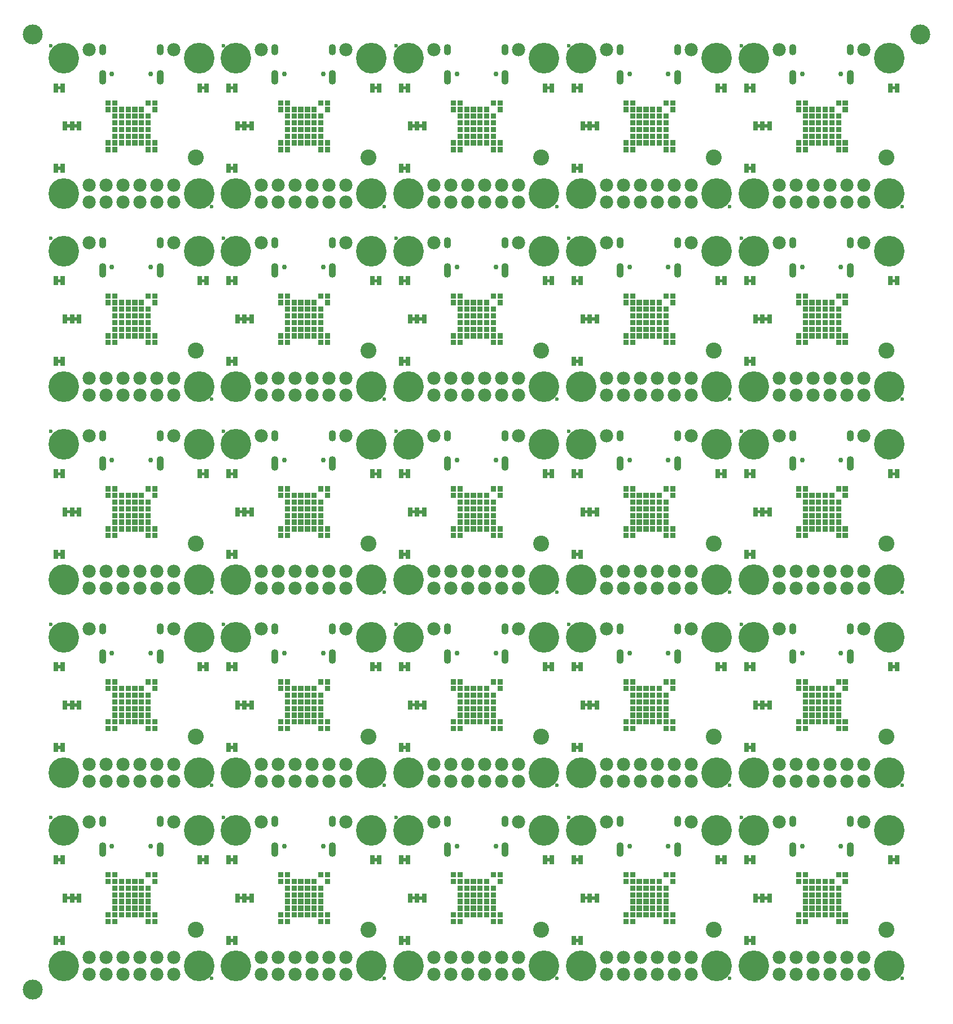
<source format=gbs>
%TF.GenerationSoftware,KiCad,Pcbnew,9.0.1*%
%TF.CreationDate,2025-09-09T14:55:51-06:00*%
%TF.ProjectId,SparkFun_Qwiic_Fingerprint_Sensor_FPC2534_panelized,53706172-6b46-4756-9e5f-51776969635f,v10*%
%TF.SameCoordinates,Original*%
%TF.FileFunction,Soldermask,Bot*%
%TF.FilePolarity,Negative*%
%FSLAX46Y46*%
G04 Gerber Fmt 4.6, Leading zero omitted, Abs format (unit mm)*
G04 Created by KiCad (PCBNEW 9.0.1) date 2025-09-09 14:55:51*
%MOMM*%
%LPD*%
G01*
G04 APERTURE LIST*
G04 Aperture macros list*
%AMRoundRect*
0 Rectangle with rounded corners*
0 $1 Rounding radius*
0 $2 $3 $4 $5 $6 $7 $8 $9 X,Y pos of 4 corners*
0 Add a 4 corners polygon primitive as box body*
4,1,4,$2,$3,$4,$5,$6,$7,$8,$9,$2,$3,0*
0 Add four circle primitives for the rounded corners*
1,1,$1+$1,$2,$3*
1,1,$1+$1,$4,$5*
1,1,$1+$1,$6,$7*
1,1,$1+$1,$8,$9*
0 Add four rect primitives between the rounded corners*
20,1,$1+$1,$2,$3,$4,$5,0*
20,1,$1+$1,$4,$5,$6,$7,0*
20,1,$1+$1,$6,$7,$8,$9,0*
20,1,$1+$1,$8,$9,$2,$3,0*%
G04 Aperture macros list end*
%ADD10C,0.000000*%
%ADD11C,0.010000*%
%ADD12C,3.000000*%
%ADD13RoundRect,0.050000X0.330200X0.635000X-0.330200X0.635000X-0.330200X-0.635000X0.330200X-0.635000X0*%
%ADD14RoundRect,0.050000X-0.330200X-0.635000X0.330200X-0.635000X0.330200X0.635000X-0.330200X0.635000X0*%
%ADD15C,0.600000*%
%ADD16C,4.600000*%
%ADD17C,1.979600*%
%ADD18C,2.400000*%
%ADD19C,0.750000*%
%ADD20O,1.100000X1.700000*%
%ADD21O,1.100000X2.200000*%
G04 APERTURE END LIST*
D10*
%TO.C,JP4*%
G36*
X107152000Y128274500D02*
G01*
X106644000Y128274500D01*
X106644000Y128755500D01*
X107152000Y128755500D01*
X107152000Y128274500D01*
G37*
G36*
X108184700Y128251500D02*
G01*
X107676700Y128251500D01*
X107676700Y128732500D01*
X108184700Y128732500D01*
X108184700Y128251500D01*
G37*
G36*
X107152000Y99326500D02*
G01*
X106644000Y99326500D01*
X106644000Y99807500D01*
X107152000Y99807500D01*
X107152000Y99326500D01*
G37*
G36*
X108184700Y99303500D02*
G01*
X107676700Y99303500D01*
X107676700Y99784500D01*
X108184700Y99784500D01*
X108184700Y99303500D01*
G37*
G36*
X107152000Y70378500D02*
G01*
X106644000Y70378500D01*
X106644000Y70859500D01*
X107152000Y70859500D01*
X107152000Y70378500D01*
G37*
G36*
X108184700Y70355500D02*
G01*
X107676700Y70355500D01*
X107676700Y70836500D01*
X108184700Y70836500D01*
X108184700Y70355500D01*
G37*
G36*
X107152000Y41430500D02*
G01*
X106644000Y41430500D01*
X106644000Y41911500D01*
X107152000Y41911500D01*
X107152000Y41430500D01*
G37*
G36*
X108184700Y41407500D02*
G01*
X107676700Y41407500D01*
X107676700Y41888500D01*
X108184700Y41888500D01*
X108184700Y41407500D01*
G37*
G36*
X107152000Y12482500D02*
G01*
X106644000Y12482500D01*
X106644000Y12963500D01*
X107152000Y12963500D01*
X107152000Y12482500D01*
G37*
G36*
X108184700Y12459500D02*
G01*
X107676700Y12459500D01*
X107676700Y12940500D01*
X108184700Y12940500D01*
X108184700Y12459500D01*
G37*
G36*
X81252000Y128274500D02*
G01*
X80744000Y128274500D01*
X80744000Y128755500D01*
X81252000Y128755500D01*
X81252000Y128274500D01*
G37*
G36*
X82284700Y128251500D02*
G01*
X81776700Y128251500D01*
X81776700Y128732500D01*
X82284700Y128732500D01*
X82284700Y128251500D01*
G37*
G36*
X81252000Y99326500D02*
G01*
X80744000Y99326500D01*
X80744000Y99807500D01*
X81252000Y99807500D01*
X81252000Y99326500D01*
G37*
G36*
X82284700Y99303500D02*
G01*
X81776700Y99303500D01*
X81776700Y99784500D01*
X82284700Y99784500D01*
X82284700Y99303500D01*
G37*
G36*
X81252000Y70378500D02*
G01*
X80744000Y70378500D01*
X80744000Y70859500D01*
X81252000Y70859500D01*
X81252000Y70378500D01*
G37*
G36*
X82284700Y70355500D02*
G01*
X81776700Y70355500D01*
X81776700Y70836500D01*
X82284700Y70836500D01*
X82284700Y70355500D01*
G37*
G36*
X81252000Y41430500D02*
G01*
X80744000Y41430500D01*
X80744000Y41911500D01*
X81252000Y41911500D01*
X81252000Y41430500D01*
G37*
G36*
X82284700Y41407500D02*
G01*
X81776700Y41407500D01*
X81776700Y41888500D01*
X82284700Y41888500D01*
X82284700Y41407500D01*
G37*
G36*
X81252000Y12482500D02*
G01*
X80744000Y12482500D01*
X80744000Y12963500D01*
X81252000Y12963500D01*
X81252000Y12482500D01*
G37*
G36*
X82284700Y12459500D02*
G01*
X81776700Y12459500D01*
X81776700Y12940500D01*
X82284700Y12940500D01*
X82284700Y12459500D01*
G37*
G36*
X55352000Y128274500D02*
G01*
X54844000Y128274500D01*
X54844000Y128755500D01*
X55352000Y128755500D01*
X55352000Y128274500D01*
G37*
G36*
X56384700Y128251500D02*
G01*
X55876700Y128251500D01*
X55876700Y128732500D01*
X56384700Y128732500D01*
X56384700Y128251500D01*
G37*
G36*
X55352000Y99326500D02*
G01*
X54844000Y99326500D01*
X54844000Y99807500D01*
X55352000Y99807500D01*
X55352000Y99326500D01*
G37*
G36*
X56384700Y99303500D02*
G01*
X55876700Y99303500D01*
X55876700Y99784500D01*
X56384700Y99784500D01*
X56384700Y99303500D01*
G37*
G36*
X55352000Y70378500D02*
G01*
X54844000Y70378500D01*
X54844000Y70859500D01*
X55352000Y70859500D01*
X55352000Y70378500D01*
G37*
G36*
X56384700Y70355500D02*
G01*
X55876700Y70355500D01*
X55876700Y70836500D01*
X56384700Y70836500D01*
X56384700Y70355500D01*
G37*
G36*
X55352000Y41430500D02*
G01*
X54844000Y41430500D01*
X54844000Y41911500D01*
X55352000Y41911500D01*
X55352000Y41430500D01*
G37*
G36*
X56384700Y41407500D02*
G01*
X55876700Y41407500D01*
X55876700Y41888500D01*
X56384700Y41888500D01*
X56384700Y41407500D01*
G37*
G36*
X55352000Y12482500D02*
G01*
X54844000Y12482500D01*
X54844000Y12963500D01*
X55352000Y12963500D01*
X55352000Y12482500D01*
G37*
G36*
X56384700Y12459500D02*
G01*
X55876700Y12459500D01*
X55876700Y12940500D01*
X56384700Y12940500D01*
X56384700Y12459500D01*
G37*
G36*
X29452000Y128274500D02*
G01*
X28944000Y128274500D01*
X28944000Y128755500D01*
X29452000Y128755500D01*
X29452000Y128274500D01*
G37*
G36*
X30484700Y128251500D02*
G01*
X29976700Y128251500D01*
X29976700Y128732500D01*
X30484700Y128732500D01*
X30484700Y128251500D01*
G37*
G36*
X29452000Y99326500D02*
G01*
X28944000Y99326500D01*
X28944000Y99807500D01*
X29452000Y99807500D01*
X29452000Y99326500D01*
G37*
G36*
X30484700Y99303500D02*
G01*
X29976700Y99303500D01*
X29976700Y99784500D01*
X30484700Y99784500D01*
X30484700Y99303500D01*
G37*
G36*
X29452000Y70378500D02*
G01*
X28944000Y70378500D01*
X28944000Y70859500D01*
X29452000Y70859500D01*
X29452000Y70378500D01*
G37*
G36*
X30484700Y70355500D02*
G01*
X29976700Y70355500D01*
X29976700Y70836500D01*
X30484700Y70836500D01*
X30484700Y70355500D01*
G37*
G36*
X29452000Y41430500D02*
G01*
X28944000Y41430500D01*
X28944000Y41911500D01*
X29452000Y41911500D01*
X29452000Y41430500D01*
G37*
G36*
X30484700Y41407500D02*
G01*
X29976700Y41407500D01*
X29976700Y41888500D01*
X30484700Y41888500D01*
X30484700Y41407500D01*
G37*
G36*
X29452000Y12482500D02*
G01*
X28944000Y12482500D01*
X28944000Y12963500D01*
X29452000Y12963500D01*
X29452000Y12482500D01*
G37*
G36*
X30484700Y12459500D02*
G01*
X29976700Y12459500D01*
X29976700Y12940500D01*
X30484700Y12940500D01*
X30484700Y12459500D01*
G37*
G36*
X3552000Y128274500D02*
G01*
X3044000Y128274500D01*
X3044000Y128755500D01*
X3552000Y128755500D01*
X3552000Y128274500D01*
G37*
G36*
X4584700Y128251500D02*
G01*
X4076700Y128251500D01*
X4076700Y128732500D01*
X4584700Y128732500D01*
X4584700Y128251500D01*
G37*
G36*
X3552000Y99326500D02*
G01*
X3044000Y99326500D01*
X3044000Y99807500D01*
X3552000Y99807500D01*
X3552000Y99326500D01*
G37*
G36*
X4584700Y99303500D02*
G01*
X4076700Y99303500D01*
X4076700Y99784500D01*
X4584700Y99784500D01*
X4584700Y99303500D01*
G37*
G36*
X3552000Y70378500D02*
G01*
X3044000Y70378500D01*
X3044000Y70859500D01*
X3552000Y70859500D01*
X3552000Y70378500D01*
G37*
G36*
X4584700Y70355500D02*
G01*
X4076700Y70355500D01*
X4076700Y70836500D01*
X4584700Y70836500D01*
X4584700Y70355500D01*
G37*
G36*
X3552000Y41430500D02*
G01*
X3044000Y41430500D01*
X3044000Y41911500D01*
X3552000Y41911500D01*
X3552000Y41430500D01*
G37*
G36*
X4584700Y41407500D02*
G01*
X4076700Y41407500D01*
X4076700Y41888500D01*
X4584700Y41888500D01*
X4584700Y41407500D01*
G37*
D11*
%TO.C,U1*%
X113150000Y131642000D02*
X112450000Y131642000D01*
X112450000Y132342000D01*
X113150000Y132342000D01*
X113150000Y131642000D01*
G36*
X113150000Y131642000D02*
G01*
X112450000Y131642000D01*
X112450000Y132342000D01*
X113150000Y132342000D01*
X113150000Y131642000D01*
G37*
X113150000Y130642000D02*
X112450000Y130642000D01*
X112450000Y131342000D01*
X113150000Y131342000D01*
X113150000Y130642000D01*
G36*
X113150000Y130642000D02*
G01*
X112450000Y130642000D01*
X112450000Y131342000D01*
X113150000Y131342000D01*
X113150000Y130642000D01*
G37*
X113150000Y125642000D02*
X112450000Y125642000D01*
X112450000Y126342000D01*
X113150000Y126342000D01*
X113150000Y125642000D01*
G36*
X113150000Y125642000D02*
G01*
X112450000Y125642000D01*
X112450000Y126342000D01*
X113150000Y126342000D01*
X113150000Y125642000D01*
G37*
X113150000Y124642000D02*
X112450000Y124642000D01*
X112450000Y125342000D01*
X113150000Y125342000D01*
X113150000Y124642000D01*
G36*
X113150000Y124642000D02*
G01*
X112450000Y124642000D01*
X112450000Y125342000D01*
X113150000Y125342000D01*
X113150000Y124642000D01*
G37*
X114150000Y131642000D02*
X113450000Y131642000D01*
X113450000Y132342000D01*
X114150000Y132342000D01*
X114150000Y131642000D01*
G36*
X114150000Y131642000D02*
G01*
X113450000Y131642000D01*
X113450000Y132342000D01*
X114150000Y132342000D01*
X114150000Y131642000D01*
G37*
X114150000Y130642000D02*
X113450000Y130642000D01*
X113450000Y131342000D01*
X114150000Y131342000D01*
X114150000Y130642000D01*
G36*
X114150000Y130642000D02*
G01*
X113450000Y130642000D01*
X113450000Y131342000D01*
X114150000Y131342000D01*
X114150000Y130642000D01*
G37*
X114150000Y129642000D02*
X113450000Y129642000D01*
X113450000Y130342000D01*
X114150000Y130342000D01*
X114150000Y129642000D01*
G36*
X114150000Y129642000D02*
G01*
X113450000Y129642000D01*
X113450000Y130342000D01*
X114150000Y130342000D01*
X114150000Y129642000D01*
G37*
X114150000Y128642000D02*
X113450000Y128642000D01*
X113450000Y129342000D01*
X114150000Y129342000D01*
X114150000Y128642000D01*
G36*
X114150000Y128642000D02*
G01*
X113450000Y128642000D01*
X113450000Y129342000D01*
X114150000Y129342000D01*
X114150000Y128642000D01*
G37*
X114150000Y127642000D02*
X113450000Y127642000D01*
X113450000Y128342000D01*
X114150000Y128342000D01*
X114150000Y127642000D01*
G36*
X114150000Y127642000D02*
G01*
X113450000Y127642000D01*
X113450000Y128342000D01*
X114150000Y128342000D01*
X114150000Y127642000D01*
G37*
X114150000Y126642000D02*
X113450000Y126642000D01*
X113450000Y127342000D01*
X114150000Y127342000D01*
X114150000Y126642000D01*
G36*
X114150000Y126642000D02*
G01*
X113450000Y126642000D01*
X113450000Y127342000D01*
X114150000Y127342000D01*
X114150000Y126642000D01*
G37*
X114150000Y125642000D02*
X113450000Y125642000D01*
X113450000Y126342000D01*
X114150000Y126342000D01*
X114150000Y125642000D01*
G36*
X114150000Y125642000D02*
G01*
X113450000Y125642000D01*
X113450000Y126342000D01*
X114150000Y126342000D01*
X114150000Y125642000D01*
G37*
X114150000Y124642000D02*
X113450000Y124642000D01*
X113450000Y125342000D01*
X114150000Y125342000D01*
X114150000Y124642000D01*
G36*
X114150000Y124642000D02*
G01*
X113450000Y124642000D01*
X113450000Y125342000D01*
X114150000Y125342000D01*
X114150000Y124642000D01*
G37*
X115150000Y130642000D02*
X114450000Y130642000D01*
X114450000Y131342000D01*
X115150000Y131342000D01*
X115150000Y130642000D01*
G36*
X115150000Y130642000D02*
G01*
X114450000Y130642000D01*
X114450000Y131342000D01*
X115150000Y131342000D01*
X115150000Y130642000D01*
G37*
X115150000Y129642000D02*
X114450000Y129642000D01*
X114450000Y130342000D01*
X115150000Y130342000D01*
X115150000Y129642000D01*
G36*
X115150000Y129642000D02*
G01*
X114450000Y129642000D01*
X114450000Y130342000D01*
X115150000Y130342000D01*
X115150000Y129642000D01*
G37*
X115150000Y128642000D02*
X114450000Y128642000D01*
X114450000Y129342000D01*
X115150000Y129342000D01*
X115150000Y128642000D01*
G36*
X115150000Y128642000D02*
G01*
X114450000Y128642000D01*
X114450000Y129342000D01*
X115150000Y129342000D01*
X115150000Y128642000D01*
G37*
X115150000Y127642000D02*
X114450000Y127642000D01*
X114450000Y128342000D01*
X115150000Y128342000D01*
X115150000Y127642000D01*
G36*
X115150000Y127642000D02*
G01*
X114450000Y127642000D01*
X114450000Y128342000D01*
X115150000Y128342000D01*
X115150000Y127642000D01*
G37*
X115150000Y126642000D02*
X114450000Y126642000D01*
X114450000Y127342000D01*
X115150000Y127342000D01*
X115150000Y126642000D01*
G36*
X115150000Y126642000D02*
G01*
X114450000Y126642000D01*
X114450000Y127342000D01*
X115150000Y127342000D01*
X115150000Y126642000D01*
G37*
X115150000Y125642000D02*
X114450000Y125642000D01*
X114450000Y126342000D01*
X115150000Y126342000D01*
X115150000Y125642000D01*
G36*
X115150000Y125642000D02*
G01*
X114450000Y125642000D01*
X114450000Y126342000D01*
X115150000Y126342000D01*
X115150000Y125642000D01*
G37*
X116150000Y130642000D02*
X115450000Y130642000D01*
X115450000Y131342000D01*
X116150000Y131342000D01*
X116150000Y130642000D01*
G36*
X116150000Y130642000D02*
G01*
X115450000Y130642000D01*
X115450000Y131342000D01*
X116150000Y131342000D01*
X116150000Y130642000D01*
G37*
X116150000Y129642000D02*
X115450000Y129642000D01*
X115450000Y130342000D01*
X116150000Y130342000D01*
X116150000Y129642000D01*
G36*
X116150000Y129642000D02*
G01*
X115450000Y129642000D01*
X115450000Y130342000D01*
X116150000Y130342000D01*
X116150000Y129642000D01*
G37*
X116150000Y128642000D02*
X115450000Y128642000D01*
X115450000Y129342000D01*
X116150000Y129342000D01*
X116150000Y128642000D01*
G36*
X116150000Y128642000D02*
G01*
X115450000Y128642000D01*
X115450000Y129342000D01*
X116150000Y129342000D01*
X116150000Y128642000D01*
G37*
X116150000Y127642000D02*
X115450000Y127642000D01*
X115450000Y128342000D01*
X116150000Y128342000D01*
X116150000Y127642000D01*
G36*
X116150000Y127642000D02*
G01*
X115450000Y127642000D01*
X115450000Y128342000D01*
X116150000Y128342000D01*
X116150000Y127642000D01*
G37*
X116150000Y126642000D02*
X115450000Y126642000D01*
X115450000Y127342000D01*
X116150000Y127342000D01*
X116150000Y126642000D01*
G36*
X116150000Y126642000D02*
G01*
X115450000Y126642000D01*
X115450000Y127342000D01*
X116150000Y127342000D01*
X116150000Y126642000D01*
G37*
X116150000Y125642000D02*
X115450000Y125642000D01*
X115450000Y126342000D01*
X116150000Y126342000D01*
X116150000Y125642000D01*
G36*
X116150000Y125642000D02*
G01*
X115450000Y125642000D01*
X115450000Y126342000D01*
X116150000Y126342000D01*
X116150000Y125642000D01*
G37*
X117150000Y130642000D02*
X116450000Y130642000D01*
X116450000Y131342000D01*
X117150000Y131342000D01*
X117150000Y130642000D01*
G36*
X117150000Y130642000D02*
G01*
X116450000Y130642000D01*
X116450000Y131342000D01*
X117150000Y131342000D01*
X117150000Y130642000D01*
G37*
X117150000Y129642000D02*
X116450000Y129642000D01*
X116450000Y130342000D01*
X117150000Y130342000D01*
X117150000Y129642000D01*
G36*
X117150000Y129642000D02*
G01*
X116450000Y129642000D01*
X116450000Y130342000D01*
X117150000Y130342000D01*
X117150000Y129642000D01*
G37*
X117150000Y128642000D02*
X116450000Y128642000D01*
X116450000Y129342000D01*
X117150000Y129342000D01*
X117150000Y128642000D01*
G36*
X117150000Y128642000D02*
G01*
X116450000Y128642000D01*
X116450000Y129342000D01*
X117150000Y129342000D01*
X117150000Y128642000D01*
G37*
X117150000Y127642000D02*
X116450000Y127642000D01*
X116450000Y128342000D01*
X117150000Y128342000D01*
X117150000Y127642000D01*
G36*
X117150000Y127642000D02*
G01*
X116450000Y127642000D01*
X116450000Y128342000D01*
X117150000Y128342000D01*
X117150000Y127642000D01*
G37*
X117150000Y126642000D02*
X116450000Y126642000D01*
X116450000Y127342000D01*
X117150000Y127342000D01*
X117150000Y126642000D01*
G36*
X117150000Y126642000D02*
G01*
X116450000Y126642000D01*
X116450000Y127342000D01*
X117150000Y127342000D01*
X117150000Y126642000D01*
G37*
X117150000Y125642000D02*
X116450000Y125642000D01*
X116450000Y126342000D01*
X117150000Y126342000D01*
X117150000Y125642000D01*
G36*
X117150000Y125642000D02*
G01*
X116450000Y125642000D01*
X116450000Y126342000D01*
X117150000Y126342000D01*
X117150000Y125642000D01*
G37*
X118150000Y130642000D02*
X117450000Y130642000D01*
X117450000Y131342000D01*
X118150000Y131342000D01*
X118150000Y130642000D01*
G36*
X118150000Y130642000D02*
G01*
X117450000Y130642000D01*
X117450000Y131342000D01*
X118150000Y131342000D01*
X118150000Y130642000D01*
G37*
X118150000Y129642000D02*
X117450000Y129642000D01*
X117450000Y130342000D01*
X118150000Y130342000D01*
X118150000Y129642000D01*
G36*
X118150000Y129642000D02*
G01*
X117450000Y129642000D01*
X117450000Y130342000D01*
X118150000Y130342000D01*
X118150000Y129642000D01*
G37*
X118150000Y128642000D02*
X117450000Y128642000D01*
X117450000Y129342000D01*
X118150000Y129342000D01*
X118150000Y128642000D01*
G36*
X118150000Y128642000D02*
G01*
X117450000Y128642000D01*
X117450000Y129342000D01*
X118150000Y129342000D01*
X118150000Y128642000D01*
G37*
X118150000Y127642000D02*
X117450000Y127642000D01*
X117450000Y128342000D01*
X118150000Y128342000D01*
X118150000Y127642000D01*
G36*
X118150000Y127642000D02*
G01*
X117450000Y127642000D01*
X117450000Y128342000D01*
X118150000Y128342000D01*
X118150000Y127642000D01*
G37*
X118150000Y126642000D02*
X117450000Y126642000D01*
X117450000Y127342000D01*
X118150000Y127342000D01*
X118150000Y126642000D01*
G36*
X118150000Y126642000D02*
G01*
X117450000Y126642000D01*
X117450000Y127342000D01*
X118150000Y127342000D01*
X118150000Y126642000D01*
G37*
X118150000Y125642000D02*
X117450000Y125642000D01*
X117450000Y126342000D01*
X118150000Y126342000D01*
X118150000Y125642000D01*
G36*
X118150000Y125642000D02*
G01*
X117450000Y125642000D01*
X117450000Y126342000D01*
X118150000Y126342000D01*
X118150000Y125642000D01*
G37*
X119150000Y131642000D02*
X118450000Y131642000D01*
X118450000Y132342000D01*
X119150000Y132342000D01*
X119150000Y131642000D01*
G36*
X119150000Y131642000D02*
G01*
X118450000Y131642000D01*
X118450000Y132342000D01*
X119150000Y132342000D01*
X119150000Y131642000D01*
G37*
X119150000Y129642000D02*
X118450000Y129642000D01*
X118450000Y130342000D01*
X119150000Y130342000D01*
X119150000Y129642000D01*
G36*
X119150000Y129642000D02*
G01*
X118450000Y129642000D01*
X118450000Y130342000D01*
X119150000Y130342000D01*
X119150000Y129642000D01*
G37*
X119150000Y128642000D02*
X118450000Y128642000D01*
X118450000Y129342000D01*
X119150000Y129342000D01*
X119150000Y128642000D01*
G36*
X119150000Y128642000D02*
G01*
X118450000Y128642000D01*
X118450000Y129342000D01*
X119150000Y129342000D01*
X119150000Y128642000D01*
G37*
X119150000Y127642000D02*
X118450000Y127642000D01*
X118450000Y128342000D01*
X119150000Y128342000D01*
X119150000Y127642000D01*
G36*
X119150000Y127642000D02*
G01*
X118450000Y127642000D01*
X118450000Y128342000D01*
X119150000Y128342000D01*
X119150000Y127642000D01*
G37*
X119150000Y126642000D02*
X118450000Y126642000D01*
X118450000Y127342000D01*
X119150000Y127342000D01*
X119150000Y126642000D01*
G36*
X119150000Y126642000D02*
G01*
X118450000Y126642000D01*
X118450000Y127342000D01*
X119150000Y127342000D01*
X119150000Y126642000D01*
G37*
X119150000Y125642000D02*
X118450000Y125642000D01*
X118450000Y126342000D01*
X119150000Y126342000D01*
X119150000Y125642000D01*
G36*
X119150000Y125642000D02*
G01*
X118450000Y125642000D01*
X118450000Y126342000D01*
X119150000Y126342000D01*
X119150000Y125642000D01*
G37*
X119150000Y124642000D02*
X118450000Y124642000D01*
X118450000Y125342000D01*
X119150000Y125342000D01*
X119150000Y124642000D01*
G36*
X119150000Y124642000D02*
G01*
X118450000Y124642000D01*
X118450000Y125342000D01*
X119150000Y125342000D01*
X119150000Y124642000D01*
G37*
X120150000Y131642000D02*
X119450000Y131642000D01*
X119450000Y132342000D01*
X120150000Y132342000D01*
X120150000Y131642000D01*
G36*
X120150000Y131642000D02*
G01*
X119450000Y131642000D01*
X119450000Y132342000D01*
X120150000Y132342000D01*
X120150000Y131642000D01*
G37*
X120150000Y130642000D02*
X119450000Y130642000D01*
X119450000Y131342000D01*
X120150000Y131342000D01*
X120150000Y130642000D01*
G36*
X120150000Y130642000D02*
G01*
X119450000Y130642000D01*
X119450000Y131342000D01*
X120150000Y131342000D01*
X120150000Y130642000D01*
G37*
X120150000Y125642000D02*
X119450000Y125642000D01*
X119450000Y126342000D01*
X120150000Y126342000D01*
X120150000Y125642000D01*
G36*
X120150000Y125642000D02*
G01*
X119450000Y125642000D01*
X119450000Y126342000D01*
X120150000Y126342000D01*
X120150000Y125642000D01*
G37*
X120150000Y124642000D02*
X119450000Y124642000D01*
X119450000Y125342000D01*
X120150000Y125342000D01*
X120150000Y124642000D01*
G36*
X120150000Y124642000D02*
G01*
X119450000Y124642000D01*
X119450000Y125342000D01*
X120150000Y125342000D01*
X120150000Y124642000D01*
G37*
X113150000Y102694000D02*
X112450000Y102694000D01*
X112450000Y103394000D01*
X113150000Y103394000D01*
X113150000Y102694000D01*
G36*
X113150000Y102694000D02*
G01*
X112450000Y102694000D01*
X112450000Y103394000D01*
X113150000Y103394000D01*
X113150000Y102694000D01*
G37*
X113150000Y101694000D02*
X112450000Y101694000D01*
X112450000Y102394000D01*
X113150000Y102394000D01*
X113150000Y101694000D01*
G36*
X113150000Y101694000D02*
G01*
X112450000Y101694000D01*
X112450000Y102394000D01*
X113150000Y102394000D01*
X113150000Y101694000D01*
G37*
X113150000Y96694000D02*
X112450000Y96694000D01*
X112450000Y97394000D01*
X113150000Y97394000D01*
X113150000Y96694000D01*
G36*
X113150000Y96694000D02*
G01*
X112450000Y96694000D01*
X112450000Y97394000D01*
X113150000Y97394000D01*
X113150000Y96694000D01*
G37*
X113150000Y95694000D02*
X112450000Y95694000D01*
X112450000Y96394000D01*
X113150000Y96394000D01*
X113150000Y95694000D01*
G36*
X113150000Y95694000D02*
G01*
X112450000Y95694000D01*
X112450000Y96394000D01*
X113150000Y96394000D01*
X113150000Y95694000D01*
G37*
X114150000Y102694000D02*
X113450000Y102694000D01*
X113450000Y103394000D01*
X114150000Y103394000D01*
X114150000Y102694000D01*
G36*
X114150000Y102694000D02*
G01*
X113450000Y102694000D01*
X113450000Y103394000D01*
X114150000Y103394000D01*
X114150000Y102694000D01*
G37*
X114150000Y101694000D02*
X113450000Y101694000D01*
X113450000Y102394000D01*
X114150000Y102394000D01*
X114150000Y101694000D01*
G36*
X114150000Y101694000D02*
G01*
X113450000Y101694000D01*
X113450000Y102394000D01*
X114150000Y102394000D01*
X114150000Y101694000D01*
G37*
X114150000Y100694000D02*
X113450000Y100694000D01*
X113450000Y101394000D01*
X114150000Y101394000D01*
X114150000Y100694000D01*
G36*
X114150000Y100694000D02*
G01*
X113450000Y100694000D01*
X113450000Y101394000D01*
X114150000Y101394000D01*
X114150000Y100694000D01*
G37*
X114150000Y99694000D02*
X113450000Y99694000D01*
X113450000Y100394000D01*
X114150000Y100394000D01*
X114150000Y99694000D01*
G36*
X114150000Y99694000D02*
G01*
X113450000Y99694000D01*
X113450000Y100394000D01*
X114150000Y100394000D01*
X114150000Y99694000D01*
G37*
X114150000Y98694000D02*
X113450000Y98694000D01*
X113450000Y99394000D01*
X114150000Y99394000D01*
X114150000Y98694000D01*
G36*
X114150000Y98694000D02*
G01*
X113450000Y98694000D01*
X113450000Y99394000D01*
X114150000Y99394000D01*
X114150000Y98694000D01*
G37*
X114150000Y97694000D02*
X113450000Y97694000D01*
X113450000Y98394000D01*
X114150000Y98394000D01*
X114150000Y97694000D01*
G36*
X114150000Y97694000D02*
G01*
X113450000Y97694000D01*
X113450000Y98394000D01*
X114150000Y98394000D01*
X114150000Y97694000D01*
G37*
X114150000Y96694000D02*
X113450000Y96694000D01*
X113450000Y97394000D01*
X114150000Y97394000D01*
X114150000Y96694000D01*
G36*
X114150000Y96694000D02*
G01*
X113450000Y96694000D01*
X113450000Y97394000D01*
X114150000Y97394000D01*
X114150000Y96694000D01*
G37*
X114150000Y95694000D02*
X113450000Y95694000D01*
X113450000Y96394000D01*
X114150000Y96394000D01*
X114150000Y95694000D01*
G36*
X114150000Y95694000D02*
G01*
X113450000Y95694000D01*
X113450000Y96394000D01*
X114150000Y96394000D01*
X114150000Y95694000D01*
G37*
X115150000Y101694000D02*
X114450000Y101694000D01*
X114450000Y102394000D01*
X115150000Y102394000D01*
X115150000Y101694000D01*
G36*
X115150000Y101694000D02*
G01*
X114450000Y101694000D01*
X114450000Y102394000D01*
X115150000Y102394000D01*
X115150000Y101694000D01*
G37*
X115150000Y100694000D02*
X114450000Y100694000D01*
X114450000Y101394000D01*
X115150000Y101394000D01*
X115150000Y100694000D01*
G36*
X115150000Y100694000D02*
G01*
X114450000Y100694000D01*
X114450000Y101394000D01*
X115150000Y101394000D01*
X115150000Y100694000D01*
G37*
X115150000Y99694000D02*
X114450000Y99694000D01*
X114450000Y100394000D01*
X115150000Y100394000D01*
X115150000Y99694000D01*
G36*
X115150000Y99694000D02*
G01*
X114450000Y99694000D01*
X114450000Y100394000D01*
X115150000Y100394000D01*
X115150000Y99694000D01*
G37*
X115150000Y98694000D02*
X114450000Y98694000D01*
X114450000Y99394000D01*
X115150000Y99394000D01*
X115150000Y98694000D01*
G36*
X115150000Y98694000D02*
G01*
X114450000Y98694000D01*
X114450000Y99394000D01*
X115150000Y99394000D01*
X115150000Y98694000D01*
G37*
X115150000Y97694000D02*
X114450000Y97694000D01*
X114450000Y98394000D01*
X115150000Y98394000D01*
X115150000Y97694000D01*
G36*
X115150000Y97694000D02*
G01*
X114450000Y97694000D01*
X114450000Y98394000D01*
X115150000Y98394000D01*
X115150000Y97694000D01*
G37*
X115150000Y96694000D02*
X114450000Y96694000D01*
X114450000Y97394000D01*
X115150000Y97394000D01*
X115150000Y96694000D01*
G36*
X115150000Y96694000D02*
G01*
X114450000Y96694000D01*
X114450000Y97394000D01*
X115150000Y97394000D01*
X115150000Y96694000D01*
G37*
X116150000Y101694000D02*
X115450000Y101694000D01*
X115450000Y102394000D01*
X116150000Y102394000D01*
X116150000Y101694000D01*
G36*
X116150000Y101694000D02*
G01*
X115450000Y101694000D01*
X115450000Y102394000D01*
X116150000Y102394000D01*
X116150000Y101694000D01*
G37*
X116150000Y100694000D02*
X115450000Y100694000D01*
X115450000Y101394000D01*
X116150000Y101394000D01*
X116150000Y100694000D01*
G36*
X116150000Y100694000D02*
G01*
X115450000Y100694000D01*
X115450000Y101394000D01*
X116150000Y101394000D01*
X116150000Y100694000D01*
G37*
X116150000Y99694000D02*
X115450000Y99694000D01*
X115450000Y100394000D01*
X116150000Y100394000D01*
X116150000Y99694000D01*
G36*
X116150000Y99694000D02*
G01*
X115450000Y99694000D01*
X115450000Y100394000D01*
X116150000Y100394000D01*
X116150000Y99694000D01*
G37*
X116150000Y98694000D02*
X115450000Y98694000D01*
X115450000Y99394000D01*
X116150000Y99394000D01*
X116150000Y98694000D01*
G36*
X116150000Y98694000D02*
G01*
X115450000Y98694000D01*
X115450000Y99394000D01*
X116150000Y99394000D01*
X116150000Y98694000D01*
G37*
X116150000Y97694000D02*
X115450000Y97694000D01*
X115450000Y98394000D01*
X116150000Y98394000D01*
X116150000Y97694000D01*
G36*
X116150000Y97694000D02*
G01*
X115450000Y97694000D01*
X115450000Y98394000D01*
X116150000Y98394000D01*
X116150000Y97694000D01*
G37*
X116150000Y96694000D02*
X115450000Y96694000D01*
X115450000Y97394000D01*
X116150000Y97394000D01*
X116150000Y96694000D01*
G36*
X116150000Y96694000D02*
G01*
X115450000Y96694000D01*
X115450000Y97394000D01*
X116150000Y97394000D01*
X116150000Y96694000D01*
G37*
X117150000Y101694000D02*
X116450000Y101694000D01*
X116450000Y102394000D01*
X117150000Y102394000D01*
X117150000Y101694000D01*
G36*
X117150000Y101694000D02*
G01*
X116450000Y101694000D01*
X116450000Y102394000D01*
X117150000Y102394000D01*
X117150000Y101694000D01*
G37*
X117150000Y100694000D02*
X116450000Y100694000D01*
X116450000Y101394000D01*
X117150000Y101394000D01*
X117150000Y100694000D01*
G36*
X117150000Y100694000D02*
G01*
X116450000Y100694000D01*
X116450000Y101394000D01*
X117150000Y101394000D01*
X117150000Y100694000D01*
G37*
X117150000Y99694000D02*
X116450000Y99694000D01*
X116450000Y100394000D01*
X117150000Y100394000D01*
X117150000Y99694000D01*
G36*
X117150000Y99694000D02*
G01*
X116450000Y99694000D01*
X116450000Y100394000D01*
X117150000Y100394000D01*
X117150000Y99694000D01*
G37*
X117150000Y98694000D02*
X116450000Y98694000D01*
X116450000Y99394000D01*
X117150000Y99394000D01*
X117150000Y98694000D01*
G36*
X117150000Y98694000D02*
G01*
X116450000Y98694000D01*
X116450000Y99394000D01*
X117150000Y99394000D01*
X117150000Y98694000D01*
G37*
X117150000Y97694000D02*
X116450000Y97694000D01*
X116450000Y98394000D01*
X117150000Y98394000D01*
X117150000Y97694000D01*
G36*
X117150000Y97694000D02*
G01*
X116450000Y97694000D01*
X116450000Y98394000D01*
X117150000Y98394000D01*
X117150000Y97694000D01*
G37*
X117150000Y96694000D02*
X116450000Y96694000D01*
X116450000Y97394000D01*
X117150000Y97394000D01*
X117150000Y96694000D01*
G36*
X117150000Y96694000D02*
G01*
X116450000Y96694000D01*
X116450000Y97394000D01*
X117150000Y97394000D01*
X117150000Y96694000D01*
G37*
X118150000Y101694000D02*
X117450000Y101694000D01*
X117450000Y102394000D01*
X118150000Y102394000D01*
X118150000Y101694000D01*
G36*
X118150000Y101694000D02*
G01*
X117450000Y101694000D01*
X117450000Y102394000D01*
X118150000Y102394000D01*
X118150000Y101694000D01*
G37*
X118150000Y100694000D02*
X117450000Y100694000D01*
X117450000Y101394000D01*
X118150000Y101394000D01*
X118150000Y100694000D01*
G36*
X118150000Y100694000D02*
G01*
X117450000Y100694000D01*
X117450000Y101394000D01*
X118150000Y101394000D01*
X118150000Y100694000D01*
G37*
X118150000Y99694000D02*
X117450000Y99694000D01*
X117450000Y100394000D01*
X118150000Y100394000D01*
X118150000Y99694000D01*
G36*
X118150000Y99694000D02*
G01*
X117450000Y99694000D01*
X117450000Y100394000D01*
X118150000Y100394000D01*
X118150000Y99694000D01*
G37*
X118150000Y98694000D02*
X117450000Y98694000D01*
X117450000Y99394000D01*
X118150000Y99394000D01*
X118150000Y98694000D01*
G36*
X118150000Y98694000D02*
G01*
X117450000Y98694000D01*
X117450000Y99394000D01*
X118150000Y99394000D01*
X118150000Y98694000D01*
G37*
X118150000Y97694000D02*
X117450000Y97694000D01*
X117450000Y98394000D01*
X118150000Y98394000D01*
X118150000Y97694000D01*
G36*
X118150000Y97694000D02*
G01*
X117450000Y97694000D01*
X117450000Y98394000D01*
X118150000Y98394000D01*
X118150000Y97694000D01*
G37*
X118150000Y96694000D02*
X117450000Y96694000D01*
X117450000Y97394000D01*
X118150000Y97394000D01*
X118150000Y96694000D01*
G36*
X118150000Y96694000D02*
G01*
X117450000Y96694000D01*
X117450000Y97394000D01*
X118150000Y97394000D01*
X118150000Y96694000D01*
G37*
X119150000Y102694000D02*
X118450000Y102694000D01*
X118450000Y103394000D01*
X119150000Y103394000D01*
X119150000Y102694000D01*
G36*
X119150000Y102694000D02*
G01*
X118450000Y102694000D01*
X118450000Y103394000D01*
X119150000Y103394000D01*
X119150000Y102694000D01*
G37*
X119150000Y100694000D02*
X118450000Y100694000D01*
X118450000Y101394000D01*
X119150000Y101394000D01*
X119150000Y100694000D01*
G36*
X119150000Y100694000D02*
G01*
X118450000Y100694000D01*
X118450000Y101394000D01*
X119150000Y101394000D01*
X119150000Y100694000D01*
G37*
X119150000Y99694000D02*
X118450000Y99694000D01*
X118450000Y100394000D01*
X119150000Y100394000D01*
X119150000Y99694000D01*
G36*
X119150000Y99694000D02*
G01*
X118450000Y99694000D01*
X118450000Y100394000D01*
X119150000Y100394000D01*
X119150000Y99694000D01*
G37*
X119150000Y98694000D02*
X118450000Y98694000D01*
X118450000Y99394000D01*
X119150000Y99394000D01*
X119150000Y98694000D01*
G36*
X119150000Y98694000D02*
G01*
X118450000Y98694000D01*
X118450000Y99394000D01*
X119150000Y99394000D01*
X119150000Y98694000D01*
G37*
X119150000Y97694000D02*
X118450000Y97694000D01*
X118450000Y98394000D01*
X119150000Y98394000D01*
X119150000Y97694000D01*
G36*
X119150000Y97694000D02*
G01*
X118450000Y97694000D01*
X118450000Y98394000D01*
X119150000Y98394000D01*
X119150000Y97694000D01*
G37*
X119150000Y96694000D02*
X118450000Y96694000D01*
X118450000Y97394000D01*
X119150000Y97394000D01*
X119150000Y96694000D01*
G36*
X119150000Y96694000D02*
G01*
X118450000Y96694000D01*
X118450000Y97394000D01*
X119150000Y97394000D01*
X119150000Y96694000D01*
G37*
X119150000Y95694000D02*
X118450000Y95694000D01*
X118450000Y96394000D01*
X119150000Y96394000D01*
X119150000Y95694000D01*
G36*
X119150000Y95694000D02*
G01*
X118450000Y95694000D01*
X118450000Y96394000D01*
X119150000Y96394000D01*
X119150000Y95694000D01*
G37*
X120150000Y102694000D02*
X119450000Y102694000D01*
X119450000Y103394000D01*
X120150000Y103394000D01*
X120150000Y102694000D01*
G36*
X120150000Y102694000D02*
G01*
X119450000Y102694000D01*
X119450000Y103394000D01*
X120150000Y103394000D01*
X120150000Y102694000D01*
G37*
X120150000Y101694000D02*
X119450000Y101694000D01*
X119450000Y102394000D01*
X120150000Y102394000D01*
X120150000Y101694000D01*
G36*
X120150000Y101694000D02*
G01*
X119450000Y101694000D01*
X119450000Y102394000D01*
X120150000Y102394000D01*
X120150000Y101694000D01*
G37*
X120150000Y96694000D02*
X119450000Y96694000D01*
X119450000Y97394000D01*
X120150000Y97394000D01*
X120150000Y96694000D01*
G36*
X120150000Y96694000D02*
G01*
X119450000Y96694000D01*
X119450000Y97394000D01*
X120150000Y97394000D01*
X120150000Y96694000D01*
G37*
X120150000Y95694000D02*
X119450000Y95694000D01*
X119450000Y96394000D01*
X120150000Y96394000D01*
X120150000Y95694000D01*
G36*
X120150000Y95694000D02*
G01*
X119450000Y95694000D01*
X119450000Y96394000D01*
X120150000Y96394000D01*
X120150000Y95694000D01*
G37*
X113150000Y73746000D02*
X112450000Y73746000D01*
X112450000Y74446000D01*
X113150000Y74446000D01*
X113150000Y73746000D01*
G36*
X113150000Y73746000D02*
G01*
X112450000Y73746000D01*
X112450000Y74446000D01*
X113150000Y74446000D01*
X113150000Y73746000D01*
G37*
X113150000Y72746000D02*
X112450000Y72746000D01*
X112450000Y73446000D01*
X113150000Y73446000D01*
X113150000Y72746000D01*
G36*
X113150000Y72746000D02*
G01*
X112450000Y72746000D01*
X112450000Y73446000D01*
X113150000Y73446000D01*
X113150000Y72746000D01*
G37*
X113150000Y67746000D02*
X112450000Y67746000D01*
X112450000Y68446000D01*
X113150000Y68446000D01*
X113150000Y67746000D01*
G36*
X113150000Y67746000D02*
G01*
X112450000Y67746000D01*
X112450000Y68446000D01*
X113150000Y68446000D01*
X113150000Y67746000D01*
G37*
X113150000Y66746000D02*
X112450000Y66746000D01*
X112450000Y67446000D01*
X113150000Y67446000D01*
X113150000Y66746000D01*
G36*
X113150000Y66746000D02*
G01*
X112450000Y66746000D01*
X112450000Y67446000D01*
X113150000Y67446000D01*
X113150000Y66746000D01*
G37*
X114150000Y73746000D02*
X113450000Y73746000D01*
X113450000Y74446000D01*
X114150000Y74446000D01*
X114150000Y73746000D01*
G36*
X114150000Y73746000D02*
G01*
X113450000Y73746000D01*
X113450000Y74446000D01*
X114150000Y74446000D01*
X114150000Y73746000D01*
G37*
X114150000Y72746000D02*
X113450000Y72746000D01*
X113450000Y73446000D01*
X114150000Y73446000D01*
X114150000Y72746000D01*
G36*
X114150000Y72746000D02*
G01*
X113450000Y72746000D01*
X113450000Y73446000D01*
X114150000Y73446000D01*
X114150000Y72746000D01*
G37*
X114150000Y71746000D02*
X113450000Y71746000D01*
X113450000Y72446000D01*
X114150000Y72446000D01*
X114150000Y71746000D01*
G36*
X114150000Y71746000D02*
G01*
X113450000Y71746000D01*
X113450000Y72446000D01*
X114150000Y72446000D01*
X114150000Y71746000D01*
G37*
X114150000Y70746000D02*
X113450000Y70746000D01*
X113450000Y71446000D01*
X114150000Y71446000D01*
X114150000Y70746000D01*
G36*
X114150000Y70746000D02*
G01*
X113450000Y70746000D01*
X113450000Y71446000D01*
X114150000Y71446000D01*
X114150000Y70746000D01*
G37*
X114150000Y69746000D02*
X113450000Y69746000D01*
X113450000Y70446000D01*
X114150000Y70446000D01*
X114150000Y69746000D01*
G36*
X114150000Y69746000D02*
G01*
X113450000Y69746000D01*
X113450000Y70446000D01*
X114150000Y70446000D01*
X114150000Y69746000D01*
G37*
X114150000Y68746000D02*
X113450000Y68746000D01*
X113450000Y69446000D01*
X114150000Y69446000D01*
X114150000Y68746000D01*
G36*
X114150000Y68746000D02*
G01*
X113450000Y68746000D01*
X113450000Y69446000D01*
X114150000Y69446000D01*
X114150000Y68746000D01*
G37*
X114150000Y67746000D02*
X113450000Y67746000D01*
X113450000Y68446000D01*
X114150000Y68446000D01*
X114150000Y67746000D01*
G36*
X114150000Y67746000D02*
G01*
X113450000Y67746000D01*
X113450000Y68446000D01*
X114150000Y68446000D01*
X114150000Y67746000D01*
G37*
X114150000Y66746000D02*
X113450000Y66746000D01*
X113450000Y67446000D01*
X114150000Y67446000D01*
X114150000Y66746000D01*
G36*
X114150000Y66746000D02*
G01*
X113450000Y66746000D01*
X113450000Y67446000D01*
X114150000Y67446000D01*
X114150000Y66746000D01*
G37*
X115150000Y72746000D02*
X114450000Y72746000D01*
X114450000Y73446000D01*
X115150000Y73446000D01*
X115150000Y72746000D01*
G36*
X115150000Y72746000D02*
G01*
X114450000Y72746000D01*
X114450000Y73446000D01*
X115150000Y73446000D01*
X115150000Y72746000D01*
G37*
X115150000Y71746000D02*
X114450000Y71746000D01*
X114450000Y72446000D01*
X115150000Y72446000D01*
X115150000Y71746000D01*
G36*
X115150000Y71746000D02*
G01*
X114450000Y71746000D01*
X114450000Y72446000D01*
X115150000Y72446000D01*
X115150000Y71746000D01*
G37*
X115150000Y70746000D02*
X114450000Y70746000D01*
X114450000Y71446000D01*
X115150000Y71446000D01*
X115150000Y70746000D01*
G36*
X115150000Y70746000D02*
G01*
X114450000Y70746000D01*
X114450000Y71446000D01*
X115150000Y71446000D01*
X115150000Y70746000D01*
G37*
X115150000Y69746000D02*
X114450000Y69746000D01*
X114450000Y70446000D01*
X115150000Y70446000D01*
X115150000Y69746000D01*
G36*
X115150000Y69746000D02*
G01*
X114450000Y69746000D01*
X114450000Y70446000D01*
X115150000Y70446000D01*
X115150000Y69746000D01*
G37*
X115150000Y68746000D02*
X114450000Y68746000D01*
X114450000Y69446000D01*
X115150000Y69446000D01*
X115150000Y68746000D01*
G36*
X115150000Y68746000D02*
G01*
X114450000Y68746000D01*
X114450000Y69446000D01*
X115150000Y69446000D01*
X115150000Y68746000D01*
G37*
X115150000Y67746000D02*
X114450000Y67746000D01*
X114450000Y68446000D01*
X115150000Y68446000D01*
X115150000Y67746000D01*
G36*
X115150000Y67746000D02*
G01*
X114450000Y67746000D01*
X114450000Y68446000D01*
X115150000Y68446000D01*
X115150000Y67746000D01*
G37*
X116150000Y72746000D02*
X115450000Y72746000D01*
X115450000Y73446000D01*
X116150000Y73446000D01*
X116150000Y72746000D01*
G36*
X116150000Y72746000D02*
G01*
X115450000Y72746000D01*
X115450000Y73446000D01*
X116150000Y73446000D01*
X116150000Y72746000D01*
G37*
X116150000Y71746000D02*
X115450000Y71746000D01*
X115450000Y72446000D01*
X116150000Y72446000D01*
X116150000Y71746000D01*
G36*
X116150000Y71746000D02*
G01*
X115450000Y71746000D01*
X115450000Y72446000D01*
X116150000Y72446000D01*
X116150000Y71746000D01*
G37*
X116150000Y70746000D02*
X115450000Y70746000D01*
X115450000Y71446000D01*
X116150000Y71446000D01*
X116150000Y70746000D01*
G36*
X116150000Y70746000D02*
G01*
X115450000Y70746000D01*
X115450000Y71446000D01*
X116150000Y71446000D01*
X116150000Y70746000D01*
G37*
X116150000Y69746000D02*
X115450000Y69746000D01*
X115450000Y70446000D01*
X116150000Y70446000D01*
X116150000Y69746000D01*
G36*
X116150000Y69746000D02*
G01*
X115450000Y69746000D01*
X115450000Y70446000D01*
X116150000Y70446000D01*
X116150000Y69746000D01*
G37*
X116150000Y68746000D02*
X115450000Y68746000D01*
X115450000Y69446000D01*
X116150000Y69446000D01*
X116150000Y68746000D01*
G36*
X116150000Y68746000D02*
G01*
X115450000Y68746000D01*
X115450000Y69446000D01*
X116150000Y69446000D01*
X116150000Y68746000D01*
G37*
X116150000Y67746000D02*
X115450000Y67746000D01*
X115450000Y68446000D01*
X116150000Y68446000D01*
X116150000Y67746000D01*
G36*
X116150000Y67746000D02*
G01*
X115450000Y67746000D01*
X115450000Y68446000D01*
X116150000Y68446000D01*
X116150000Y67746000D01*
G37*
X117150000Y72746000D02*
X116450000Y72746000D01*
X116450000Y73446000D01*
X117150000Y73446000D01*
X117150000Y72746000D01*
G36*
X117150000Y72746000D02*
G01*
X116450000Y72746000D01*
X116450000Y73446000D01*
X117150000Y73446000D01*
X117150000Y72746000D01*
G37*
X117150000Y71746000D02*
X116450000Y71746000D01*
X116450000Y72446000D01*
X117150000Y72446000D01*
X117150000Y71746000D01*
G36*
X117150000Y71746000D02*
G01*
X116450000Y71746000D01*
X116450000Y72446000D01*
X117150000Y72446000D01*
X117150000Y71746000D01*
G37*
X117150000Y70746000D02*
X116450000Y70746000D01*
X116450000Y71446000D01*
X117150000Y71446000D01*
X117150000Y70746000D01*
G36*
X117150000Y70746000D02*
G01*
X116450000Y70746000D01*
X116450000Y71446000D01*
X117150000Y71446000D01*
X117150000Y70746000D01*
G37*
X117150000Y69746000D02*
X116450000Y69746000D01*
X116450000Y70446000D01*
X117150000Y70446000D01*
X117150000Y69746000D01*
G36*
X117150000Y69746000D02*
G01*
X116450000Y69746000D01*
X116450000Y70446000D01*
X117150000Y70446000D01*
X117150000Y69746000D01*
G37*
X117150000Y68746000D02*
X116450000Y68746000D01*
X116450000Y69446000D01*
X117150000Y69446000D01*
X117150000Y68746000D01*
G36*
X117150000Y68746000D02*
G01*
X116450000Y68746000D01*
X116450000Y69446000D01*
X117150000Y69446000D01*
X117150000Y68746000D01*
G37*
X117150000Y67746000D02*
X116450000Y67746000D01*
X116450000Y68446000D01*
X117150000Y68446000D01*
X117150000Y67746000D01*
G36*
X117150000Y67746000D02*
G01*
X116450000Y67746000D01*
X116450000Y68446000D01*
X117150000Y68446000D01*
X117150000Y67746000D01*
G37*
X118150000Y72746000D02*
X117450000Y72746000D01*
X117450000Y73446000D01*
X118150000Y73446000D01*
X118150000Y72746000D01*
G36*
X118150000Y72746000D02*
G01*
X117450000Y72746000D01*
X117450000Y73446000D01*
X118150000Y73446000D01*
X118150000Y72746000D01*
G37*
X118150000Y71746000D02*
X117450000Y71746000D01*
X117450000Y72446000D01*
X118150000Y72446000D01*
X118150000Y71746000D01*
G36*
X118150000Y71746000D02*
G01*
X117450000Y71746000D01*
X117450000Y72446000D01*
X118150000Y72446000D01*
X118150000Y71746000D01*
G37*
X118150000Y70746000D02*
X117450000Y70746000D01*
X117450000Y71446000D01*
X118150000Y71446000D01*
X118150000Y70746000D01*
G36*
X118150000Y70746000D02*
G01*
X117450000Y70746000D01*
X117450000Y71446000D01*
X118150000Y71446000D01*
X118150000Y70746000D01*
G37*
X118150000Y69746000D02*
X117450000Y69746000D01*
X117450000Y70446000D01*
X118150000Y70446000D01*
X118150000Y69746000D01*
G36*
X118150000Y69746000D02*
G01*
X117450000Y69746000D01*
X117450000Y70446000D01*
X118150000Y70446000D01*
X118150000Y69746000D01*
G37*
X118150000Y68746000D02*
X117450000Y68746000D01*
X117450000Y69446000D01*
X118150000Y69446000D01*
X118150000Y68746000D01*
G36*
X118150000Y68746000D02*
G01*
X117450000Y68746000D01*
X117450000Y69446000D01*
X118150000Y69446000D01*
X118150000Y68746000D01*
G37*
X118150000Y67746000D02*
X117450000Y67746000D01*
X117450000Y68446000D01*
X118150000Y68446000D01*
X118150000Y67746000D01*
G36*
X118150000Y67746000D02*
G01*
X117450000Y67746000D01*
X117450000Y68446000D01*
X118150000Y68446000D01*
X118150000Y67746000D01*
G37*
X119150000Y73746000D02*
X118450000Y73746000D01*
X118450000Y74446000D01*
X119150000Y74446000D01*
X119150000Y73746000D01*
G36*
X119150000Y73746000D02*
G01*
X118450000Y73746000D01*
X118450000Y74446000D01*
X119150000Y74446000D01*
X119150000Y73746000D01*
G37*
X119150000Y71746000D02*
X118450000Y71746000D01*
X118450000Y72446000D01*
X119150000Y72446000D01*
X119150000Y71746000D01*
G36*
X119150000Y71746000D02*
G01*
X118450000Y71746000D01*
X118450000Y72446000D01*
X119150000Y72446000D01*
X119150000Y71746000D01*
G37*
X119150000Y70746000D02*
X118450000Y70746000D01*
X118450000Y71446000D01*
X119150000Y71446000D01*
X119150000Y70746000D01*
G36*
X119150000Y70746000D02*
G01*
X118450000Y70746000D01*
X118450000Y71446000D01*
X119150000Y71446000D01*
X119150000Y70746000D01*
G37*
X119150000Y69746000D02*
X118450000Y69746000D01*
X118450000Y70446000D01*
X119150000Y70446000D01*
X119150000Y69746000D01*
G36*
X119150000Y69746000D02*
G01*
X118450000Y69746000D01*
X118450000Y70446000D01*
X119150000Y70446000D01*
X119150000Y69746000D01*
G37*
X119150000Y68746000D02*
X118450000Y68746000D01*
X118450000Y69446000D01*
X119150000Y69446000D01*
X119150000Y68746000D01*
G36*
X119150000Y68746000D02*
G01*
X118450000Y68746000D01*
X118450000Y69446000D01*
X119150000Y69446000D01*
X119150000Y68746000D01*
G37*
X119150000Y67746000D02*
X118450000Y67746000D01*
X118450000Y68446000D01*
X119150000Y68446000D01*
X119150000Y67746000D01*
G36*
X119150000Y67746000D02*
G01*
X118450000Y67746000D01*
X118450000Y68446000D01*
X119150000Y68446000D01*
X119150000Y67746000D01*
G37*
X119150000Y66746000D02*
X118450000Y66746000D01*
X118450000Y67446000D01*
X119150000Y67446000D01*
X119150000Y66746000D01*
G36*
X119150000Y66746000D02*
G01*
X118450000Y66746000D01*
X118450000Y67446000D01*
X119150000Y67446000D01*
X119150000Y66746000D01*
G37*
X120150000Y73746000D02*
X119450000Y73746000D01*
X119450000Y74446000D01*
X120150000Y74446000D01*
X120150000Y73746000D01*
G36*
X120150000Y73746000D02*
G01*
X119450000Y73746000D01*
X119450000Y74446000D01*
X120150000Y74446000D01*
X120150000Y73746000D01*
G37*
X120150000Y72746000D02*
X119450000Y72746000D01*
X119450000Y73446000D01*
X120150000Y73446000D01*
X120150000Y72746000D01*
G36*
X120150000Y72746000D02*
G01*
X119450000Y72746000D01*
X119450000Y73446000D01*
X120150000Y73446000D01*
X120150000Y72746000D01*
G37*
X120150000Y67746000D02*
X119450000Y67746000D01*
X119450000Y68446000D01*
X120150000Y68446000D01*
X120150000Y67746000D01*
G36*
X120150000Y67746000D02*
G01*
X119450000Y67746000D01*
X119450000Y68446000D01*
X120150000Y68446000D01*
X120150000Y67746000D01*
G37*
X120150000Y66746000D02*
X119450000Y66746000D01*
X119450000Y67446000D01*
X120150000Y67446000D01*
X120150000Y66746000D01*
G36*
X120150000Y66746000D02*
G01*
X119450000Y66746000D01*
X119450000Y67446000D01*
X120150000Y67446000D01*
X120150000Y66746000D01*
G37*
X113150000Y44798000D02*
X112450000Y44798000D01*
X112450000Y45498000D01*
X113150000Y45498000D01*
X113150000Y44798000D01*
G36*
X113150000Y44798000D02*
G01*
X112450000Y44798000D01*
X112450000Y45498000D01*
X113150000Y45498000D01*
X113150000Y44798000D01*
G37*
X113150000Y43798000D02*
X112450000Y43798000D01*
X112450000Y44498000D01*
X113150000Y44498000D01*
X113150000Y43798000D01*
G36*
X113150000Y43798000D02*
G01*
X112450000Y43798000D01*
X112450000Y44498000D01*
X113150000Y44498000D01*
X113150000Y43798000D01*
G37*
X113150000Y38798000D02*
X112450000Y38798000D01*
X112450000Y39498000D01*
X113150000Y39498000D01*
X113150000Y38798000D01*
G36*
X113150000Y38798000D02*
G01*
X112450000Y38798000D01*
X112450000Y39498000D01*
X113150000Y39498000D01*
X113150000Y38798000D01*
G37*
X113150000Y37798000D02*
X112450000Y37798000D01*
X112450000Y38498000D01*
X113150000Y38498000D01*
X113150000Y37798000D01*
G36*
X113150000Y37798000D02*
G01*
X112450000Y37798000D01*
X112450000Y38498000D01*
X113150000Y38498000D01*
X113150000Y37798000D01*
G37*
X114150000Y44798000D02*
X113450000Y44798000D01*
X113450000Y45498000D01*
X114150000Y45498000D01*
X114150000Y44798000D01*
G36*
X114150000Y44798000D02*
G01*
X113450000Y44798000D01*
X113450000Y45498000D01*
X114150000Y45498000D01*
X114150000Y44798000D01*
G37*
X114150000Y43798000D02*
X113450000Y43798000D01*
X113450000Y44498000D01*
X114150000Y44498000D01*
X114150000Y43798000D01*
G36*
X114150000Y43798000D02*
G01*
X113450000Y43798000D01*
X113450000Y44498000D01*
X114150000Y44498000D01*
X114150000Y43798000D01*
G37*
X114150000Y42798000D02*
X113450000Y42798000D01*
X113450000Y43498000D01*
X114150000Y43498000D01*
X114150000Y42798000D01*
G36*
X114150000Y42798000D02*
G01*
X113450000Y42798000D01*
X113450000Y43498000D01*
X114150000Y43498000D01*
X114150000Y42798000D01*
G37*
X114150000Y41798000D02*
X113450000Y41798000D01*
X113450000Y42498000D01*
X114150000Y42498000D01*
X114150000Y41798000D01*
G36*
X114150000Y41798000D02*
G01*
X113450000Y41798000D01*
X113450000Y42498000D01*
X114150000Y42498000D01*
X114150000Y41798000D01*
G37*
X114150000Y40798000D02*
X113450000Y40798000D01*
X113450000Y41498000D01*
X114150000Y41498000D01*
X114150000Y40798000D01*
G36*
X114150000Y40798000D02*
G01*
X113450000Y40798000D01*
X113450000Y41498000D01*
X114150000Y41498000D01*
X114150000Y40798000D01*
G37*
X114150000Y39798000D02*
X113450000Y39798000D01*
X113450000Y40498000D01*
X114150000Y40498000D01*
X114150000Y39798000D01*
G36*
X114150000Y39798000D02*
G01*
X113450000Y39798000D01*
X113450000Y40498000D01*
X114150000Y40498000D01*
X114150000Y39798000D01*
G37*
X114150000Y38798000D02*
X113450000Y38798000D01*
X113450000Y39498000D01*
X114150000Y39498000D01*
X114150000Y38798000D01*
G36*
X114150000Y38798000D02*
G01*
X113450000Y38798000D01*
X113450000Y39498000D01*
X114150000Y39498000D01*
X114150000Y38798000D01*
G37*
X114150000Y37798000D02*
X113450000Y37798000D01*
X113450000Y38498000D01*
X114150000Y38498000D01*
X114150000Y37798000D01*
G36*
X114150000Y37798000D02*
G01*
X113450000Y37798000D01*
X113450000Y38498000D01*
X114150000Y38498000D01*
X114150000Y37798000D01*
G37*
X115150000Y43798000D02*
X114450000Y43798000D01*
X114450000Y44498000D01*
X115150000Y44498000D01*
X115150000Y43798000D01*
G36*
X115150000Y43798000D02*
G01*
X114450000Y43798000D01*
X114450000Y44498000D01*
X115150000Y44498000D01*
X115150000Y43798000D01*
G37*
X115150000Y42798000D02*
X114450000Y42798000D01*
X114450000Y43498000D01*
X115150000Y43498000D01*
X115150000Y42798000D01*
G36*
X115150000Y42798000D02*
G01*
X114450000Y42798000D01*
X114450000Y43498000D01*
X115150000Y43498000D01*
X115150000Y42798000D01*
G37*
X115150000Y41798000D02*
X114450000Y41798000D01*
X114450000Y42498000D01*
X115150000Y42498000D01*
X115150000Y41798000D01*
G36*
X115150000Y41798000D02*
G01*
X114450000Y41798000D01*
X114450000Y42498000D01*
X115150000Y42498000D01*
X115150000Y41798000D01*
G37*
X115150000Y40798000D02*
X114450000Y40798000D01*
X114450000Y41498000D01*
X115150000Y41498000D01*
X115150000Y40798000D01*
G36*
X115150000Y40798000D02*
G01*
X114450000Y40798000D01*
X114450000Y41498000D01*
X115150000Y41498000D01*
X115150000Y40798000D01*
G37*
X115150000Y39798000D02*
X114450000Y39798000D01*
X114450000Y40498000D01*
X115150000Y40498000D01*
X115150000Y39798000D01*
G36*
X115150000Y39798000D02*
G01*
X114450000Y39798000D01*
X114450000Y40498000D01*
X115150000Y40498000D01*
X115150000Y39798000D01*
G37*
X115150000Y38798000D02*
X114450000Y38798000D01*
X114450000Y39498000D01*
X115150000Y39498000D01*
X115150000Y38798000D01*
G36*
X115150000Y38798000D02*
G01*
X114450000Y38798000D01*
X114450000Y39498000D01*
X115150000Y39498000D01*
X115150000Y38798000D01*
G37*
X116150000Y43798000D02*
X115450000Y43798000D01*
X115450000Y44498000D01*
X116150000Y44498000D01*
X116150000Y43798000D01*
G36*
X116150000Y43798000D02*
G01*
X115450000Y43798000D01*
X115450000Y44498000D01*
X116150000Y44498000D01*
X116150000Y43798000D01*
G37*
X116150000Y42798000D02*
X115450000Y42798000D01*
X115450000Y43498000D01*
X116150000Y43498000D01*
X116150000Y42798000D01*
G36*
X116150000Y42798000D02*
G01*
X115450000Y42798000D01*
X115450000Y43498000D01*
X116150000Y43498000D01*
X116150000Y42798000D01*
G37*
X116150000Y41798000D02*
X115450000Y41798000D01*
X115450000Y42498000D01*
X116150000Y42498000D01*
X116150000Y41798000D01*
G36*
X116150000Y41798000D02*
G01*
X115450000Y41798000D01*
X115450000Y42498000D01*
X116150000Y42498000D01*
X116150000Y41798000D01*
G37*
X116150000Y40798000D02*
X115450000Y40798000D01*
X115450000Y41498000D01*
X116150000Y41498000D01*
X116150000Y40798000D01*
G36*
X116150000Y40798000D02*
G01*
X115450000Y40798000D01*
X115450000Y41498000D01*
X116150000Y41498000D01*
X116150000Y40798000D01*
G37*
X116150000Y39798000D02*
X115450000Y39798000D01*
X115450000Y40498000D01*
X116150000Y40498000D01*
X116150000Y39798000D01*
G36*
X116150000Y39798000D02*
G01*
X115450000Y39798000D01*
X115450000Y40498000D01*
X116150000Y40498000D01*
X116150000Y39798000D01*
G37*
X116150000Y38798000D02*
X115450000Y38798000D01*
X115450000Y39498000D01*
X116150000Y39498000D01*
X116150000Y38798000D01*
G36*
X116150000Y38798000D02*
G01*
X115450000Y38798000D01*
X115450000Y39498000D01*
X116150000Y39498000D01*
X116150000Y38798000D01*
G37*
X117150000Y43798000D02*
X116450000Y43798000D01*
X116450000Y44498000D01*
X117150000Y44498000D01*
X117150000Y43798000D01*
G36*
X117150000Y43798000D02*
G01*
X116450000Y43798000D01*
X116450000Y44498000D01*
X117150000Y44498000D01*
X117150000Y43798000D01*
G37*
X117150000Y42798000D02*
X116450000Y42798000D01*
X116450000Y43498000D01*
X117150000Y43498000D01*
X117150000Y42798000D01*
G36*
X117150000Y42798000D02*
G01*
X116450000Y42798000D01*
X116450000Y43498000D01*
X117150000Y43498000D01*
X117150000Y42798000D01*
G37*
X117150000Y41798000D02*
X116450000Y41798000D01*
X116450000Y42498000D01*
X117150000Y42498000D01*
X117150000Y41798000D01*
G36*
X117150000Y41798000D02*
G01*
X116450000Y41798000D01*
X116450000Y42498000D01*
X117150000Y42498000D01*
X117150000Y41798000D01*
G37*
X117150000Y40798000D02*
X116450000Y40798000D01*
X116450000Y41498000D01*
X117150000Y41498000D01*
X117150000Y40798000D01*
G36*
X117150000Y40798000D02*
G01*
X116450000Y40798000D01*
X116450000Y41498000D01*
X117150000Y41498000D01*
X117150000Y40798000D01*
G37*
X117150000Y39798000D02*
X116450000Y39798000D01*
X116450000Y40498000D01*
X117150000Y40498000D01*
X117150000Y39798000D01*
G36*
X117150000Y39798000D02*
G01*
X116450000Y39798000D01*
X116450000Y40498000D01*
X117150000Y40498000D01*
X117150000Y39798000D01*
G37*
X117150000Y38798000D02*
X116450000Y38798000D01*
X116450000Y39498000D01*
X117150000Y39498000D01*
X117150000Y38798000D01*
G36*
X117150000Y38798000D02*
G01*
X116450000Y38798000D01*
X116450000Y39498000D01*
X117150000Y39498000D01*
X117150000Y38798000D01*
G37*
X118150000Y43798000D02*
X117450000Y43798000D01*
X117450000Y44498000D01*
X118150000Y44498000D01*
X118150000Y43798000D01*
G36*
X118150000Y43798000D02*
G01*
X117450000Y43798000D01*
X117450000Y44498000D01*
X118150000Y44498000D01*
X118150000Y43798000D01*
G37*
X118150000Y42798000D02*
X117450000Y42798000D01*
X117450000Y43498000D01*
X118150000Y43498000D01*
X118150000Y42798000D01*
G36*
X118150000Y42798000D02*
G01*
X117450000Y42798000D01*
X117450000Y43498000D01*
X118150000Y43498000D01*
X118150000Y42798000D01*
G37*
X118150000Y41798000D02*
X117450000Y41798000D01*
X117450000Y42498000D01*
X118150000Y42498000D01*
X118150000Y41798000D01*
G36*
X118150000Y41798000D02*
G01*
X117450000Y41798000D01*
X117450000Y42498000D01*
X118150000Y42498000D01*
X118150000Y41798000D01*
G37*
X118150000Y40798000D02*
X117450000Y40798000D01*
X117450000Y41498000D01*
X118150000Y41498000D01*
X118150000Y40798000D01*
G36*
X118150000Y40798000D02*
G01*
X117450000Y40798000D01*
X117450000Y41498000D01*
X118150000Y41498000D01*
X118150000Y40798000D01*
G37*
X118150000Y39798000D02*
X117450000Y39798000D01*
X117450000Y40498000D01*
X118150000Y40498000D01*
X118150000Y39798000D01*
G36*
X118150000Y39798000D02*
G01*
X117450000Y39798000D01*
X117450000Y40498000D01*
X118150000Y40498000D01*
X118150000Y39798000D01*
G37*
X118150000Y38798000D02*
X117450000Y38798000D01*
X117450000Y39498000D01*
X118150000Y39498000D01*
X118150000Y38798000D01*
G36*
X118150000Y38798000D02*
G01*
X117450000Y38798000D01*
X117450000Y39498000D01*
X118150000Y39498000D01*
X118150000Y38798000D01*
G37*
X119150000Y44798000D02*
X118450000Y44798000D01*
X118450000Y45498000D01*
X119150000Y45498000D01*
X119150000Y44798000D01*
G36*
X119150000Y44798000D02*
G01*
X118450000Y44798000D01*
X118450000Y45498000D01*
X119150000Y45498000D01*
X119150000Y44798000D01*
G37*
X119150000Y42798000D02*
X118450000Y42798000D01*
X118450000Y43498000D01*
X119150000Y43498000D01*
X119150000Y42798000D01*
G36*
X119150000Y42798000D02*
G01*
X118450000Y42798000D01*
X118450000Y43498000D01*
X119150000Y43498000D01*
X119150000Y42798000D01*
G37*
X119150000Y41798000D02*
X118450000Y41798000D01*
X118450000Y42498000D01*
X119150000Y42498000D01*
X119150000Y41798000D01*
G36*
X119150000Y41798000D02*
G01*
X118450000Y41798000D01*
X118450000Y42498000D01*
X119150000Y42498000D01*
X119150000Y41798000D01*
G37*
X119150000Y40798000D02*
X118450000Y40798000D01*
X118450000Y41498000D01*
X119150000Y41498000D01*
X119150000Y40798000D01*
G36*
X119150000Y40798000D02*
G01*
X118450000Y40798000D01*
X118450000Y41498000D01*
X119150000Y41498000D01*
X119150000Y40798000D01*
G37*
X119150000Y39798000D02*
X118450000Y39798000D01*
X118450000Y40498000D01*
X119150000Y40498000D01*
X119150000Y39798000D01*
G36*
X119150000Y39798000D02*
G01*
X118450000Y39798000D01*
X118450000Y40498000D01*
X119150000Y40498000D01*
X119150000Y39798000D01*
G37*
X119150000Y38798000D02*
X118450000Y38798000D01*
X118450000Y39498000D01*
X119150000Y39498000D01*
X119150000Y38798000D01*
G36*
X119150000Y38798000D02*
G01*
X118450000Y38798000D01*
X118450000Y39498000D01*
X119150000Y39498000D01*
X119150000Y38798000D01*
G37*
X119150000Y37798000D02*
X118450000Y37798000D01*
X118450000Y38498000D01*
X119150000Y38498000D01*
X119150000Y37798000D01*
G36*
X119150000Y37798000D02*
G01*
X118450000Y37798000D01*
X118450000Y38498000D01*
X119150000Y38498000D01*
X119150000Y37798000D01*
G37*
X120150000Y44798000D02*
X119450000Y44798000D01*
X119450000Y45498000D01*
X120150000Y45498000D01*
X120150000Y44798000D01*
G36*
X120150000Y44798000D02*
G01*
X119450000Y44798000D01*
X119450000Y45498000D01*
X120150000Y45498000D01*
X120150000Y44798000D01*
G37*
X120150000Y43798000D02*
X119450000Y43798000D01*
X119450000Y44498000D01*
X120150000Y44498000D01*
X120150000Y43798000D01*
G36*
X120150000Y43798000D02*
G01*
X119450000Y43798000D01*
X119450000Y44498000D01*
X120150000Y44498000D01*
X120150000Y43798000D01*
G37*
X120150000Y38798000D02*
X119450000Y38798000D01*
X119450000Y39498000D01*
X120150000Y39498000D01*
X120150000Y38798000D01*
G36*
X120150000Y38798000D02*
G01*
X119450000Y38798000D01*
X119450000Y39498000D01*
X120150000Y39498000D01*
X120150000Y38798000D01*
G37*
X120150000Y37798000D02*
X119450000Y37798000D01*
X119450000Y38498000D01*
X120150000Y38498000D01*
X120150000Y37798000D01*
G36*
X120150000Y37798000D02*
G01*
X119450000Y37798000D01*
X119450000Y38498000D01*
X120150000Y38498000D01*
X120150000Y37798000D01*
G37*
X113150000Y15850000D02*
X112450000Y15850000D01*
X112450000Y16550000D01*
X113150000Y16550000D01*
X113150000Y15850000D01*
G36*
X113150000Y15850000D02*
G01*
X112450000Y15850000D01*
X112450000Y16550000D01*
X113150000Y16550000D01*
X113150000Y15850000D01*
G37*
X113150000Y14850000D02*
X112450000Y14850000D01*
X112450000Y15550000D01*
X113150000Y15550000D01*
X113150000Y14850000D01*
G36*
X113150000Y14850000D02*
G01*
X112450000Y14850000D01*
X112450000Y15550000D01*
X113150000Y15550000D01*
X113150000Y14850000D01*
G37*
X113150000Y9850000D02*
X112450000Y9850000D01*
X112450000Y10550000D01*
X113150000Y10550000D01*
X113150000Y9850000D01*
G36*
X113150000Y9850000D02*
G01*
X112450000Y9850000D01*
X112450000Y10550000D01*
X113150000Y10550000D01*
X113150000Y9850000D01*
G37*
X113150000Y8850000D02*
X112450000Y8850000D01*
X112450000Y9550000D01*
X113150000Y9550000D01*
X113150000Y8850000D01*
G36*
X113150000Y8850000D02*
G01*
X112450000Y8850000D01*
X112450000Y9550000D01*
X113150000Y9550000D01*
X113150000Y8850000D01*
G37*
X114150000Y15850000D02*
X113450000Y15850000D01*
X113450000Y16550000D01*
X114150000Y16550000D01*
X114150000Y15850000D01*
G36*
X114150000Y15850000D02*
G01*
X113450000Y15850000D01*
X113450000Y16550000D01*
X114150000Y16550000D01*
X114150000Y15850000D01*
G37*
X114150000Y14850000D02*
X113450000Y14850000D01*
X113450000Y15550000D01*
X114150000Y15550000D01*
X114150000Y14850000D01*
G36*
X114150000Y14850000D02*
G01*
X113450000Y14850000D01*
X113450000Y15550000D01*
X114150000Y15550000D01*
X114150000Y14850000D01*
G37*
X114150000Y13850000D02*
X113450000Y13850000D01*
X113450000Y14550000D01*
X114150000Y14550000D01*
X114150000Y13850000D01*
G36*
X114150000Y13850000D02*
G01*
X113450000Y13850000D01*
X113450000Y14550000D01*
X114150000Y14550000D01*
X114150000Y13850000D01*
G37*
X114150000Y12850000D02*
X113450000Y12850000D01*
X113450000Y13550000D01*
X114150000Y13550000D01*
X114150000Y12850000D01*
G36*
X114150000Y12850000D02*
G01*
X113450000Y12850000D01*
X113450000Y13550000D01*
X114150000Y13550000D01*
X114150000Y12850000D01*
G37*
X114150000Y11850000D02*
X113450000Y11850000D01*
X113450000Y12550000D01*
X114150000Y12550000D01*
X114150000Y11850000D01*
G36*
X114150000Y11850000D02*
G01*
X113450000Y11850000D01*
X113450000Y12550000D01*
X114150000Y12550000D01*
X114150000Y11850000D01*
G37*
X114150000Y10850000D02*
X113450000Y10850000D01*
X113450000Y11550000D01*
X114150000Y11550000D01*
X114150000Y10850000D01*
G36*
X114150000Y10850000D02*
G01*
X113450000Y10850000D01*
X113450000Y11550000D01*
X114150000Y11550000D01*
X114150000Y10850000D01*
G37*
X114150000Y9850000D02*
X113450000Y9850000D01*
X113450000Y10550000D01*
X114150000Y10550000D01*
X114150000Y9850000D01*
G36*
X114150000Y9850000D02*
G01*
X113450000Y9850000D01*
X113450000Y10550000D01*
X114150000Y10550000D01*
X114150000Y9850000D01*
G37*
X114150000Y8850000D02*
X113450000Y8850000D01*
X113450000Y9550000D01*
X114150000Y9550000D01*
X114150000Y8850000D01*
G36*
X114150000Y8850000D02*
G01*
X113450000Y8850000D01*
X113450000Y9550000D01*
X114150000Y9550000D01*
X114150000Y8850000D01*
G37*
X115150000Y14850000D02*
X114450000Y14850000D01*
X114450000Y15550000D01*
X115150000Y15550000D01*
X115150000Y14850000D01*
G36*
X115150000Y14850000D02*
G01*
X114450000Y14850000D01*
X114450000Y15550000D01*
X115150000Y15550000D01*
X115150000Y14850000D01*
G37*
X115150000Y13850000D02*
X114450000Y13850000D01*
X114450000Y14550000D01*
X115150000Y14550000D01*
X115150000Y13850000D01*
G36*
X115150000Y13850000D02*
G01*
X114450000Y13850000D01*
X114450000Y14550000D01*
X115150000Y14550000D01*
X115150000Y13850000D01*
G37*
X115150000Y12850000D02*
X114450000Y12850000D01*
X114450000Y13550000D01*
X115150000Y13550000D01*
X115150000Y12850000D01*
G36*
X115150000Y12850000D02*
G01*
X114450000Y12850000D01*
X114450000Y13550000D01*
X115150000Y13550000D01*
X115150000Y12850000D01*
G37*
X115150000Y11850000D02*
X114450000Y11850000D01*
X114450000Y12550000D01*
X115150000Y12550000D01*
X115150000Y11850000D01*
G36*
X115150000Y11850000D02*
G01*
X114450000Y11850000D01*
X114450000Y12550000D01*
X115150000Y12550000D01*
X115150000Y11850000D01*
G37*
X115150000Y10850000D02*
X114450000Y10850000D01*
X114450000Y11550000D01*
X115150000Y11550000D01*
X115150000Y10850000D01*
G36*
X115150000Y10850000D02*
G01*
X114450000Y10850000D01*
X114450000Y11550000D01*
X115150000Y11550000D01*
X115150000Y10850000D01*
G37*
X115150000Y9850000D02*
X114450000Y9850000D01*
X114450000Y10550000D01*
X115150000Y10550000D01*
X115150000Y9850000D01*
G36*
X115150000Y9850000D02*
G01*
X114450000Y9850000D01*
X114450000Y10550000D01*
X115150000Y10550000D01*
X115150000Y9850000D01*
G37*
X116150000Y14850000D02*
X115450000Y14850000D01*
X115450000Y15550000D01*
X116150000Y15550000D01*
X116150000Y14850000D01*
G36*
X116150000Y14850000D02*
G01*
X115450000Y14850000D01*
X115450000Y15550000D01*
X116150000Y15550000D01*
X116150000Y14850000D01*
G37*
X116150000Y13850000D02*
X115450000Y13850000D01*
X115450000Y14550000D01*
X116150000Y14550000D01*
X116150000Y13850000D01*
G36*
X116150000Y13850000D02*
G01*
X115450000Y13850000D01*
X115450000Y14550000D01*
X116150000Y14550000D01*
X116150000Y13850000D01*
G37*
X116150000Y12850000D02*
X115450000Y12850000D01*
X115450000Y13550000D01*
X116150000Y13550000D01*
X116150000Y12850000D01*
G36*
X116150000Y12850000D02*
G01*
X115450000Y12850000D01*
X115450000Y13550000D01*
X116150000Y13550000D01*
X116150000Y12850000D01*
G37*
X116150000Y11850000D02*
X115450000Y11850000D01*
X115450000Y12550000D01*
X116150000Y12550000D01*
X116150000Y11850000D01*
G36*
X116150000Y11850000D02*
G01*
X115450000Y11850000D01*
X115450000Y12550000D01*
X116150000Y12550000D01*
X116150000Y11850000D01*
G37*
X116150000Y10850000D02*
X115450000Y10850000D01*
X115450000Y11550000D01*
X116150000Y11550000D01*
X116150000Y10850000D01*
G36*
X116150000Y10850000D02*
G01*
X115450000Y10850000D01*
X115450000Y11550000D01*
X116150000Y11550000D01*
X116150000Y10850000D01*
G37*
X116150000Y9850000D02*
X115450000Y9850000D01*
X115450000Y10550000D01*
X116150000Y10550000D01*
X116150000Y9850000D01*
G36*
X116150000Y9850000D02*
G01*
X115450000Y9850000D01*
X115450000Y10550000D01*
X116150000Y10550000D01*
X116150000Y9850000D01*
G37*
X117150000Y14850000D02*
X116450000Y14850000D01*
X116450000Y15550000D01*
X117150000Y15550000D01*
X117150000Y14850000D01*
G36*
X117150000Y14850000D02*
G01*
X116450000Y14850000D01*
X116450000Y15550000D01*
X117150000Y15550000D01*
X117150000Y14850000D01*
G37*
X117150000Y13850000D02*
X116450000Y13850000D01*
X116450000Y14550000D01*
X117150000Y14550000D01*
X117150000Y13850000D01*
G36*
X117150000Y13850000D02*
G01*
X116450000Y13850000D01*
X116450000Y14550000D01*
X117150000Y14550000D01*
X117150000Y13850000D01*
G37*
X117150000Y12850000D02*
X116450000Y12850000D01*
X116450000Y13550000D01*
X117150000Y13550000D01*
X117150000Y12850000D01*
G36*
X117150000Y12850000D02*
G01*
X116450000Y12850000D01*
X116450000Y13550000D01*
X117150000Y13550000D01*
X117150000Y12850000D01*
G37*
X117150000Y11850000D02*
X116450000Y11850000D01*
X116450000Y12550000D01*
X117150000Y12550000D01*
X117150000Y11850000D01*
G36*
X117150000Y11850000D02*
G01*
X116450000Y11850000D01*
X116450000Y12550000D01*
X117150000Y12550000D01*
X117150000Y11850000D01*
G37*
X117150000Y10850000D02*
X116450000Y10850000D01*
X116450000Y11550000D01*
X117150000Y11550000D01*
X117150000Y10850000D01*
G36*
X117150000Y10850000D02*
G01*
X116450000Y10850000D01*
X116450000Y11550000D01*
X117150000Y11550000D01*
X117150000Y10850000D01*
G37*
X117150000Y9850000D02*
X116450000Y9850000D01*
X116450000Y10550000D01*
X117150000Y10550000D01*
X117150000Y9850000D01*
G36*
X117150000Y9850000D02*
G01*
X116450000Y9850000D01*
X116450000Y10550000D01*
X117150000Y10550000D01*
X117150000Y9850000D01*
G37*
X118150000Y14850000D02*
X117450000Y14850000D01*
X117450000Y15550000D01*
X118150000Y15550000D01*
X118150000Y14850000D01*
G36*
X118150000Y14850000D02*
G01*
X117450000Y14850000D01*
X117450000Y15550000D01*
X118150000Y15550000D01*
X118150000Y14850000D01*
G37*
X118150000Y13850000D02*
X117450000Y13850000D01*
X117450000Y14550000D01*
X118150000Y14550000D01*
X118150000Y13850000D01*
G36*
X118150000Y13850000D02*
G01*
X117450000Y13850000D01*
X117450000Y14550000D01*
X118150000Y14550000D01*
X118150000Y13850000D01*
G37*
X118150000Y12850000D02*
X117450000Y12850000D01*
X117450000Y13550000D01*
X118150000Y13550000D01*
X118150000Y12850000D01*
G36*
X118150000Y12850000D02*
G01*
X117450000Y12850000D01*
X117450000Y13550000D01*
X118150000Y13550000D01*
X118150000Y12850000D01*
G37*
X118150000Y11850000D02*
X117450000Y11850000D01*
X117450000Y12550000D01*
X118150000Y12550000D01*
X118150000Y11850000D01*
G36*
X118150000Y11850000D02*
G01*
X117450000Y11850000D01*
X117450000Y12550000D01*
X118150000Y12550000D01*
X118150000Y11850000D01*
G37*
X118150000Y10850000D02*
X117450000Y10850000D01*
X117450000Y11550000D01*
X118150000Y11550000D01*
X118150000Y10850000D01*
G36*
X118150000Y10850000D02*
G01*
X117450000Y10850000D01*
X117450000Y11550000D01*
X118150000Y11550000D01*
X118150000Y10850000D01*
G37*
X118150000Y9850000D02*
X117450000Y9850000D01*
X117450000Y10550000D01*
X118150000Y10550000D01*
X118150000Y9850000D01*
G36*
X118150000Y9850000D02*
G01*
X117450000Y9850000D01*
X117450000Y10550000D01*
X118150000Y10550000D01*
X118150000Y9850000D01*
G37*
X119150000Y15850000D02*
X118450000Y15850000D01*
X118450000Y16550000D01*
X119150000Y16550000D01*
X119150000Y15850000D01*
G36*
X119150000Y15850000D02*
G01*
X118450000Y15850000D01*
X118450000Y16550000D01*
X119150000Y16550000D01*
X119150000Y15850000D01*
G37*
X119150000Y13850000D02*
X118450000Y13850000D01*
X118450000Y14550000D01*
X119150000Y14550000D01*
X119150000Y13850000D01*
G36*
X119150000Y13850000D02*
G01*
X118450000Y13850000D01*
X118450000Y14550000D01*
X119150000Y14550000D01*
X119150000Y13850000D01*
G37*
X119150000Y12850000D02*
X118450000Y12850000D01*
X118450000Y13550000D01*
X119150000Y13550000D01*
X119150000Y12850000D01*
G36*
X119150000Y12850000D02*
G01*
X118450000Y12850000D01*
X118450000Y13550000D01*
X119150000Y13550000D01*
X119150000Y12850000D01*
G37*
X119150000Y11850000D02*
X118450000Y11850000D01*
X118450000Y12550000D01*
X119150000Y12550000D01*
X119150000Y11850000D01*
G36*
X119150000Y11850000D02*
G01*
X118450000Y11850000D01*
X118450000Y12550000D01*
X119150000Y12550000D01*
X119150000Y11850000D01*
G37*
X119150000Y10850000D02*
X118450000Y10850000D01*
X118450000Y11550000D01*
X119150000Y11550000D01*
X119150000Y10850000D01*
G36*
X119150000Y10850000D02*
G01*
X118450000Y10850000D01*
X118450000Y11550000D01*
X119150000Y11550000D01*
X119150000Y10850000D01*
G37*
X119150000Y9850000D02*
X118450000Y9850000D01*
X118450000Y10550000D01*
X119150000Y10550000D01*
X119150000Y9850000D01*
G36*
X119150000Y9850000D02*
G01*
X118450000Y9850000D01*
X118450000Y10550000D01*
X119150000Y10550000D01*
X119150000Y9850000D01*
G37*
X119150000Y8850000D02*
X118450000Y8850000D01*
X118450000Y9550000D01*
X119150000Y9550000D01*
X119150000Y8850000D01*
G36*
X119150000Y8850000D02*
G01*
X118450000Y8850000D01*
X118450000Y9550000D01*
X119150000Y9550000D01*
X119150000Y8850000D01*
G37*
X120150000Y15850000D02*
X119450000Y15850000D01*
X119450000Y16550000D01*
X120150000Y16550000D01*
X120150000Y15850000D01*
G36*
X120150000Y15850000D02*
G01*
X119450000Y15850000D01*
X119450000Y16550000D01*
X120150000Y16550000D01*
X120150000Y15850000D01*
G37*
X120150000Y14850000D02*
X119450000Y14850000D01*
X119450000Y15550000D01*
X120150000Y15550000D01*
X120150000Y14850000D01*
G36*
X120150000Y14850000D02*
G01*
X119450000Y14850000D01*
X119450000Y15550000D01*
X120150000Y15550000D01*
X120150000Y14850000D01*
G37*
X120150000Y9850000D02*
X119450000Y9850000D01*
X119450000Y10550000D01*
X120150000Y10550000D01*
X120150000Y9850000D01*
G36*
X120150000Y9850000D02*
G01*
X119450000Y9850000D01*
X119450000Y10550000D01*
X120150000Y10550000D01*
X120150000Y9850000D01*
G37*
X120150000Y8850000D02*
X119450000Y8850000D01*
X119450000Y9550000D01*
X120150000Y9550000D01*
X120150000Y8850000D01*
G36*
X120150000Y8850000D02*
G01*
X119450000Y8850000D01*
X119450000Y9550000D01*
X120150000Y9550000D01*
X120150000Y8850000D01*
G37*
X87250000Y131642000D02*
X86550000Y131642000D01*
X86550000Y132342000D01*
X87250000Y132342000D01*
X87250000Y131642000D01*
G36*
X87250000Y131642000D02*
G01*
X86550000Y131642000D01*
X86550000Y132342000D01*
X87250000Y132342000D01*
X87250000Y131642000D01*
G37*
X87250000Y130642000D02*
X86550000Y130642000D01*
X86550000Y131342000D01*
X87250000Y131342000D01*
X87250000Y130642000D01*
G36*
X87250000Y130642000D02*
G01*
X86550000Y130642000D01*
X86550000Y131342000D01*
X87250000Y131342000D01*
X87250000Y130642000D01*
G37*
X87250000Y125642000D02*
X86550000Y125642000D01*
X86550000Y126342000D01*
X87250000Y126342000D01*
X87250000Y125642000D01*
G36*
X87250000Y125642000D02*
G01*
X86550000Y125642000D01*
X86550000Y126342000D01*
X87250000Y126342000D01*
X87250000Y125642000D01*
G37*
X87250000Y124642000D02*
X86550000Y124642000D01*
X86550000Y125342000D01*
X87250000Y125342000D01*
X87250000Y124642000D01*
G36*
X87250000Y124642000D02*
G01*
X86550000Y124642000D01*
X86550000Y125342000D01*
X87250000Y125342000D01*
X87250000Y124642000D01*
G37*
X88250000Y131642000D02*
X87550000Y131642000D01*
X87550000Y132342000D01*
X88250000Y132342000D01*
X88250000Y131642000D01*
G36*
X88250000Y131642000D02*
G01*
X87550000Y131642000D01*
X87550000Y132342000D01*
X88250000Y132342000D01*
X88250000Y131642000D01*
G37*
X88250000Y130642000D02*
X87550000Y130642000D01*
X87550000Y131342000D01*
X88250000Y131342000D01*
X88250000Y130642000D01*
G36*
X88250000Y130642000D02*
G01*
X87550000Y130642000D01*
X87550000Y131342000D01*
X88250000Y131342000D01*
X88250000Y130642000D01*
G37*
X88250000Y129642000D02*
X87550000Y129642000D01*
X87550000Y130342000D01*
X88250000Y130342000D01*
X88250000Y129642000D01*
G36*
X88250000Y129642000D02*
G01*
X87550000Y129642000D01*
X87550000Y130342000D01*
X88250000Y130342000D01*
X88250000Y129642000D01*
G37*
X88250000Y128642000D02*
X87550000Y128642000D01*
X87550000Y129342000D01*
X88250000Y129342000D01*
X88250000Y128642000D01*
G36*
X88250000Y128642000D02*
G01*
X87550000Y128642000D01*
X87550000Y129342000D01*
X88250000Y129342000D01*
X88250000Y128642000D01*
G37*
X88250000Y127642000D02*
X87550000Y127642000D01*
X87550000Y128342000D01*
X88250000Y128342000D01*
X88250000Y127642000D01*
G36*
X88250000Y127642000D02*
G01*
X87550000Y127642000D01*
X87550000Y128342000D01*
X88250000Y128342000D01*
X88250000Y127642000D01*
G37*
X88250000Y126642000D02*
X87550000Y126642000D01*
X87550000Y127342000D01*
X88250000Y127342000D01*
X88250000Y126642000D01*
G36*
X88250000Y126642000D02*
G01*
X87550000Y126642000D01*
X87550000Y127342000D01*
X88250000Y127342000D01*
X88250000Y126642000D01*
G37*
X88250000Y125642000D02*
X87550000Y125642000D01*
X87550000Y126342000D01*
X88250000Y126342000D01*
X88250000Y125642000D01*
G36*
X88250000Y125642000D02*
G01*
X87550000Y125642000D01*
X87550000Y126342000D01*
X88250000Y126342000D01*
X88250000Y125642000D01*
G37*
X88250000Y124642000D02*
X87550000Y124642000D01*
X87550000Y125342000D01*
X88250000Y125342000D01*
X88250000Y124642000D01*
G36*
X88250000Y124642000D02*
G01*
X87550000Y124642000D01*
X87550000Y125342000D01*
X88250000Y125342000D01*
X88250000Y124642000D01*
G37*
X89250000Y130642000D02*
X88550000Y130642000D01*
X88550000Y131342000D01*
X89250000Y131342000D01*
X89250000Y130642000D01*
G36*
X89250000Y130642000D02*
G01*
X88550000Y130642000D01*
X88550000Y131342000D01*
X89250000Y131342000D01*
X89250000Y130642000D01*
G37*
X89250000Y129642000D02*
X88550000Y129642000D01*
X88550000Y130342000D01*
X89250000Y130342000D01*
X89250000Y129642000D01*
G36*
X89250000Y129642000D02*
G01*
X88550000Y129642000D01*
X88550000Y130342000D01*
X89250000Y130342000D01*
X89250000Y129642000D01*
G37*
X89250000Y128642000D02*
X88550000Y128642000D01*
X88550000Y129342000D01*
X89250000Y129342000D01*
X89250000Y128642000D01*
G36*
X89250000Y128642000D02*
G01*
X88550000Y128642000D01*
X88550000Y129342000D01*
X89250000Y129342000D01*
X89250000Y128642000D01*
G37*
X89250000Y127642000D02*
X88550000Y127642000D01*
X88550000Y128342000D01*
X89250000Y128342000D01*
X89250000Y127642000D01*
G36*
X89250000Y127642000D02*
G01*
X88550000Y127642000D01*
X88550000Y128342000D01*
X89250000Y128342000D01*
X89250000Y127642000D01*
G37*
X89250000Y126642000D02*
X88550000Y126642000D01*
X88550000Y127342000D01*
X89250000Y127342000D01*
X89250000Y126642000D01*
G36*
X89250000Y126642000D02*
G01*
X88550000Y126642000D01*
X88550000Y127342000D01*
X89250000Y127342000D01*
X89250000Y126642000D01*
G37*
X89250000Y125642000D02*
X88550000Y125642000D01*
X88550000Y126342000D01*
X89250000Y126342000D01*
X89250000Y125642000D01*
G36*
X89250000Y125642000D02*
G01*
X88550000Y125642000D01*
X88550000Y126342000D01*
X89250000Y126342000D01*
X89250000Y125642000D01*
G37*
X90250000Y130642000D02*
X89550000Y130642000D01*
X89550000Y131342000D01*
X90250000Y131342000D01*
X90250000Y130642000D01*
G36*
X90250000Y130642000D02*
G01*
X89550000Y130642000D01*
X89550000Y131342000D01*
X90250000Y131342000D01*
X90250000Y130642000D01*
G37*
X90250000Y129642000D02*
X89550000Y129642000D01*
X89550000Y130342000D01*
X90250000Y130342000D01*
X90250000Y129642000D01*
G36*
X90250000Y129642000D02*
G01*
X89550000Y129642000D01*
X89550000Y130342000D01*
X90250000Y130342000D01*
X90250000Y129642000D01*
G37*
X90250000Y128642000D02*
X89550000Y128642000D01*
X89550000Y129342000D01*
X90250000Y129342000D01*
X90250000Y128642000D01*
G36*
X90250000Y128642000D02*
G01*
X89550000Y128642000D01*
X89550000Y129342000D01*
X90250000Y129342000D01*
X90250000Y128642000D01*
G37*
X90250000Y127642000D02*
X89550000Y127642000D01*
X89550000Y128342000D01*
X90250000Y128342000D01*
X90250000Y127642000D01*
G36*
X90250000Y127642000D02*
G01*
X89550000Y127642000D01*
X89550000Y128342000D01*
X90250000Y128342000D01*
X90250000Y127642000D01*
G37*
X90250000Y126642000D02*
X89550000Y126642000D01*
X89550000Y127342000D01*
X90250000Y127342000D01*
X90250000Y126642000D01*
G36*
X90250000Y126642000D02*
G01*
X89550000Y126642000D01*
X89550000Y127342000D01*
X90250000Y127342000D01*
X90250000Y126642000D01*
G37*
X90250000Y125642000D02*
X89550000Y125642000D01*
X89550000Y126342000D01*
X90250000Y126342000D01*
X90250000Y125642000D01*
G36*
X90250000Y125642000D02*
G01*
X89550000Y125642000D01*
X89550000Y126342000D01*
X90250000Y126342000D01*
X90250000Y125642000D01*
G37*
X91250000Y130642000D02*
X90550000Y130642000D01*
X90550000Y131342000D01*
X91250000Y131342000D01*
X91250000Y130642000D01*
G36*
X91250000Y130642000D02*
G01*
X90550000Y130642000D01*
X90550000Y131342000D01*
X91250000Y131342000D01*
X91250000Y130642000D01*
G37*
X91250000Y129642000D02*
X90550000Y129642000D01*
X90550000Y130342000D01*
X91250000Y130342000D01*
X91250000Y129642000D01*
G36*
X91250000Y129642000D02*
G01*
X90550000Y129642000D01*
X90550000Y130342000D01*
X91250000Y130342000D01*
X91250000Y129642000D01*
G37*
X91250000Y128642000D02*
X90550000Y128642000D01*
X90550000Y129342000D01*
X91250000Y129342000D01*
X91250000Y128642000D01*
G36*
X91250000Y128642000D02*
G01*
X90550000Y128642000D01*
X90550000Y129342000D01*
X91250000Y129342000D01*
X91250000Y128642000D01*
G37*
X91250000Y127642000D02*
X90550000Y127642000D01*
X90550000Y128342000D01*
X91250000Y128342000D01*
X91250000Y127642000D01*
G36*
X91250000Y127642000D02*
G01*
X90550000Y127642000D01*
X90550000Y128342000D01*
X91250000Y128342000D01*
X91250000Y127642000D01*
G37*
X91250000Y126642000D02*
X90550000Y126642000D01*
X90550000Y127342000D01*
X91250000Y127342000D01*
X91250000Y126642000D01*
G36*
X91250000Y126642000D02*
G01*
X90550000Y126642000D01*
X90550000Y127342000D01*
X91250000Y127342000D01*
X91250000Y126642000D01*
G37*
X91250000Y125642000D02*
X90550000Y125642000D01*
X90550000Y126342000D01*
X91250000Y126342000D01*
X91250000Y125642000D01*
G36*
X91250000Y125642000D02*
G01*
X90550000Y125642000D01*
X90550000Y126342000D01*
X91250000Y126342000D01*
X91250000Y125642000D01*
G37*
X92250000Y130642000D02*
X91550000Y130642000D01*
X91550000Y131342000D01*
X92250000Y131342000D01*
X92250000Y130642000D01*
G36*
X92250000Y130642000D02*
G01*
X91550000Y130642000D01*
X91550000Y131342000D01*
X92250000Y131342000D01*
X92250000Y130642000D01*
G37*
X92250000Y129642000D02*
X91550000Y129642000D01*
X91550000Y130342000D01*
X92250000Y130342000D01*
X92250000Y129642000D01*
G36*
X92250000Y129642000D02*
G01*
X91550000Y129642000D01*
X91550000Y130342000D01*
X92250000Y130342000D01*
X92250000Y129642000D01*
G37*
X92250000Y128642000D02*
X91550000Y128642000D01*
X91550000Y129342000D01*
X92250000Y129342000D01*
X92250000Y128642000D01*
G36*
X92250000Y128642000D02*
G01*
X91550000Y128642000D01*
X91550000Y129342000D01*
X92250000Y129342000D01*
X92250000Y128642000D01*
G37*
X92250000Y127642000D02*
X91550000Y127642000D01*
X91550000Y128342000D01*
X92250000Y128342000D01*
X92250000Y127642000D01*
G36*
X92250000Y127642000D02*
G01*
X91550000Y127642000D01*
X91550000Y128342000D01*
X92250000Y128342000D01*
X92250000Y127642000D01*
G37*
X92250000Y126642000D02*
X91550000Y126642000D01*
X91550000Y127342000D01*
X92250000Y127342000D01*
X92250000Y126642000D01*
G36*
X92250000Y126642000D02*
G01*
X91550000Y126642000D01*
X91550000Y127342000D01*
X92250000Y127342000D01*
X92250000Y126642000D01*
G37*
X92250000Y125642000D02*
X91550000Y125642000D01*
X91550000Y126342000D01*
X92250000Y126342000D01*
X92250000Y125642000D01*
G36*
X92250000Y125642000D02*
G01*
X91550000Y125642000D01*
X91550000Y126342000D01*
X92250000Y126342000D01*
X92250000Y125642000D01*
G37*
X93250000Y131642000D02*
X92550000Y131642000D01*
X92550000Y132342000D01*
X93250000Y132342000D01*
X93250000Y131642000D01*
G36*
X93250000Y131642000D02*
G01*
X92550000Y131642000D01*
X92550000Y132342000D01*
X93250000Y132342000D01*
X93250000Y131642000D01*
G37*
X93250000Y129642000D02*
X92550000Y129642000D01*
X92550000Y130342000D01*
X93250000Y130342000D01*
X93250000Y129642000D01*
G36*
X93250000Y129642000D02*
G01*
X92550000Y129642000D01*
X92550000Y130342000D01*
X93250000Y130342000D01*
X93250000Y129642000D01*
G37*
X93250000Y128642000D02*
X92550000Y128642000D01*
X92550000Y129342000D01*
X93250000Y129342000D01*
X93250000Y128642000D01*
G36*
X93250000Y128642000D02*
G01*
X92550000Y128642000D01*
X92550000Y129342000D01*
X93250000Y129342000D01*
X93250000Y128642000D01*
G37*
X93250000Y127642000D02*
X92550000Y127642000D01*
X92550000Y128342000D01*
X93250000Y128342000D01*
X93250000Y127642000D01*
G36*
X93250000Y127642000D02*
G01*
X92550000Y127642000D01*
X92550000Y128342000D01*
X93250000Y128342000D01*
X93250000Y127642000D01*
G37*
X93250000Y126642000D02*
X92550000Y126642000D01*
X92550000Y127342000D01*
X93250000Y127342000D01*
X93250000Y126642000D01*
G36*
X93250000Y126642000D02*
G01*
X92550000Y126642000D01*
X92550000Y127342000D01*
X93250000Y127342000D01*
X93250000Y126642000D01*
G37*
X93250000Y125642000D02*
X92550000Y125642000D01*
X92550000Y126342000D01*
X93250000Y126342000D01*
X93250000Y125642000D01*
G36*
X93250000Y125642000D02*
G01*
X92550000Y125642000D01*
X92550000Y126342000D01*
X93250000Y126342000D01*
X93250000Y125642000D01*
G37*
X93250000Y124642000D02*
X92550000Y124642000D01*
X92550000Y125342000D01*
X93250000Y125342000D01*
X93250000Y124642000D01*
G36*
X93250000Y124642000D02*
G01*
X92550000Y124642000D01*
X92550000Y125342000D01*
X93250000Y125342000D01*
X93250000Y124642000D01*
G37*
X94250000Y131642000D02*
X93550000Y131642000D01*
X93550000Y132342000D01*
X94250000Y132342000D01*
X94250000Y131642000D01*
G36*
X94250000Y131642000D02*
G01*
X93550000Y131642000D01*
X93550000Y132342000D01*
X94250000Y132342000D01*
X94250000Y131642000D01*
G37*
X94250000Y130642000D02*
X93550000Y130642000D01*
X93550000Y131342000D01*
X94250000Y131342000D01*
X94250000Y130642000D01*
G36*
X94250000Y130642000D02*
G01*
X93550000Y130642000D01*
X93550000Y131342000D01*
X94250000Y131342000D01*
X94250000Y130642000D01*
G37*
X94250000Y125642000D02*
X93550000Y125642000D01*
X93550000Y126342000D01*
X94250000Y126342000D01*
X94250000Y125642000D01*
G36*
X94250000Y125642000D02*
G01*
X93550000Y125642000D01*
X93550000Y126342000D01*
X94250000Y126342000D01*
X94250000Y125642000D01*
G37*
X94250000Y124642000D02*
X93550000Y124642000D01*
X93550000Y125342000D01*
X94250000Y125342000D01*
X94250000Y124642000D01*
G36*
X94250000Y124642000D02*
G01*
X93550000Y124642000D01*
X93550000Y125342000D01*
X94250000Y125342000D01*
X94250000Y124642000D01*
G37*
X87250000Y102694000D02*
X86550000Y102694000D01*
X86550000Y103394000D01*
X87250000Y103394000D01*
X87250000Y102694000D01*
G36*
X87250000Y102694000D02*
G01*
X86550000Y102694000D01*
X86550000Y103394000D01*
X87250000Y103394000D01*
X87250000Y102694000D01*
G37*
X87250000Y101694000D02*
X86550000Y101694000D01*
X86550000Y102394000D01*
X87250000Y102394000D01*
X87250000Y101694000D01*
G36*
X87250000Y101694000D02*
G01*
X86550000Y101694000D01*
X86550000Y102394000D01*
X87250000Y102394000D01*
X87250000Y101694000D01*
G37*
X87250000Y96694000D02*
X86550000Y96694000D01*
X86550000Y97394000D01*
X87250000Y97394000D01*
X87250000Y96694000D01*
G36*
X87250000Y96694000D02*
G01*
X86550000Y96694000D01*
X86550000Y97394000D01*
X87250000Y97394000D01*
X87250000Y96694000D01*
G37*
X87250000Y95694000D02*
X86550000Y95694000D01*
X86550000Y96394000D01*
X87250000Y96394000D01*
X87250000Y95694000D01*
G36*
X87250000Y95694000D02*
G01*
X86550000Y95694000D01*
X86550000Y96394000D01*
X87250000Y96394000D01*
X87250000Y95694000D01*
G37*
X88250000Y102694000D02*
X87550000Y102694000D01*
X87550000Y103394000D01*
X88250000Y103394000D01*
X88250000Y102694000D01*
G36*
X88250000Y102694000D02*
G01*
X87550000Y102694000D01*
X87550000Y103394000D01*
X88250000Y103394000D01*
X88250000Y102694000D01*
G37*
X88250000Y101694000D02*
X87550000Y101694000D01*
X87550000Y102394000D01*
X88250000Y102394000D01*
X88250000Y101694000D01*
G36*
X88250000Y101694000D02*
G01*
X87550000Y101694000D01*
X87550000Y102394000D01*
X88250000Y102394000D01*
X88250000Y101694000D01*
G37*
X88250000Y100694000D02*
X87550000Y100694000D01*
X87550000Y101394000D01*
X88250000Y101394000D01*
X88250000Y100694000D01*
G36*
X88250000Y100694000D02*
G01*
X87550000Y100694000D01*
X87550000Y101394000D01*
X88250000Y101394000D01*
X88250000Y100694000D01*
G37*
X88250000Y99694000D02*
X87550000Y99694000D01*
X87550000Y100394000D01*
X88250000Y100394000D01*
X88250000Y99694000D01*
G36*
X88250000Y99694000D02*
G01*
X87550000Y99694000D01*
X87550000Y100394000D01*
X88250000Y100394000D01*
X88250000Y99694000D01*
G37*
X88250000Y98694000D02*
X87550000Y98694000D01*
X87550000Y99394000D01*
X88250000Y99394000D01*
X88250000Y98694000D01*
G36*
X88250000Y98694000D02*
G01*
X87550000Y98694000D01*
X87550000Y99394000D01*
X88250000Y99394000D01*
X88250000Y98694000D01*
G37*
X88250000Y97694000D02*
X87550000Y97694000D01*
X87550000Y98394000D01*
X88250000Y98394000D01*
X88250000Y97694000D01*
G36*
X88250000Y97694000D02*
G01*
X87550000Y97694000D01*
X87550000Y98394000D01*
X88250000Y98394000D01*
X88250000Y97694000D01*
G37*
X88250000Y96694000D02*
X87550000Y96694000D01*
X87550000Y97394000D01*
X88250000Y97394000D01*
X88250000Y96694000D01*
G36*
X88250000Y96694000D02*
G01*
X87550000Y96694000D01*
X87550000Y97394000D01*
X88250000Y97394000D01*
X88250000Y96694000D01*
G37*
X88250000Y95694000D02*
X87550000Y95694000D01*
X87550000Y96394000D01*
X88250000Y96394000D01*
X88250000Y95694000D01*
G36*
X88250000Y95694000D02*
G01*
X87550000Y95694000D01*
X87550000Y96394000D01*
X88250000Y96394000D01*
X88250000Y95694000D01*
G37*
X89250000Y101694000D02*
X88550000Y101694000D01*
X88550000Y102394000D01*
X89250000Y102394000D01*
X89250000Y101694000D01*
G36*
X89250000Y101694000D02*
G01*
X88550000Y101694000D01*
X88550000Y102394000D01*
X89250000Y102394000D01*
X89250000Y101694000D01*
G37*
X89250000Y100694000D02*
X88550000Y100694000D01*
X88550000Y101394000D01*
X89250000Y101394000D01*
X89250000Y100694000D01*
G36*
X89250000Y100694000D02*
G01*
X88550000Y100694000D01*
X88550000Y101394000D01*
X89250000Y101394000D01*
X89250000Y100694000D01*
G37*
X89250000Y99694000D02*
X88550000Y99694000D01*
X88550000Y100394000D01*
X89250000Y100394000D01*
X89250000Y99694000D01*
G36*
X89250000Y99694000D02*
G01*
X88550000Y99694000D01*
X88550000Y100394000D01*
X89250000Y100394000D01*
X89250000Y99694000D01*
G37*
X89250000Y98694000D02*
X88550000Y98694000D01*
X88550000Y99394000D01*
X89250000Y99394000D01*
X89250000Y98694000D01*
G36*
X89250000Y98694000D02*
G01*
X88550000Y98694000D01*
X88550000Y99394000D01*
X89250000Y99394000D01*
X89250000Y98694000D01*
G37*
X89250000Y97694000D02*
X88550000Y97694000D01*
X88550000Y98394000D01*
X89250000Y98394000D01*
X89250000Y97694000D01*
G36*
X89250000Y97694000D02*
G01*
X88550000Y97694000D01*
X88550000Y98394000D01*
X89250000Y98394000D01*
X89250000Y97694000D01*
G37*
X89250000Y96694000D02*
X88550000Y96694000D01*
X88550000Y97394000D01*
X89250000Y97394000D01*
X89250000Y96694000D01*
G36*
X89250000Y96694000D02*
G01*
X88550000Y96694000D01*
X88550000Y97394000D01*
X89250000Y97394000D01*
X89250000Y96694000D01*
G37*
X90250000Y101694000D02*
X89550000Y101694000D01*
X89550000Y102394000D01*
X90250000Y102394000D01*
X90250000Y101694000D01*
G36*
X90250000Y101694000D02*
G01*
X89550000Y101694000D01*
X89550000Y102394000D01*
X90250000Y102394000D01*
X90250000Y101694000D01*
G37*
X90250000Y100694000D02*
X89550000Y100694000D01*
X89550000Y101394000D01*
X90250000Y101394000D01*
X90250000Y100694000D01*
G36*
X90250000Y100694000D02*
G01*
X89550000Y100694000D01*
X89550000Y101394000D01*
X90250000Y101394000D01*
X90250000Y100694000D01*
G37*
X90250000Y99694000D02*
X89550000Y99694000D01*
X89550000Y100394000D01*
X90250000Y100394000D01*
X90250000Y99694000D01*
G36*
X90250000Y99694000D02*
G01*
X89550000Y99694000D01*
X89550000Y100394000D01*
X90250000Y100394000D01*
X90250000Y99694000D01*
G37*
X90250000Y98694000D02*
X89550000Y98694000D01*
X89550000Y99394000D01*
X90250000Y99394000D01*
X90250000Y98694000D01*
G36*
X90250000Y98694000D02*
G01*
X89550000Y98694000D01*
X89550000Y99394000D01*
X90250000Y99394000D01*
X90250000Y98694000D01*
G37*
X90250000Y97694000D02*
X89550000Y97694000D01*
X89550000Y98394000D01*
X90250000Y98394000D01*
X90250000Y97694000D01*
G36*
X90250000Y97694000D02*
G01*
X89550000Y97694000D01*
X89550000Y98394000D01*
X90250000Y98394000D01*
X90250000Y97694000D01*
G37*
X90250000Y96694000D02*
X89550000Y96694000D01*
X89550000Y97394000D01*
X90250000Y97394000D01*
X90250000Y96694000D01*
G36*
X90250000Y96694000D02*
G01*
X89550000Y96694000D01*
X89550000Y97394000D01*
X90250000Y97394000D01*
X90250000Y96694000D01*
G37*
X91250000Y101694000D02*
X90550000Y101694000D01*
X90550000Y102394000D01*
X91250000Y102394000D01*
X91250000Y101694000D01*
G36*
X91250000Y101694000D02*
G01*
X90550000Y101694000D01*
X90550000Y102394000D01*
X91250000Y102394000D01*
X91250000Y101694000D01*
G37*
X91250000Y100694000D02*
X90550000Y100694000D01*
X90550000Y101394000D01*
X91250000Y101394000D01*
X91250000Y100694000D01*
G36*
X91250000Y100694000D02*
G01*
X90550000Y100694000D01*
X90550000Y101394000D01*
X91250000Y101394000D01*
X91250000Y100694000D01*
G37*
X91250000Y99694000D02*
X90550000Y99694000D01*
X90550000Y100394000D01*
X91250000Y100394000D01*
X91250000Y99694000D01*
G36*
X91250000Y99694000D02*
G01*
X90550000Y99694000D01*
X90550000Y100394000D01*
X91250000Y100394000D01*
X91250000Y99694000D01*
G37*
X91250000Y98694000D02*
X90550000Y98694000D01*
X90550000Y99394000D01*
X91250000Y99394000D01*
X91250000Y98694000D01*
G36*
X91250000Y98694000D02*
G01*
X90550000Y98694000D01*
X90550000Y99394000D01*
X91250000Y99394000D01*
X91250000Y98694000D01*
G37*
X91250000Y97694000D02*
X90550000Y97694000D01*
X90550000Y98394000D01*
X91250000Y98394000D01*
X91250000Y97694000D01*
G36*
X91250000Y97694000D02*
G01*
X90550000Y97694000D01*
X90550000Y98394000D01*
X91250000Y98394000D01*
X91250000Y97694000D01*
G37*
X91250000Y96694000D02*
X90550000Y96694000D01*
X90550000Y97394000D01*
X91250000Y97394000D01*
X91250000Y96694000D01*
G36*
X91250000Y96694000D02*
G01*
X90550000Y96694000D01*
X90550000Y97394000D01*
X91250000Y97394000D01*
X91250000Y96694000D01*
G37*
X92250000Y101694000D02*
X91550000Y101694000D01*
X91550000Y102394000D01*
X92250000Y102394000D01*
X92250000Y101694000D01*
G36*
X92250000Y101694000D02*
G01*
X91550000Y101694000D01*
X91550000Y102394000D01*
X92250000Y102394000D01*
X92250000Y101694000D01*
G37*
X92250000Y100694000D02*
X91550000Y100694000D01*
X91550000Y101394000D01*
X92250000Y101394000D01*
X92250000Y100694000D01*
G36*
X92250000Y100694000D02*
G01*
X91550000Y100694000D01*
X91550000Y101394000D01*
X92250000Y101394000D01*
X92250000Y100694000D01*
G37*
X92250000Y99694000D02*
X91550000Y99694000D01*
X91550000Y100394000D01*
X92250000Y100394000D01*
X92250000Y99694000D01*
G36*
X92250000Y99694000D02*
G01*
X91550000Y99694000D01*
X91550000Y100394000D01*
X92250000Y100394000D01*
X92250000Y99694000D01*
G37*
X92250000Y98694000D02*
X91550000Y98694000D01*
X91550000Y99394000D01*
X92250000Y99394000D01*
X92250000Y98694000D01*
G36*
X92250000Y98694000D02*
G01*
X91550000Y98694000D01*
X91550000Y99394000D01*
X92250000Y99394000D01*
X92250000Y98694000D01*
G37*
X92250000Y97694000D02*
X91550000Y97694000D01*
X91550000Y98394000D01*
X92250000Y98394000D01*
X92250000Y97694000D01*
G36*
X92250000Y97694000D02*
G01*
X91550000Y97694000D01*
X91550000Y98394000D01*
X92250000Y98394000D01*
X92250000Y97694000D01*
G37*
X92250000Y96694000D02*
X91550000Y96694000D01*
X91550000Y97394000D01*
X92250000Y97394000D01*
X92250000Y96694000D01*
G36*
X92250000Y96694000D02*
G01*
X91550000Y96694000D01*
X91550000Y97394000D01*
X92250000Y97394000D01*
X92250000Y96694000D01*
G37*
X93250000Y102694000D02*
X92550000Y102694000D01*
X92550000Y103394000D01*
X93250000Y103394000D01*
X93250000Y102694000D01*
G36*
X93250000Y102694000D02*
G01*
X92550000Y102694000D01*
X92550000Y103394000D01*
X93250000Y103394000D01*
X93250000Y102694000D01*
G37*
X93250000Y100694000D02*
X92550000Y100694000D01*
X92550000Y101394000D01*
X93250000Y101394000D01*
X93250000Y100694000D01*
G36*
X93250000Y100694000D02*
G01*
X92550000Y100694000D01*
X92550000Y101394000D01*
X93250000Y101394000D01*
X93250000Y100694000D01*
G37*
X93250000Y99694000D02*
X92550000Y99694000D01*
X92550000Y100394000D01*
X93250000Y100394000D01*
X93250000Y99694000D01*
G36*
X93250000Y99694000D02*
G01*
X92550000Y99694000D01*
X92550000Y100394000D01*
X93250000Y100394000D01*
X93250000Y99694000D01*
G37*
X93250000Y98694000D02*
X92550000Y98694000D01*
X92550000Y99394000D01*
X93250000Y99394000D01*
X93250000Y98694000D01*
G36*
X93250000Y98694000D02*
G01*
X92550000Y98694000D01*
X92550000Y99394000D01*
X93250000Y99394000D01*
X93250000Y98694000D01*
G37*
X93250000Y97694000D02*
X92550000Y97694000D01*
X92550000Y98394000D01*
X93250000Y98394000D01*
X93250000Y97694000D01*
G36*
X93250000Y97694000D02*
G01*
X92550000Y97694000D01*
X92550000Y98394000D01*
X93250000Y98394000D01*
X93250000Y97694000D01*
G37*
X93250000Y96694000D02*
X92550000Y96694000D01*
X92550000Y97394000D01*
X93250000Y97394000D01*
X93250000Y96694000D01*
G36*
X93250000Y96694000D02*
G01*
X92550000Y96694000D01*
X92550000Y97394000D01*
X93250000Y97394000D01*
X93250000Y96694000D01*
G37*
X93250000Y95694000D02*
X92550000Y95694000D01*
X92550000Y96394000D01*
X93250000Y96394000D01*
X93250000Y95694000D01*
G36*
X93250000Y95694000D02*
G01*
X92550000Y95694000D01*
X92550000Y96394000D01*
X93250000Y96394000D01*
X93250000Y95694000D01*
G37*
X94250000Y102694000D02*
X93550000Y102694000D01*
X93550000Y103394000D01*
X94250000Y103394000D01*
X94250000Y102694000D01*
G36*
X94250000Y102694000D02*
G01*
X93550000Y102694000D01*
X93550000Y103394000D01*
X94250000Y103394000D01*
X94250000Y102694000D01*
G37*
X94250000Y101694000D02*
X93550000Y101694000D01*
X93550000Y102394000D01*
X94250000Y102394000D01*
X94250000Y101694000D01*
G36*
X94250000Y101694000D02*
G01*
X93550000Y101694000D01*
X93550000Y102394000D01*
X94250000Y102394000D01*
X94250000Y101694000D01*
G37*
X94250000Y96694000D02*
X93550000Y96694000D01*
X93550000Y97394000D01*
X94250000Y97394000D01*
X94250000Y96694000D01*
G36*
X94250000Y96694000D02*
G01*
X93550000Y96694000D01*
X93550000Y97394000D01*
X94250000Y97394000D01*
X94250000Y96694000D01*
G37*
X94250000Y95694000D02*
X93550000Y95694000D01*
X93550000Y96394000D01*
X94250000Y96394000D01*
X94250000Y95694000D01*
G36*
X94250000Y95694000D02*
G01*
X93550000Y95694000D01*
X93550000Y96394000D01*
X94250000Y96394000D01*
X94250000Y95694000D01*
G37*
X87250000Y73746000D02*
X86550000Y73746000D01*
X86550000Y74446000D01*
X87250000Y74446000D01*
X87250000Y73746000D01*
G36*
X87250000Y73746000D02*
G01*
X86550000Y73746000D01*
X86550000Y74446000D01*
X87250000Y74446000D01*
X87250000Y73746000D01*
G37*
X87250000Y72746000D02*
X86550000Y72746000D01*
X86550000Y73446000D01*
X87250000Y73446000D01*
X87250000Y72746000D01*
G36*
X87250000Y72746000D02*
G01*
X86550000Y72746000D01*
X86550000Y73446000D01*
X87250000Y73446000D01*
X87250000Y72746000D01*
G37*
X87250000Y67746000D02*
X86550000Y67746000D01*
X86550000Y68446000D01*
X87250000Y68446000D01*
X87250000Y67746000D01*
G36*
X87250000Y67746000D02*
G01*
X86550000Y67746000D01*
X86550000Y68446000D01*
X87250000Y68446000D01*
X87250000Y67746000D01*
G37*
X87250000Y66746000D02*
X86550000Y66746000D01*
X86550000Y67446000D01*
X87250000Y67446000D01*
X87250000Y66746000D01*
G36*
X87250000Y66746000D02*
G01*
X86550000Y66746000D01*
X86550000Y67446000D01*
X87250000Y67446000D01*
X87250000Y66746000D01*
G37*
X88250000Y73746000D02*
X87550000Y73746000D01*
X87550000Y74446000D01*
X88250000Y74446000D01*
X88250000Y73746000D01*
G36*
X88250000Y73746000D02*
G01*
X87550000Y73746000D01*
X87550000Y74446000D01*
X88250000Y74446000D01*
X88250000Y73746000D01*
G37*
X88250000Y72746000D02*
X87550000Y72746000D01*
X87550000Y73446000D01*
X88250000Y73446000D01*
X88250000Y72746000D01*
G36*
X88250000Y72746000D02*
G01*
X87550000Y72746000D01*
X87550000Y73446000D01*
X88250000Y73446000D01*
X88250000Y72746000D01*
G37*
X88250000Y71746000D02*
X87550000Y71746000D01*
X87550000Y72446000D01*
X88250000Y72446000D01*
X88250000Y71746000D01*
G36*
X88250000Y71746000D02*
G01*
X87550000Y71746000D01*
X87550000Y72446000D01*
X88250000Y72446000D01*
X88250000Y71746000D01*
G37*
X88250000Y70746000D02*
X87550000Y70746000D01*
X87550000Y71446000D01*
X88250000Y71446000D01*
X88250000Y70746000D01*
G36*
X88250000Y70746000D02*
G01*
X87550000Y70746000D01*
X87550000Y71446000D01*
X88250000Y71446000D01*
X88250000Y70746000D01*
G37*
X88250000Y69746000D02*
X87550000Y69746000D01*
X87550000Y70446000D01*
X88250000Y70446000D01*
X88250000Y69746000D01*
G36*
X88250000Y69746000D02*
G01*
X87550000Y69746000D01*
X87550000Y70446000D01*
X88250000Y70446000D01*
X88250000Y69746000D01*
G37*
X88250000Y68746000D02*
X87550000Y68746000D01*
X87550000Y69446000D01*
X88250000Y69446000D01*
X88250000Y68746000D01*
G36*
X88250000Y68746000D02*
G01*
X87550000Y68746000D01*
X87550000Y69446000D01*
X88250000Y69446000D01*
X88250000Y68746000D01*
G37*
X88250000Y67746000D02*
X87550000Y67746000D01*
X87550000Y68446000D01*
X88250000Y68446000D01*
X88250000Y67746000D01*
G36*
X88250000Y67746000D02*
G01*
X87550000Y67746000D01*
X87550000Y68446000D01*
X88250000Y68446000D01*
X88250000Y67746000D01*
G37*
X88250000Y66746000D02*
X87550000Y66746000D01*
X87550000Y67446000D01*
X88250000Y67446000D01*
X88250000Y66746000D01*
G36*
X88250000Y66746000D02*
G01*
X87550000Y66746000D01*
X87550000Y67446000D01*
X88250000Y67446000D01*
X88250000Y66746000D01*
G37*
X89250000Y72746000D02*
X88550000Y72746000D01*
X88550000Y73446000D01*
X89250000Y73446000D01*
X89250000Y72746000D01*
G36*
X89250000Y72746000D02*
G01*
X88550000Y72746000D01*
X88550000Y73446000D01*
X89250000Y73446000D01*
X89250000Y72746000D01*
G37*
X89250000Y71746000D02*
X88550000Y71746000D01*
X88550000Y72446000D01*
X89250000Y72446000D01*
X89250000Y71746000D01*
G36*
X89250000Y71746000D02*
G01*
X88550000Y71746000D01*
X88550000Y72446000D01*
X89250000Y72446000D01*
X89250000Y71746000D01*
G37*
X89250000Y70746000D02*
X88550000Y70746000D01*
X88550000Y71446000D01*
X89250000Y71446000D01*
X89250000Y70746000D01*
G36*
X89250000Y70746000D02*
G01*
X88550000Y70746000D01*
X88550000Y71446000D01*
X89250000Y71446000D01*
X89250000Y70746000D01*
G37*
X89250000Y69746000D02*
X88550000Y69746000D01*
X88550000Y70446000D01*
X89250000Y70446000D01*
X89250000Y69746000D01*
G36*
X89250000Y69746000D02*
G01*
X88550000Y69746000D01*
X88550000Y70446000D01*
X89250000Y70446000D01*
X89250000Y69746000D01*
G37*
X89250000Y68746000D02*
X88550000Y68746000D01*
X88550000Y69446000D01*
X89250000Y69446000D01*
X89250000Y68746000D01*
G36*
X89250000Y68746000D02*
G01*
X88550000Y68746000D01*
X88550000Y69446000D01*
X89250000Y69446000D01*
X89250000Y68746000D01*
G37*
X89250000Y67746000D02*
X88550000Y67746000D01*
X88550000Y68446000D01*
X89250000Y68446000D01*
X89250000Y67746000D01*
G36*
X89250000Y67746000D02*
G01*
X88550000Y67746000D01*
X88550000Y68446000D01*
X89250000Y68446000D01*
X89250000Y67746000D01*
G37*
X90250000Y72746000D02*
X89550000Y72746000D01*
X89550000Y73446000D01*
X90250000Y73446000D01*
X90250000Y72746000D01*
G36*
X90250000Y72746000D02*
G01*
X89550000Y72746000D01*
X89550000Y73446000D01*
X90250000Y73446000D01*
X90250000Y72746000D01*
G37*
X90250000Y71746000D02*
X89550000Y71746000D01*
X89550000Y72446000D01*
X90250000Y72446000D01*
X90250000Y71746000D01*
G36*
X90250000Y71746000D02*
G01*
X89550000Y71746000D01*
X89550000Y72446000D01*
X90250000Y72446000D01*
X90250000Y71746000D01*
G37*
X90250000Y70746000D02*
X89550000Y70746000D01*
X89550000Y71446000D01*
X90250000Y71446000D01*
X90250000Y70746000D01*
G36*
X90250000Y70746000D02*
G01*
X89550000Y70746000D01*
X89550000Y71446000D01*
X90250000Y71446000D01*
X90250000Y70746000D01*
G37*
X90250000Y69746000D02*
X89550000Y69746000D01*
X89550000Y70446000D01*
X90250000Y70446000D01*
X90250000Y69746000D01*
G36*
X90250000Y69746000D02*
G01*
X89550000Y69746000D01*
X89550000Y70446000D01*
X90250000Y70446000D01*
X90250000Y69746000D01*
G37*
X90250000Y68746000D02*
X89550000Y68746000D01*
X89550000Y69446000D01*
X90250000Y69446000D01*
X90250000Y68746000D01*
G36*
X90250000Y68746000D02*
G01*
X89550000Y68746000D01*
X89550000Y69446000D01*
X90250000Y69446000D01*
X90250000Y68746000D01*
G37*
X90250000Y67746000D02*
X89550000Y67746000D01*
X89550000Y68446000D01*
X90250000Y68446000D01*
X90250000Y67746000D01*
G36*
X90250000Y67746000D02*
G01*
X89550000Y67746000D01*
X89550000Y68446000D01*
X90250000Y68446000D01*
X90250000Y67746000D01*
G37*
X91250000Y72746000D02*
X90550000Y72746000D01*
X90550000Y73446000D01*
X91250000Y73446000D01*
X91250000Y72746000D01*
G36*
X91250000Y72746000D02*
G01*
X90550000Y72746000D01*
X90550000Y73446000D01*
X91250000Y73446000D01*
X91250000Y72746000D01*
G37*
X91250000Y71746000D02*
X90550000Y71746000D01*
X90550000Y72446000D01*
X91250000Y72446000D01*
X91250000Y71746000D01*
G36*
X91250000Y71746000D02*
G01*
X90550000Y71746000D01*
X90550000Y72446000D01*
X91250000Y72446000D01*
X91250000Y71746000D01*
G37*
X91250000Y70746000D02*
X90550000Y70746000D01*
X90550000Y71446000D01*
X91250000Y71446000D01*
X91250000Y70746000D01*
G36*
X91250000Y70746000D02*
G01*
X90550000Y70746000D01*
X90550000Y71446000D01*
X91250000Y71446000D01*
X91250000Y70746000D01*
G37*
X91250000Y69746000D02*
X90550000Y69746000D01*
X90550000Y70446000D01*
X91250000Y70446000D01*
X91250000Y69746000D01*
G36*
X91250000Y69746000D02*
G01*
X90550000Y69746000D01*
X90550000Y70446000D01*
X91250000Y70446000D01*
X91250000Y69746000D01*
G37*
X91250000Y68746000D02*
X90550000Y68746000D01*
X90550000Y69446000D01*
X91250000Y69446000D01*
X91250000Y68746000D01*
G36*
X91250000Y68746000D02*
G01*
X90550000Y68746000D01*
X90550000Y69446000D01*
X91250000Y69446000D01*
X91250000Y68746000D01*
G37*
X91250000Y67746000D02*
X90550000Y67746000D01*
X90550000Y68446000D01*
X91250000Y68446000D01*
X91250000Y67746000D01*
G36*
X91250000Y67746000D02*
G01*
X90550000Y67746000D01*
X90550000Y68446000D01*
X91250000Y68446000D01*
X91250000Y67746000D01*
G37*
X92250000Y72746000D02*
X91550000Y72746000D01*
X91550000Y73446000D01*
X92250000Y73446000D01*
X92250000Y72746000D01*
G36*
X92250000Y72746000D02*
G01*
X91550000Y72746000D01*
X91550000Y73446000D01*
X92250000Y73446000D01*
X92250000Y72746000D01*
G37*
X92250000Y71746000D02*
X91550000Y71746000D01*
X91550000Y72446000D01*
X92250000Y72446000D01*
X92250000Y71746000D01*
G36*
X92250000Y71746000D02*
G01*
X91550000Y71746000D01*
X91550000Y72446000D01*
X92250000Y72446000D01*
X92250000Y71746000D01*
G37*
X92250000Y70746000D02*
X91550000Y70746000D01*
X91550000Y71446000D01*
X92250000Y71446000D01*
X92250000Y70746000D01*
G36*
X92250000Y70746000D02*
G01*
X91550000Y70746000D01*
X91550000Y71446000D01*
X92250000Y71446000D01*
X92250000Y70746000D01*
G37*
X92250000Y69746000D02*
X91550000Y69746000D01*
X91550000Y70446000D01*
X92250000Y70446000D01*
X92250000Y69746000D01*
G36*
X92250000Y69746000D02*
G01*
X91550000Y69746000D01*
X91550000Y70446000D01*
X92250000Y70446000D01*
X92250000Y69746000D01*
G37*
X92250000Y68746000D02*
X91550000Y68746000D01*
X91550000Y69446000D01*
X92250000Y69446000D01*
X92250000Y68746000D01*
G36*
X92250000Y68746000D02*
G01*
X91550000Y68746000D01*
X91550000Y69446000D01*
X92250000Y69446000D01*
X92250000Y68746000D01*
G37*
X92250000Y67746000D02*
X91550000Y67746000D01*
X91550000Y68446000D01*
X92250000Y68446000D01*
X92250000Y67746000D01*
G36*
X92250000Y67746000D02*
G01*
X91550000Y67746000D01*
X91550000Y68446000D01*
X92250000Y68446000D01*
X92250000Y67746000D01*
G37*
X93250000Y73746000D02*
X92550000Y73746000D01*
X92550000Y74446000D01*
X93250000Y74446000D01*
X93250000Y73746000D01*
G36*
X93250000Y73746000D02*
G01*
X92550000Y73746000D01*
X92550000Y74446000D01*
X93250000Y74446000D01*
X93250000Y73746000D01*
G37*
X93250000Y71746000D02*
X92550000Y71746000D01*
X92550000Y72446000D01*
X93250000Y72446000D01*
X93250000Y71746000D01*
G36*
X93250000Y71746000D02*
G01*
X92550000Y71746000D01*
X92550000Y72446000D01*
X93250000Y72446000D01*
X93250000Y71746000D01*
G37*
X93250000Y70746000D02*
X92550000Y70746000D01*
X92550000Y71446000D01*
X93250000Y71446000D01*
X93250000Y70746000D01*
G36*
X93250000Y70746000D02*
G01*
X92550000Y70746000D01*
X92550000Y71446000D01*
X93250000Y71446000D01*
X93250000Y70746000D01*
G37*
X93250000Y69746000D02*
X92550000Y69746000D01*
X92550000Y70446000D01*
X93250000Y70446000D01*
X93250000Y69746000D01*
G36*
X93250000Y69746000D02*
G01*
X92550000Y69746000D01*
X92550000Y70446000D01*
X93250000Y70446000D01*
X93250000Y69746000D01*
G37*
X93250000Y68746000D02*
X92550000Y68746000D01*
X92550000Y69446000D01*
X93250000Y69446000D01*
X93250000Y68746000D01*
G36*
X93250000Y68746000D02*
G01*
X92550000Y68746000D01*
X92550000Y69446000D01*
X93250000Y69446000D01*
X93250000Y68746000D01*
G37*
X93250000Y67746000D02*
X92550000Y67746000D01*
X92550000Y68446000D01*
X93250000Y68446000D01*
X93250000Y67746000D01*
G36*
X93250000Y67746000D02*
G01*
X92550000Y67746000D01*
X92550000Y68446000D01*
X93250000Y68446000D01*
X93250000Y67746000D01*
G37*
X93250000Y66746000D02*
X92550000Y66746000D01*
X92550000Y67446000D01*
X93250000Y67446000D01*
X93250000Y66746000D01*
G36*
X93250000Y66746000D02*
G01*
X92550000Y66746000D01*
X92550000Y67446000D01*
X93250000Y67446000D01*
X93250000Y66746000D01*
G37*
X94250000Y73746000D02*
X93550000Y73746000D01*
X93550000Y74446000D01*
X94250000Y74446000D01*
X94250000Y73746000D01*
G36*
X94250000Y73746000D02*
G01*
X93550000Y73746000D01*
X93550000Y74446000D01*
X94250000Y74446000D01*
X94250000Y73746000D01*
G37*
X94250000Y72746000D02*
X93550000Y72746000D01*
X93550000Y73446000D01*
X94250000Y73446000D01*
X94250000Y72746000D01*
G36*
X94250000Y72746000D02*
G01*
X93550000Y72746000D01*
X93550000Y73446000D01*
X94250000Y73446000D01*
X94250000Y72746000D01*
G37*
X94250000Y67746000D02*
X93550000Y67746000D01*
X93550000Y68446000D01*
X94250000Y68446000D01*
X94250000Y67746000D01*
G36*
X94250000Y67746000D02*
G01*
X93550000Y67746000D01*
X93550000Y68446000D01*
X94250000Y68446000D01*
X94250000Y67746000D01*
G37*
X94250000Y66746000D02*
X93550000Y66746000D01*
X93550000Y67446000D01*
X94250000Y67446000D01*
X94250000Y66746000D01*
G36*
X94250000Y66746000D02*
G01*
X93550000Y66746000D01*
X93550000Y67446000D01*
X94250000Y67446000D01*
X94250000Y66746000D01*
G37*
X87250000Y44798000D02*
X86550000Y44798000D01*
X86550000Y45498000D01*
X87250000Y45498000D01*
X87250000Y44798000D01*
G36*
X87250000Y44798000D02*
G01*
X86550000Y44798000D01*
X86550000Y45498000D01*
X87250000Y45498000D01*
X87250000Y44798000D01*
G37*
X87250000Y43798000D02*
X86550000Y43798000D01*
X86550000Y44498000D01*
X87250000Y44498000D01*
X87250000Y43798000D01*
G36*
X87250000Y43798000D02*
G01*
X86550000Y43798000D01*
X86550000Y44498000D01*
X87250000Y44498000D01*
X87250000Y43798000D01*
G37*
X87250000Y38798000D02*
X86550000Y38798000D01*
X86550000Y39498000D01*
X87250000Y39498000D01*
X87250000Y38798000D01*
G36*
X87250000Y38798000D02*
G01*
X86550000Y38798000D01*
X86550000Y39498000D01*
X87250000Y39498000D01*
X87250000Y38798000D01*
G37*
X87250000Y37798000D02*
X86550000Y37798000D01*
X86550000Y38498000D01*
X87250000Y38498000D01*
X87250000Y37798000D01*
G36*
X87250000Y37798000D02*
G01*
X86550000Y37798000D01*
X86550000Y38498000D01*
X87250000Y38498000D01*
X87250000Y37798000D01*
G37*
X88250000Y44798000D02*
X87550000Y44798000D01*
X87550000Y45498000D01*
X88250000Y45498000D01*
X88250000Y44798000D01*
G36*
X88250000Y44798000D02*
G01*
X87550000Y44798000D01*
X87550000Y45498000D01*
X88250000Y45498000D01*
X88250000Y44798000D01*
G37*
X88250000Y43798000D02*
X87550000Y43798000D01*
X87550000Y44498000D01*
X88250000Y44498000D01*
X88250000Y43798000D01*
G36*
X88250000Y43798000D02*
G01*
X87550000Y43798000D01*
X87550000Y44498000D01*
X88250000Y44498000D01*
X88250000Y43798000D01*
G37*
X88250000Y42798000D02*
X87550000Y42798000D01*
X87550000Y43498000D01*
X88250000Y43498000D01*
X88250000Y42798000D01*
G36*
X88250000Y42798000D02*
G01*
X87550000Y42798000D01*
X87550000Y43498000D01*
X88250000Y43498000D01*
X88250000Y42798000D01*
G37*
X88250000Y41798000D02*
X87550000Y41798000D01*
X87550000Y42498000D01*
X88250000Y42498000D01*
X88250000Y41798000D01*
G36*
X88250000Y41798000D02*
G01*
X87550000Y41798000D01*
X87550000Y42498000D01*
X88250000Y42498000D01*
X88250000Y41798000D01*
G37*
X88250000Y40798000D02*
X87550000Y40798000D01*
X87550000Y41498000D01*
X88250000Y41498000D01*
X88250000Y40798000D01*
G36*
X88250000Y40798000D02*
G01*
X87550000Y40798000D01*
X87550000Y41498000D01*
X88250000Y41498000D01*
X88250000Y40798000D01*
G37*
X88250000Y39798000D02*
X87550000Y39798000D01*
X87550000Y40498000D01*
X88250000Y40498000D01*
X88250000Y39798000D01*
G36*
X88250000Y39798000D02*
G01*
X87550000Y39798000D01*
X87550000Y40498000D01*
X88250000Y40498000D01*
X88250000Y39798000D01*
G37*
X88250000Y38798000D02*
X87550000Y38798000D01*
X87550000Y39498000D01*
X88250000Y39498000D01*
X88250000Y38798000D01*
G36*
X88250000Y38798000D02*
G01*
X87550000Y38798000D01*
X87550000Y39498000D01*
X88250000Y39498000D01*
X88250000Y38798000D01*
G37*
X88250000Y37798000D02*
X87550000Y37798000D01*
X87550000Y38498000D01*
X88250000Y38498000D01*
X88250000Y37798000D01*
G36*
X88250000Y37798000D02*
G01*
X87550000Y37798000D01*
X87550000Y38498000D01*
X88250000Y38498000D01*
X88250000Y37798000D01*
G37*
X89250000Y43798000D02*
X88550000Y43798000D01*
X88550000Y44498000D01*
X89250000Y44498000D01*
X89250000Y43798000D01*
G36*
X89250000Y43798000D02*
G01*
X88550000Y43798000D01*
X88550000Y44498000D01*
X89250000Y44498000D01*
X89250000Y43798000D01*
G37*
X89250000Y42798000D02*
X88550000Y42798000D01*
X88550000Y43498000D01*
X89250000Y43498000D01*
X89250000Y42798000D01*
G36*
X89250000Y42798000D02*
G01*
X88550000Y42798000D01*
X88550000Y43498000D01*
X89250000Y43498000D01*
X89250000Y42798000D01*
G37*
X89250000Y41798000D02*
X88550000Y41798000D01*
X88550000Y42498000D01*
X89250000Y42498000D01*
X89250000Y41798000D01*
G36*
X89250000Y41798000D02*
G01*
X88550000Y41798000D01*
X88550000Y42498000D01*
X89250000Y42498000D01*
X89250000Y41798000D01*
G37*
X89250000Y40798000D02*
X88550000Y40798000D01*
X88550000Y41498000D01*
X89250000Y41498000D01*
X89250000Y40798000D01*
G36*
X89250000Y40798000D02*
G01*
X88550000Y40798000D01*
X88550000Y41498000D01*
X89250000Y41498000D01*
X89250000Y40798000D01*
G37*
X89250000Y39798000D02*
X88550000Y39798000D01*
X88550000Y40498000D01*
X89250000Y40498000D01*
X89250000Y39798000D01*
G36*
X89250000Y39798000D02*
G01*
X88550000Y39798000D01*
X88550000Y40498000D01*
X89250000Y40498000D01*
X89250000Y39798000D01*
G37*
X89250000Y38798000D02*
X88550000Y38798000D01*
X88550000Y39498000D01*
X89250000Y39498000D01*
X89250000Y38798000D01*
G36*
X89250000Y38798000D02*
G01*
X88550000Y38798000D01*
X88550000Y39498000D01*
X89250000Y39498000D01*
X89250000Y38798000D01*
G37*
X90250000Y43798000D02*
X89550000Y43798000D01*
X89550000Y44498000D01*
X90250000Y44498000D01*
X90250000Y43798000D01*
G36*
X90250000Y43798000D02*
G01*
X89550000Y43798000D01*
X89550000Y44498000D01*
X90250000Y44498000D01*
X90250000Y43798000D01*
G37*
X90250000Y42798000D02*
X89550000Y42798000D01*
X89550000Y43498000D01*
X90250000Y43498000D01*
X90250000Y42798000D01*
G36*
X90250000Y42798000D02*
G01*
X89550000Y42798000D01*
X89550000Y43498000D01*
X90250000Y43498000D01*
X90250000Y42798000D01*
G37*
X90250000Y41798000D02*
X89550000Y41798000D01*
X89550000Y42498000D01*
X90250000Y42498000D01*
X90250000Y41798000D01*
G36*
X90250000Y41798000D02*
G01*
X89550000Y41798000D01*
X89550000Y42498000D01*
X90250000Y42498000D01*
X90250000Y41798000D01*
G37*
X90250000Y40798000D02*
X89550000Y40798000D01*
X89550000Y41498000D01*
X90250000Y41498000D01*
X90250000Y40798000D01*
G36*
X90250000Y40798000D02*
G01*
X89550000Y40798000D01*
X89550000Y41498000D01*
X90250000Y41498000D01*
X90250000Y40798000D01*
G37*
X90250000Y39798000D02*
X89550000Y39798000D01*
X89550000Y40498000D01*
X90250000Y40498000D01*
X90250000Y39798000D01*
G36*
X90250000Y39798000D02*
G01*
X89550000Y39798000D01*
X89550000Y40498000D01*
X90250000Y40498000D01*
X90250000Y39798000D01*
G37*
X90250000Y38798000D02*
X89550000Y38798000D01*
X89550000Y39498000D01*
X90250000Y39498000D01*
X90250000Y38798000D01*
G36*
X90250000Y38798000D02*
G01*
X89550000Y38798000D01*
X89550000Y39498000D01*
X90250000Y39498000D01*
X90250000Y38798000D01*
G37*
X91250000Y43798000D02*
X90550000Y43798000D01*
X90550000Y44498000D01*
X91250000Y44498000D01*
X91250000Y43798000D01*
G36*
X91250000Y43798000D02*
G01*
X90550000Y43798000D01*
X90550000Y44498000D01*
X91250000Y44498000D01*
X91250000Y43798000D01*
G37*
X91250000Y42798000D02*
X90550000Y42798000D01*
X90550000Y43498000D01*
X91250000Y43498000D01*
X91250000Y42798000D01*
G36*
X91250000Y42798000D02*
G01*
X90550000Y42798000D01*
X90550000Y43498000D01*
X91250000Y43498000D01*
X91250000Y42798000D01*
G37*
X91250000Y41798000D02*
X90550000Y41798000D01*
X90550000Y42498000D01*
X91250000Y42498000D01*
X91250000Y41798000D01*
G36*
X91250000Y41798000D02*
G01*
X90550000Y41798000D01*
X90550000Y42498000D01*
X91250000Y42498000D01*
X91250000Y41798000D01*
G37*
X91250000Y40798000D02*
X90550000Y40798000D01*
X90550000Y41498000D01*
X91250000Y41498000D01*
X91250000Y40798000D01*
G36*
X91250000Y40798000D02*
G01*
X90550000Y40798000D01*
X90550000Y41498000D01*
X91250000Y41498000D01*
X91250000Y40798000D01*
G37*
X91250000Y39798000D02*
X90550000Y39798000D01*
X90550000Y40498000D01*
X91250000Y40498000D01*
X91250000Y39798000D01*
G36*
X91250000Y39798000D02*
G01*
X90550000Y39798000D01*
X90550000Y40498000D01*
X91250000Y40498000D01*
X91250000Y39798000D01*
G37*
X91250000Y38798000D02*
X90550000Y38798000D01*
X90550000Y39498000D01*
X91250000Y39498000D01*
X91250000Y38798000D01*
G36*
X91250000Y38798000D02*
G01*
X90550000Y38798000D01*
X90550000Y39498000D01*
X91250000Y39498000D01*
X91250000Y38798000D01*
G37*
X92250000Y43798000D02*
X91550000Y43798000D01*
X91550000Y44498000D01*
X92250000Y44498000D01*
X92250000Y43798000D01*
G36*
X92250000Y43798000D02*
G01*
X91550000Y43798000D01*
X91550000Y44498000D01*
X92250000Y44498000D01*
X92250000Y43798000D01*
G37*
X92250000Y42798000D02*
X91550000Y42798000D01*
X91550000Y43498000D01*
X92250000Y43498000D01*
X92250000Y42798000D01*
G36*
X92250000Y42798000D02*
G01*
X91550000Y42798000D01*
X91550000Y43498000D01*
X92250000Y43498000D01*
X92250000Y42798000D01*
G37*
X92250000Y41798000D02*
X91550000Y41798000D01*
X91550000Y42498000D01*
X92250000Y42498000D01*
X92250000Y41798000D01*
G36*
X92250000Y41798000D02*
G01*
X91550000Y41798000D01*
X91550000Y42498000D01*
X92250000Y42498000D01*
X92250000Y41798000D01*
G37*
X92250000Y40798000D02*
X91550000Y40798000D01*
X91550000Y41498000D01*
X92250000Y41498000D01*
X92250000Y40798000D01*
G36*
X92250000Y40798000D02*
G01*
X91550000Y40798000D01*
X91550000Y41498000D01*
X92250000Y41498000D01*
X92250000Y40798000D01*
G37*
X92250000Y39798000D02*
X91550000Y39798000D01*
X91550000Y40498000D01*
X92250000Y40498000D01*
X92250000Y39798000D01*
G36*
X92250000Y39798000D02*
G01*
X91550000Y39798000D01*
X91550000Y40498000D01*
X92250000Y40498000D01*
X92250000Y39798000D01*
G37*
X92250000Y38798000D02*
X91550000Y38798000D01*
X91550000Y39498000D01*
X92250000Y39498000D01*
X92250000Y38798000D01*
G36*
X92250000Y38798000D02*
G01*
X91550000Y38798000D01*
X91550000Y39498000D01*
X92250000Y39498000D01*
X92250000Y38798000D01*
G37*
X93250000Y44798000D02*
X92550000Y44798000D01*
X92550000Y45498000D01*
X93250000Y45498000D01*
X93250000Y44798000D01*
G36*
X93250000Y44798000D02*
G01*
X92550000Y44798000D01*
X92550000Y45498000D01*
X93250000Y45498000D01*
X93250000Y44798000D01*
G37*
X93250000Y42798000D02*
X92550000Y42798000D01*
X92550000Y43498000D01*
X93250000Y43498000D01*
X93250000Y42798000D01*
G36*
X93250000Y42798000D02*
G01*
X92550000Y42798000D01*
X92550000Y43498000D01*
X93250000Y43498000D01*
X93250000Y42798000D01*
G37*
X93250000Y41798000D02*
X92550000Y41798000D01*
X92550000Y42498000D01*
X93250000Y42498000D01*
X93250000Y41798000D01*
G36*
X93250000Y41798000D02*
G01*
X92550000Y41798000D01*
X92550000Y42498000D01*
X93250000Y42498000D01*
X93250000Y41798000D01*
G37*
X93250000Y40798000D02*
X92550000Y40798000D01*
X92550000Y41498000D01*
X93250000Y41498000D01*
X93250000Y40798000D01*
G36*
X93250000Y40798000D02*
G01*
X92550000Y40798000D01*
X92550000Y41498000D01*
X93250000Y41498000D01*
X93250000Y40798000D01*
G37*
X93250000Y39798000D02*
X92550000Y39798000D01*
X92550000Y40498000D01*
X93250000Y40498000D01*
X93250000Y39798000D01*
G36*
X93250000Y39798000D02*
G01*
X92550000Y39798000D01*
X92550000Y40498000D01*
X93250000Y40498000D01*
X93250000Y39798000D01*
G37*
X93250000Y38798000D02*
X92550000Y38798000D01*
X92550000Y39498000D01*
X93250000Y39498000D01*
X93250000Y38798000D01*
G36*
X93250000Y38798000D02*
G01*
X92550000Y38798000D01*
X92550000Y39498000D01*
X93250000Y39498000D01*
X93250000Y38798000D01*
G37*
X93250000Y37798000D02*
X92550000Y37798000D01*
X92550000Y38498000D01*
X93250000Y38498000D01*
X93250000Y37798000D01*
G36*
X93250000Y37798000D02*
G01*
X92550000Y37798000D01*
X92550000Y38498000D01*
X93250000Y38498000D01*
X93250000Y37798000D01*
G37*
X94250000Y44798000D02*
X93550000Y44798000D01*
X93550000Y45498000D01*
X94250000Y45498000D01*
X94250000Y44798000D01*
G36*
X94250000Y44798000D02*
G01*
X93550000Y44798000D01*
X93550000Y45498000D01*
X94250000Y45498000D01*
X94250000Y44798000D01*
G37*
X94250000Y43798000D02*
X93550000Y43798000D01*
X93550000Y44498000D01*
X94250000Y44498000D01*
X94250000Y43798000D01*
G36*
X94250000Y43798000D02*
G01*
X93550000Y43798000D01*
X93550000Y44498000D01*
X94250000Y44498000D01*
X94250000Y43798000D01*
G37*
X94250000Y38798000D02*
X93550000Y38798000D01*
X93550000Y39498000D01*
X94250000Y39498000D01*
X94250000Y38798000D01*
G36*
X94250000Y38798000D02*
G01*
X93550000Y38798000D01*
X93550000Y39498000D01*
X94250000Y39498000D01*
X94250000Y38798000D01*
G37*
X94250000Y37798000D02*
X93550000Y37798000D01*
X93550000Y38498000D01*
X94250000Y38498000D01*
X94250000Y37798000D01*
G36*
X94250000Y37798000D02*
G01*
X93550000Y37798000D01*
X93550000Y38498000D01*
X94250000Y38498000D01*
X94250000Y37798000D01*
G37*
X87250000Y15850000D02*
X86550000Y15850000D01*
X86550000Y16550000D01*
X87250000Y16550000D01*
X87250000Y15850000D01*
G36*
X87250000Y15850000D02*
G01*
X86550000Y15850000D01*
X86550000Y16550000D01*
X87250000Y16550000D01*
X87250000Y15850000D01*
G37*
X87250000Y14850000D02*
X86550000Y14850000D01*
X86550000Y15550000D01*
X87250000Y15550000D01*
X87250000Y14850000D01*
G36*
X87250000Y14850000D02*
G01*
X86550000Y14850000D01*
X86550000Y15550000D01*
X87250000Y15550000D01*
X87250000Y14850000D01*
G37*
X87250000Y9850000D02*
X86550000Y9850000D01*
X86550000Y10550000D01*
X87250000Y10550000D01*
X87250000Y9850000D01*
G36*
X87250000Y9850000D02*
G01*
X86550000Y9850000D01*
X86550000Y10550000D01*
X87250000Y10550000D01*
X87250000Y9850000D01*
G37*
X87250000Y8850000D02*
X86550000Y8850000D01*
X86550000Y9550000D01*
X87250000Y9550000D01*
X87250000Y8850000D01*
G36*
X87250000Y8850000D02*
G01*
X86550000Y8850000D01*
X86550000Y9550000D01*
X87250000Y9550000D01*
X87250000Y8850000D01*
G37*
X88250000Y15850000D02*
X87550000Y15850000D01*
X87550000Y16550000D01*
X88250000Y16550000D01*
X88250000Y15850000D01*
G36*
X88250000Y15850000D02*
G01*
X87550000Y15850000D01*
X87550000Y16550000D01*
X88250000Y16550000D01*
X88250000Y15850000D01*
G37*
X88250000Y14850000D02*
X87550000Y14850000D01*
X87550000Y15550000D01*
X88250000Y15550000D01*
X88250000Y14850000D01*
G36*
X88250000Y14850000D02*
G01*
X87550000Y14850000D01*
X87550000Y15550000D01*
X88250000Y15550000D01*
X88250000Y14850000D01*
G37*
X88250000Y13850000D02*
X87550000Y13850000D01*
X87550000Y14550000D01*
X88250000Y14550000D01*
X88250000Y13850000D01*
G36*
X88250000Y13850000D02*
G01*
X87550000Y13850000D01*
X87550000Y14550000D01*
X88250000Y14550000D01*
X88250000Y13850000D01*
G37*
X88250000Y12850000D02*
X87550000Y12850000D01*
X87550000Y13550000D01*
X88250000Y13550000D01*
X88250000Y12850000D01*
G36*
X88250000Y12850000D02*
G01*
X87550000Y12850000D01*
X87550000Y13550000D01*
X88250000Y13550000D01*
X88250000Y12850000D01*
G37*
X88250000Y11850000D02*
X87550000Y11850000D01*
X87550000Y12550000D01*
X88250000Y12550000D01*
X88250000Y11850000D01*
G36*
X88250000Y11850000D02*
G01*
X87550000Y11850000D01*
X87550000Y12550000D01*
X88250000Y12550000D01*
X88250000Y11850000D01*
G37*
X88250000Y10850000D02*
X87550000Y10850000D01*
X87550000Y11550000D01*
X88250000Y11550000D01*
X88250000Y10850000D01*
G36*
X88250000Y10850000D02*
G01*
X87550000Y10850000D01*
X87550000Y11550000D01*
X88250000Y11550000D01*
X88250000Y10850000D01*
G37*
X88250000Y9850000D02*
X87550000Y9850000D01*
X87550000Y10550000D01*
X88250000Y10550000D01*
X88250000Y9850000D01*
G36*
X88250000Y9850000D02*
G01*
X87550000Y9850000D01*
X87550000Y10550000D01*
X88250000Y10550000D01*
X88250000Y9850000D01*
G37*
X88250000Y8850000D02*
X87550000Y8850000D01*
X87550000Y9550000D01*
X88250000Y9550000D01*
X88250000Y8850000D01*
G36*
X88250000Y8850000D02*
G01*
X87550000Y8850000D01*
X87550000Y9550000D01*
X88250000Y9550000D01*
X88250000Y8850000D01*
G37*
X89250000Y14850000D02*
X88550000Y14850000D01*
X88550000Y15550000D01*
X89250000Y15550000D01*
X89250000Y14850000D01*
G36*
X89250000Y14850000D02*
G01*
X88550000Y14850000D01*
X88550000Y15550000D01*
X89250000Y15550000D01*
X89250000Y14850000D01*
G37*
X89250000Y13850000D02*
X88550000Y13850000D01*
X88550000Y14550000D01*
X89250000Y14550000D01*
X89250000Y13850000D01*
G36*
X89250000Y13850000D02*
G01*
X88550000Y13850000D01*
X88550000Y14550000D01*
X89250000Y14550000D01*
X89250000Y13850000D01*
G37*
X89250000Y12850000D02*
X88550000Y12850000D01*
X88550000Y13550000D01*
X89250000Y13550000D01*
X89250000Y12850000D01*
G36*
X89250000Y12850000D02*
G01*
X88550000Y12850000D01*
X88550000Y13550000D01*
X89250000Y13550000D01*
X89250000Y12850000D01*
G37*
X89250000Y11850000D02*
X88550000Y11850000D01*
X88550000Y12550000D01*
X89250000Y12550000D01*
X89250000Y11850000D01*
G36*
X89250000Y11850000D02*
G01*
X88550000Y11850000D01*
X88550000Y12550000D01*
X89250000Y12550000D01*
X89250000Y11850000D01*
G37*
X89250000Y10850000D02*
X88550000Y10850000D01*
X88550000Y11550000D01*
X89250000Y11550000D01*
X89250000Y10850000D01*
G36*
X89250000Y10850000D02*
G01*
X88550000Y10850000D01*
X88550000Y11550000D01*
X89250000Y11550000D01*
X89250000Y10850000D01*
G37*
X89250000Y9850000D02*
X88550000Y9850000D01*
X88550000Y10550000D01*
X89250000Y10550000D01*
X89250000Y9850000D01*
G36*
X89250000Y9850000D02*
G01*
X88550000Y9850000D01*
X88550000Y10550000D01*
X89250000Y10550000D01*
X89250000Y9850000D01*
G37*
X90250000Y14850000D02*
X89550000Y14850000D01*
X89550000Y15550000D01*
X90250000Y15550000D01*
X90250000Y14850000D01*
G36*
X90250000Y14850000D02*
G01*
X89550000Y14850000D01*
X89550000Y15550000D01*
X90250000Y15550000D01*
X90250000Y14850000D01*
G37*
X90250000Y13850000D02*
X89550000Y13850000D01*
X89550000Y14550000D01*
X90250000Y14550000D01*
X90250000Y13850000D01*
G36*
X90250000Y13850000D02*
G01*
X89550000Y13850000D01*
X89550000Y14550000D01*
X90250000Y14550000D01*
X90250000Y13850000D01*
G37*
X90250000Y12850000D02*
X89550000Y12850000D01*
X89550000Y13550000D01*
X90250000Y13550000D01*
X90250000Y12850000D01*
G36*
X90250000Y12850000D02*
G01*
X89550000Y12850000D01*
X89550000Y13550000D01*
X90250000Y13550000D01*
X90250000Y12850000D01*
G37*
X90250000Y11850000D02*
X89550000Y11850000D01*
X89550000Y12550000D01*
X90250000Y12550000D01*
X90250000Y11850000D01*
G36*
X90250000Y11850000D02*
G01*
X89550000Y11850000D01*
X89550000Y12550000D01*
X90250000Y12550000D01*
X90250000Y11850000D01*
G37*
X90250000Y10850000D02*
X89550000Y10850000D01*
X89550000Y11550000D01*
X90250000Y11550000D01*
X90250000Y10850000D01*
G36*
X90250000Y10850000D02*
G01*
X89550000Y10850000D01*
X89550000Y11550000D01*
X90250000Y11550000D01*
X90250000Y10850000D01*
G37*
X90250000Y9850000D02*
X89550000Y9850000D01*
X89550000Y10550000D01*
X90250000Y10550000D01*
X90250000Y9850000D01*
G36*
X90250000Y9850000D02*
G01*
X89550000Y9850000D01*
X89550000Y10550000D01*
X90250000Y10550000D01*
X90250000Y9850000D01*
G37*
X91250000Y14850000D02*
X90550000Y14850000D01*
X90550000Y15550000D01*
X91250000Y15550000D01*
X91250000Y14850000D01*
G36*
X91250000Y14850000D02*
G01*
X90550000Y14850000D01*
X90550000Y15550000D01*
X91250000Y15550000D01*
X91250000Y14850000D01*
G37*
X91250000Y13850000D02*
X90550000Y13850000D01*
X90550000Y14550000D01*
X91250000Y14550000D01*
X91250000Y13850000D01*
G36*
X91250000Y13850000D02*
G01*
X90550000Y13850000D01*
X90550000Y14550000D01*
X91250000Y14550000D01*
X91250000Y13850000D01*
G37*
X91250000Y12850000D02*
X90550000Y12850000D01*
X90550000Y13550000D01*
X91250000Y13550000D01*
X91250000Y12850000D01*
G36*
X91250000Y12850000D02*
G01*
X90550000Y12850000D01*
X90550000Y13550000D01*
X91250000Y13550000D01*
X91250000Y12850000D01*
G37*
X91250000Y11850000D02*
X90550000Y11850000D01*
X90550000Y12550000D01*
X91250000Y12550000D01*
X91250000Y11850000D01*
G36*
X91250000Y11850000D02*
G01*
X90550000Y11850000D01*
X90550000Y12550000D01*
X91250000Y12550000D01*
X91250000Y11850000D01*
G37*
X91250000Y10850000D02*
X90550000Y10850000D01*
X90550000Y11550000D01*
X91250000Y11550000D01*
X91250000Y10850000D01*
G36*
X91250000Y10850000D02*
G01*
X90550000Y10850000D01*
X90550000Y11550000D01*
X91250000Y11550000D01*
X91250000Y10850000D01*
G37*
X91250000Y9850000D02*
X90550000Y9850000D01*
X90550000Y10550000D01*
X91250000Y10550000D01*
X91250000Y9850000D01*
G36*
X91250000Y9850000D02*
G01*
X90550000Y9850000D01*
X90550000Y10550000D01*
X91250000Y10550000D01*
X91250000Y9850000D01*
G37*
X92250000Y14850000D02*
X91550000Y14850000D01*
X91550000Y15550000D01*
X92250000Y15550000D01*
X92250000Y14850000D01*
G36*
X92250000Y14850000D02*
G01*
X91550000Y14850000D01*
X91550000Y15550000D01*
X92250000Y15550000D01*
X92250000Y14850000D01*
G37*
X92250000Y13850000D02*
X91550000Y13850000D01*
X91550000Y14550000D01*
X92250000Y14550000D01*
X92250000Y13850000D01*
G36*
X92250000Y13850000D02*
G01*
X91550000Y13850000D01*
X91550000Y14550000D01*
X92250000Y14550000D01*
X92250000Y13850000D01*
G37*
X92250000Y12850000D02*
X91550000Y12850000D01*
X91550000Y13550000D01*
X92250000Y13550000D01*
X92250000Y12850000D01*
G36*
X92250000Y12850000D02*
G01*
X91550000Y12850000D01*
X91550000Y13550000D01*
X92250000Y13550000D01*
X92250000Y12850000D01*
G37*
X92250000Y11850000D02*
X91550000Y11850000D01*
X91550000Y12550000D01*
X92250000Y12550000D01*
X92250000Y11850000D01*
G36*
X92250000Y11850000D02*
G01*
X91550000Y11850000D01*
X91550000Y12550000D01*
X92250000Y12550000D01*
X92250000Y11850000D01*
G37*
X92250000Y10850000D02*
X91550000Y10850000D01*
X91550000Y11550000D01*
X92250000Y11550000D01*
X92250000Y10850000D01*
G36*
X92250000Y10850000D02*
G01*
X91550000Y10850000D01*
X91550000Y11550000D01*
X92250000Y11550000D01*
X92250000Y10850000D01*
G37*
X92250000Y9850000D02*
X91550000Y9850000D01*
X91550000Y10550000D01*
X92250000Y10550000D01*
X92250000Y9850000D01*
G36*
X92250000Y9850000D02*
G01*
X91550000Y9850000D01*
X91550000Y10550000D01*
X92250000Y10550000D01*
X92250000Y9850000D01*
G37*
X93250000Y15850000D02*
X92550000Y15850000D01*
X92550000Y16550000D01*
X93250000Y16550000D01*
X93250000Y15850000D01*
G36*
X93250000Y15850000D02*
G01*
X92550000Y15850000D01*
X92550000Y16550000D01*
X93250000Y16550000D01*
X93250000Y15850000D01*
G37*
X93250000Y13850000D02*
X92550000Y13850000D01*
X92550000Y14550000D01*
X93250000Y14550000D01*
X93250000Y13850000D01*
G36*
X93250000Y13850000D02*
G01*
X92550000Y13850000D01*
X92550000Y14550000D01*
X93250000Y14550000D01*
X93250000Y13850000D01*
G37*
X93250000Y12850000D02*
X92550000Y12850000D01*
X92550000Y13550000D01*
X93250000Y13550000D01*
X93250000Y12850000D01*
G36*
X93250000Y12850000D02*
G01*
X92550000Y12850000D01*
X92550000Y13550000D01*
X93250000Y13550000D01*
X93250000Y12850000D01*
G37*
X93250000Y11850000D02*
X92550000Y11850000D01*
X92550000Y12550000D01*
X93250000Y12550000D01*
X93250000Y11850000D01*
G36*
X93250000Y11850000D02*
G01*
X92550000Y11850000D01*
X92550000Y12550000D01*
X93250000Y12550000D01*
X93250000Y11850000D01*
G37*
X93250000Y10850000D02*
X92550000Y10850000D01*
X92550000Y11550000D01*
X93250000Y11550000D01*
X93250000Y10850000D01*
G36*
X93250000Y10850000D02*
G01*
X92550000Y10850000D01*
X92550000Y11550000D01*
X93250000Y11550000D01*
X93250000Y10850000D01*
G37*
X93250000Y9850000D02*
X92550000Y9850000D01*
X92550000Y10550000D01*
X93250000Y10550000D01*
X93250000Y9850000D01*
G36*
X93250000Y9850000D02*
G01*
X92550000Y9850000D01*
X92550000Y10550000D01*
X93250000Y10550000D01*
X93250000Y9850000D01*
G37*
X93250000Y8850000D02*
X92550000Y8850000D01*
X92550000Y9550000D01*
X93250000Y9550000D01*
X93250000Y8850000D01*
G36*
X93250000Y8850000D02*
G01*
X92550000Y8850000D01*
X92550000Y9550000D01*
X93250000Y9550000D01*
X93250000Y8850000D01*
G37*
X94250000Y15850000D02*
X93550000Y15850000D01*
X93550000Y16550000D01*
X94250000Y16550000D01*
X94250000Y15850000D01*
G36*
X94250000Y15850000D02*
G01*
X93550000Y15850000D01*
X93550000Y16550000D01*
X94250000Y16550000D01*
X94250000Y15850000D01*
G37*
X94250000Y14850000D02*
X93550000Y14850000D01*
X93550000Y15550000D01*
X94250000Y15550000D01*
X94250000Y14850000D01*
G36*
X94250000Y14850000D02*
G01*
X93550000Y14850000D01*
X93550000Y15550000D01*
X94250000Y15550000D01*
X94250000Y14850000D01*
G37*
X94250000Y9850000D02*
X93550000Y9850000D01*
X93550000Y10550000D01*
X94250000Y10550000D01*
X94250000Y9850000D01*
G36*
X94250000Y9850000D02*
G01*
X93550000Y9850000D01*
X93550000Y10550000D01*
X94250000Y10550000D01*
X94250000Y9850000D01*
G37*
X94250000Y8850000D02*
X93550000Y8850000D01*
X93550000Y9550000D01*
X94250000Y9550000D01*
X94250000Y8850000D01*
G36*
X94250000Y8850000D02*
G01*
X93550000Y8850000D01*
X93550000Y9550000D01*
X94250000Y9550000D01*
X94250000Y8850000D01*
G37*
X61350000Y131642000D02*
X60650000Y131642000D01*
X60650000Y132342000D01*
X61350000Y132342000D01*
X61350000Y131642000D01*
G36*
X61350000Y131642000D02*
G01*
X60650000Y131642000D01*
X60650000Y132342000D01*
X61350000Y132342000D01*
X61350000Y131642000D01*
G37*
X61350000Y130642000D02*
X60650000Y130642000D01*
X60650000Y131342000D01*
X61350000Y131342000D01*
X61350000Y130642000D01*
G36*
X61350000Y130642000D02*
G01*
X60650000Y130642000D01*
X60650000Y131342000D01*
X61350000Y131342000D01*
X61350000Y130642000D01*
G37*
X61350000Y125642000D02*
X60650000Y125642000D01*
X60650000Y126342000D01*
X61350000Y126342000D01*
X61350000Y125642000D01*
G36*
X61350000Y125642000D02*
G01*
X60650000Y125642000D01*
X60650000Y126342000D01*
X61350000Y126342000D01*
X61350000Y125642000D01*
G37*
X61350000Y124642000D02*
X60650000Y124642000D01*
X60650000Y125342000D01*
X61350000Y125342000D01*
X61350000Y124642000D01*
G36*
X61350000Y124642000D02*
G01*
X60650000Y124642000D01*
X60650000Y125342000D01*
X61350000Y125342000D01*
X61350000Y124642000D01*
G37*
X62350000Y131642000D02*
X61650000Y131642000D01*
X61650000Y132342000D01*
X62350000Y132342000D01*
X62350000Y131642000D01*
G36*
X62350000Y131642000D02*
G01*
X61650000Y131642000D01*
X61650000Y132342000D01*
X62350000Y132342000D01*
X62350000Y131642000D01*
G37*
X62350000Y130642000D02*
X61650000Y130642000D01*
X61650000Y131342000D01*
X62350000Y131342000D01*
X62350000Y130642000D01*
G36*
X62350000Y130642000D02*
G01*
X61650000Y130642000D01*
X61650000Y131342000D01*
X62350000Y131342000D01*
X62350000Y130642000D01*
G37*
X62350000Y129642000D02*
X61650000Y129642000D01*
X61650000Y130342000D01*
X62350000Y130342000D01*
X62350000Y129642000D01*
G36*
X62350000Y129642000D02*
G01*
X61650000Y129642000D01*
X61650000Y130342000D01*
X62350000Y130342000D01*
X62350000Y129642000D01*
G37*
X62350000Y128642000D02*
X61650000Y128642000D01*
X61650000Y129342000D01*
X62350000Y129342000D01*
X62350000Y128642000D01*
G36*
X62350000Y128642000D02*
G01*
X61650000Y128642000D01*
X61650000Y129342000D01*
X62350000Y129342000D01*
X62350000Y128642000D01*
G37*
X62350000Y127642000D02*
X61650000Y127642000D01*
X61650000Y128342000D01*
X62350000Y128342000D01*
X62350000Y127642000D01*
G36*
X62350000Y127642000D02*
G01*
X61650000Y127642000D01*
X61650000Y128342000D01*
X62350000Y128342000D01*
X62350000Y127642000D01*
G37*
X62350000Y126642000D02*
X61650000Y126642000D01*
X61650000Y127342000D01*
X62350000Y127342000D01*
X62350000Y126642000D01*
G36*
X62350000Y126642000D02*
G01*
X61650000Y126642000D01*
X61650000Y127342000D01*
X62350000Y127342000D01*
X62350000Y126642000D01*
G37*
X62350000Y125642000D02*
X61650000Y125642000D01*
X61650000Y126342000D01*
X62350000Y126342000D01*
X62350000Y125642000D01*
G36*
X62350000Y125642000D02*
G01*
X61650000Y125642000D01*
X61650000Y126342000D01*
X62350000Y126342000D01*
X62350000Y125642000D01*
G37*
X62350000Y124642000D02*
X61650000Y124642000D01*
X61650000Y125342000D01*
X62350000Y125342000D01*
X62350000Y124642000D01*
G36*
X62350000Y124642000D02*
G01*
X61650000Y124642000D01*
X61650000Y125342000D01*
X62350000Y125342000D01*
X62350000Y124642000D01*
G37*
X63350000Y130642000D02*
X62650000Y130642000D01*
X62650000Y131342000D01*
X63350000Y131342000D01*
X63350000Y130642000D01*
G36*
X63350000Y130642000D02*
G01*
X62650000Y130642000D01*
X62650000Y131342000D01*
X63350000Y131342000D01*
X63350000Y130642000D01*
G37*
X63350000Y129642000D02*
X62650000Y129642000D01*
X62650000Y130342000D01*
X63350000Y130342000D01*
X63350000Y129642000D01*
G36*
X63350000Y129642000D02*
G01*
X62650000Y129642000D01*
X62650000Y130342000D01*
X63350000Y130342000D01*
X63350000Y129642000D01*
G37*
X63350000Y128642000D02*
X62650000Y128642000D01*
X62650000Y129342000D01*
X63350000Y129342000D01*
X63350000Y128642000D01*
G36*
X63350000Y128642000D02*
G01*
X62650000Y128642000D01*
X62650000Y129342000D01*
X63350000Y129342000D01*
X63350000Y128642000D01*
G37*
X63350000Y127642000D02*
X62650000Y127642000D01*
X62650000Y128342000D01*
X63350000Y128342000D01*
X63350000Y127642000D01*
G36*
X63350000Y127642000D02*
G01*
X62650000Y127642000D01*
X62650000Y128342000D01*
X63350000Y128342000D01*
X63350000Y127642000D01*
G37*
X63350000Y126642000D02*
X62650000Y126642000D01*
X62650000Y127342000D01*
X63350000Y127342000D01*
X63350000Y126642000D01*
G36*
X63350000Y126642000D02*
G01*
X62650000Y126642000D01*
X62650000Y127342000D01*
X63350000Y127342000D01*
X63350000Y126642000D01*
G37*
X63350000Y125642000D02*
X62650000Y125642000D01*
X62650000Y126342000D01*
X63350000Y126342000D01*
X63350000Y125642000D01*
G36*
X63350000Y125642000D02*
G01*
X62650000Y125642000D01*
X62650000Y126342000D01*
X63350000Y126342000D01*
X63350000Y125642000D01*
G37*
X64350000Y130642000D02*
X63650000Y130642000D01*
X63650000Y131342000D01*
X64350000Y131342000D01*
X64350000Y130642000D01*
G36*
X64350000Y130642000D02*
G01*
X63650000Y130642000D01*
X63650000Y131342000D01*
X64350000Y131342000D01*
X64350000Y130642000D01*
G37*
X64350000Y129642000D02*
X63650000Y129642000D01*
X63650000Y130342000D01*
X64350000Y130342000D01*
X64350000Y129642000D01*
G36*
X64350000Y129642000D02*
G01*
X63650000Y129642000D01*
X63650000Y130342000D01*
X64350000Y130342000D01*
X64350000Y129642000D01*
G37*
X64350000Y128642000D02*
X63650000Y128642000D01*
X63650000Y129342000D01*
X64350000Y129342000D01*
X64350000Y128642000D01*
G36*
X64350000Y128642000D02*
G01*
X63650000Y128642000D01*
X63650000Y129342000D01*
X64350000Y129342000D01*
X64350000Y128642000D01*
G37*
X64350000Y127642000D02*
X63650000Y127642000D01*
X63650000Y128342000D01*
X64350000Y128342000D01*
X64350000Y127642000D01*
G36*
X64350000Y127642000D02*
G01*
X63650000Y127642000D01*
X63650000Y128342000D01*
X64350000Y128342000D01*
X64350000Y127642000D01*
G37*
X64350000Y126642000D02*
X63650000Y126642000D01*
X63650000Y127342000D01*
X64350000Y127342000D01*
X64350000Y126642000D01*
G36*
X64350000Y126642000D02*
G01*
X63650000Y126642000D01*
X63650000Y127342000D01*
X64350000Y127342000D01*
X64350000Y126642000D01*
G37*
X64350000Y125642000D02*
X63650000Y125642000D01*
X63650000Y126342000D01*
X64350000Y126342000D01*
X64350000Y125642000D01*
G36*
X64350000Y125642000D02*
G01*
X63650000Y125642000D01*
X63650000Y126342000D01*
X64350000Y126342000D01*
X64350000Y125642000D01*
G37*
X65350000Y130642000D02*
X64650000Y130642000D01*
X64650000Y131342000D01*
X65350000Y131342000D01*
X65350000Y130642000D01*
G36*
X65350000Y130642000D02*
G01*
X64650000Y130642000D01*
X64650000Y131342000D01*
X65350000Y131342000D01*
X65350000Y130642000D01*
G37*
X65350000Y129642000D02*
X64650000Y129642000D01*
X64650000Y130342000D01*
X65350000Y130342000D01*
X65350000Y129642000D01*
G36*
X65350000Y129642000D02*
G01*
X64650000Y129642000D01*
X64650000Y130342000D01*
X65350000Y130342000D01*
X65350000Y129642000D01*
G37*
X65350000Y128642000D02*
X64650000Y128642000D01*
X64650000Y129342000D01*
X65350000Y129342000D01*
X65350000Y128642000D01*
G36*
X65350000Y128642000D02*
G01*
X64650000Y128642000D01*
X64650000Y129342000D01*
X65350000Y129342000D01*
X65350000Y128642000D01*
G37*
X65350000Y127642000D02*
X64650000Y127642000D01*
X64650000Y128342000D01*
X65350000Y128342000D01*
X65350000Y127642000D01*
G36*
X65350000Y127642000D02*
G01*
X64650000Y127642000D01*
X64650000Y128342000D01*
X65350000Y128342000D01*
X65350000Y127642000D01*
G37*
X65350000Y126642000D02*
X64650000Y126642000D01*
X64650000Y127342000D01*
X65350000Y127342000D01*
X65350000Y126642000D01*
G36*
X65350000Y126642000D02*
G01*
X64650000Y126642000D01*
X64650000Y127342000D01*
X65350000Y127342000D01*
X65350000Y126642000D01*
G37*
X65350000Y125642000D02*
X64650000Y125642000D01*
X64650000Y126342000D01*
X65350000Y126342000D01*
X65350000Y125642000D01*
G36*
X65350000Y125642000D02*
G01*
X64650000Y125642000D01*
X64650000Y126342000D01*
X65350000Y126342000D01*
X65350000Y125642000D01*
G37*
X66350000Y130642000D02*
X65650000Y130642000D01*
X65650000Y131342000D01*
X66350000Y131342000D01*
X66350000Y130642000D01*
G36*
X66350000Y130642000D02*
G01*
X65650000Y130642000D01*
X65650000Y131342000D01*
X66350000Y131342000D01*
X66350000Y130642000D01*
G37*
X66350000Y129642000D02*
X65650000Y129642000D01*
X65650000Y130342000D01*
X66350000Y130342000D01*
X66350000Y129642000D01*
G36*
X66350000Y129642000D02*
G01*
X65650000Y129642000D01*
X65650000Y130342000D01*
X66350000Y130342000D01*
X66350000Y129642000D01*
G37*
X66350000Y128642000D02*
X65650000Y128642000D01*
X65650000Y129342000D01*
X66350000Y129342000D01*
X66350000Y128642000D01*
G36*
X66350000Y128642000D02*
G01*
X65650000Y128642000D01*
X65650000Y129342000D01*
X66350000Y129342000D01*
X66350000Y128642000D01*
G37*
X66350000Y127642000D02*
X65650000Y127642000D01*
X65650000Y128342000D01*
X66350000Y128342000D01*
X66350000Y127642000D01*
G36*
X66350000Y127642000D02*
G01*
X65650000Y127642000D01*
X65650000Y128342000D01*
X66350000Y128342000D01*
X66350000Y127642000D01*
G37*
X66350000Y126642000D02*
X65650000Y126642000D01*
X65650000Y127342000D01*
X66350000Y127342000D01*
X66350000Y126642000D01*
G36*
X66350000Y126642000D02*
G01*
X65650000Y126642000D01*
X65650000Y127342000D01*
X66350000Y127342000D01*
X66350000Y126642000D01*
G37*
X66350000Y125642000D02*
X65650000Y125642000D01*
X65650000Y126342000D01*
X66350000Y126342000D01*
X66350000Y125642000D01*
G36*
X66350000Y125642000D02*
G01*
X65650000Y125642000D01*
X65650000Y126342000D01*
X66350000Y126342000D01*
X66350000Y125642000D01*
G37*
X67350000Y131642000D02*
X66650000Y131642000D01*
X66650000Y132342000D01*
X67350000Y132342000D01*
X67350000Y131642000D01*
G36*
X67350000Y131642000D02*
G01*
X66650000Y131642000D01*
X66650000Y132342000D01*
X67350000Y132342000D01*
X67350000Y131642000D01*
G37*
X67350000Y129642000D02*
X66650000Y129642000D01*
X66650000Y130342000D01*
X67350000Y130342000D01*
X67350000Y129642000D01*
G36*
X67350000Y129642000D02*
G01*
X66650000Y129642000D01*
X66650000Y130342000D01*
X67350000Y130342000D01*
X67350000Y129642000D01*
G37*
X67350000Y128642000D02*
X66650000Y128642000D01*
X66650000Y129342000D01*
X67350000Y129342000D01*
X67350000Y128642000D01*
G36*
X67350000Y128642000D02*
G01*
X66650000Y128642000D01*
X66650000Y129342000D01*
X67350000Y129342000D01*
X67350000Y128642000D01*
G37*
X67350000Y127642000D02*
X66650000Y127642000D01*
X66650000Y128342000D01*
X67350000Y128342000D01*
X67350000Y127642000D01*
G36*
X67350000Y127642000D02*
G01*
X66650000Y127642000D01*
X66650000Y128342000D01*
X67350000Y128342000D01*
X67350000Y127642000D01*
G37*
X67350000Y126642000D02*
X66650000Y126642000D01*
X66650000Y127342000D01*
X67350000Y127342000D01*
X67350000Y126642000D01*
G36*
X67350000Y126642000D02*
G01*
X66650000Y126642000D01*
X66650000Y127342000D01*
X67350000Y127342000D01*
X67350000Y126642000D01*
G37*
X67350000Y125642000D02*
X66650000Y125642000D01*
X66650000Y126342000D01*
X67350000Y126342000D01*
X67350000Y125642000D01*
G36*
X67350000Y125642000D02*
G01*
X66650000Y125642000D01*
X66650000Y126342000D01*
X67350000Y126342000D01*
X67350000Y125642000D01*
G37*
X67350000Y124642000D02*
X66650000Y124642000D01*
X66650000Y125342000D01*
X67350000Y125342000D01*
X67350000Y124642000D01*
G36*
X67350000Y124642000D02*
G01*
X66650000Y124642000D01*
X66650000Y125342000D01*
X67350000Y125342000D01*
X67350000Y124642000D01*
G37*
X68350000Y131642000D02*
X67650000Y131642000D01*
X67650000Y132342000D01*
X68350000Y132342000D01*
X68350000Y131642000D01*
G36*
X68350000Y131642000D02*
G01*
X67650000Y131642000D01*
X67650000Y132342000D01*
X68350000Y132342000D01*
X68350000Y131642000D01*
G37*
X68350000Y130642000D02*
X67650000Y130642000D01*
X67650000Y131342000D01*
X68350000Y131342000D01*
X68350000Y130642000D01*
G36*
X68350000Y130642000D02*
G01*
X67650000Y130642000D01*
X67650000Y131342000D01*
X68350000Y131342000D01*
X68350000Y130642000D01*
G37*
X68350000Y125642000D02*
X67650000Y125642000D01*
X67650000Y126342000D01*
X68350000Y126342000D01*
X68350000Y125642000D01*
G36*
X68350000Y125642000D02*
G01*
X67650000Y125642000D01*
X67650000Y126342000D01*
X68350000Y126342000D01*
X68350000Y125642000D01*
G37*
X68350000Y124642000D02*
X67650000Y124642000D01*
X67650000Y125342000D01*
X68350000Y125342000D01*
X68350000Y124642000D01*
G36*
X68350000Y124642000D02*
G01*
X67650000Y124642000D01*
X67650000Y125342000D01*
X68350000Y125342000D01*
X68350000Y124642000D01*
G37*
X61350000Y102694000D02*
X60650000Y102694000D01*
X60650000Y103394000D01*
X61350000Y103394000D01*
X61350000Y102694000D01*
G36*
X61350000Y102694000D02*
G01*
X60650000Y102694000D01*
X60650000Y103394000D01*
X61350000Y103394000D01*
X61350000Y102694000D01*
G37*
X61350000Y101694000D02*
X60650000Y101694000D01*
X60650000Y102394000D01*
X61350000Y102394000D01*
X61350000Y101694000D01*
G36*
X61350000Y101694000D02*
G01*
X60650000Y101694000D01*
X60650000Y102394000D01*
X61350000Y102394000D01*
X61350000Y101694000D01*
G37*
X61350000Y96694000D02*
X60650000Y96694000D01*
X60650000Y97394000D01*
X61350000Y97394000D01*
X61350000Y96694000D01*
G36*
X61350000Y96694000D02*
G01*
X60650000Y96694000D01*
X60650000Y97394000D01*
X61350000Y97394000D01*
X61350000Y96694000D01*
G37*
X61350000Y95694000D02*
X60650000Y95694000D01*
X60650000Y96394000D01*
X61350000Y96394000D01*
X61350000Y95694000D01*
G36*
X61350000Y95694000D02*
G01*
X60650000Y95694000D01*
X60650000Y96394000D01*
X61350000Y96394000D01*
X61350000Y95694000D01*
G37*
X62350000Y102694000D02*
X61650000Y102694000D01*
X61650000Y103394000D01*
X62350000Y103394000D01*
X62350000Y102694000D01*
G36*
X62350000Y102694000D02*
G01*
X61650000Y102694000D01*
X61650000Y103394000D01*
X62350000Y103394000D01*
X62350000Y102694000D01*
G37*
X62350000Y101694000D02*
X61650000Y101694000D01*
X61650000Y102394000D01*
X62350000Y102394000D01*
X62350000Y101694000D01*
G36*
X62350000Y101694000D02*
G01*
X61650000Y101694000D01*
X61650000Y102394000D01*
X62350000Y102394000D01*
X62350000Y101694000D01*
G37*
X62350000Y100694000D02*
X61650000Y100694000D01*
X61650000Y101394000D01*
X62350000Y101394000D01*
X62350000Y100694000D01*
G36*
X62350000Y100694000D02*
G01*
X61650000Y100694000D01*
X61650000Y101394000D01*
X62350000Y101394000D01*
X62350000Y100694000D01*
G37*
X62350000Y99694000D02*
X61650000Y99694000D01*
X61650000Y100394000D01*
X62350000Y100394000D01*
X62350000Y99694000D01*
G36*
X62350000Y99694000D02*
G01*
X61650000Y99694000D01*
X61650000Y100394000D01*
X62350000Y100394000D01*
X62350000Y99694000D01*
G37*
X62350000Y98694000D02*
X61650000Y98694000D01*
X61650000Y99394000D01*
X62350000Y99394000D01*
X62350000Y98694000D01*
G36*
X62350000Y98694000D02*
G01*
X61650000Y98694000D01*
X61650000Y99394000D01*
X62350000Y99394000D01*
X62350000Y98694000D01*
G37*
X62350000Y97694000D02*
X61650000Y97694000D01*
X61650000Y98394000D01*
X62350000Y98394000D01*
X62350000Y97694000D01*
G36*
X62350000Y97694000D02*
G01*
X61650000Y97694000D01*
X61650000Y98394000D01*
X62350000Y98394000D01*
X62350000Y97694000D01*
G37*
X62350000Y96694000D02*
X61650000Y96694000D01*
X61650000Y97394000D01*
X62350000Y97394000D01*
X62350000Y96694000D01*
G36*
X62350000Y96694000D02*
G01*
X61650000Y96694000D01*
X61650000Y97394000D01*
X62350000Y97394000D01*
X62350000Y96694000D01*
G37*
X62350000Y95694000D02*
X61650000Y95694000D01*
X61650000Y96394000D01*
X62350000Y96394000D01*
X62350000Y95694000D01*
G36*
X62350000Y95694000D02*
G01*
X61650000Y95694000D01*
X61650000Y96394000D01*
X62350000Y96394000D01*
X62350000Y95694000D01*
G37*
X63350000Y101694000D02*
X62650000Y101694000D01*
X62650000Y102394000D01*
X63350000Y102394000D01*
X63350000Y101694000D01*
G36*
X63350000Y101694000D02*
G01*
X62650000Y101694000D01*
X62650000Y102394000D01*
X63350000Y102394000D01*
X63350000Y101694000D01*
G37*
X63350000Y100694000D02*
X62650000Y100694000D01*
X62650000Y101394000D01*
X63350000Y101394000D01*
X63350000Y100694000D01*
G36*
X63350000Y100694000D02*
G01*
X62650000Y100694000D01*
X62650000Y101394000D01*
X63350000Y101394000D01*
X63350000Y100694000D01*
G37*
X63350000Y99694000D02*
X62650000Y99694000D01*
X62650000Y100394000D01*
X63350000Y100394000D01*
X63350000Y99694000D01*
G36*
X63350000Y99694000D02*
G01*
X62650000Y99694000D01*
X62650000Y100394000D01*
X63350000Y100394000D01*
X63350000Y99694000D01*
G37*
X63350000Y98694000D02*
X62650000Y98694000D01*
X62650000Y99394000D01*
X63350000Y99394000D01*
X63350000Y98694000D01*
G36*
X63350000Y98694000D02*
G01*
X62650000Y98694000D01*
X62650000Y99394000D01*
X63350000Y99394000D01*
X63350000Y98694000D01*
G37*
X63350000Y97694000D02*
X62650000Y97694000D01*
X62650000Y98394000D01*
X63350000Y98394000D01*
X63350000Y97694000D01*
G36*
X63350000Y97694000D02*
G01*
X62650000Y97694000D01*
X62650000Y98394000D01*
X63350000Y98394000D01*
X63350000Y97694000D01*
G37*
X63350000Y96694000D02*
X62650000Y96694000D01*
X62650000Y97394000D01*
X63350000Y97394000D01*
X63350000Y96694000D01*
G36*
X63350000Y96694000D02*
G01*
X62650000Y96694000D01*
X62650000Y97394000D01*
X63350000Y97394000D01*
X63350000Y96694000D01*
G37*
X64350000Y101694000D02*
X63650000Y101694000D01*
X63650000Y102394000D01*
X64350000Y102394000D01*
X64350000Y101694000D01*
G36*
X64350000Y101694000D02*
G01*
X63650000Y101694000D01*
X63650000Y102394000D01*
X64350000Y102394000D01*
X64350000Y101694000D01*
G37*
X64350000Y100694000D02*
X63650000Y100694000D01*
X63650000Y101394000D01*
X64350000Y101394000D01*
X64350000Y100694000D01*
G36*
X64350000Y100694000D02*
G01*
X63650000Y100694000D01*
X63650000Y101394000D01*
X64350000Y101394000D01*
X64350000Y100694000D01*
G37*
X64350000Y99694000D02*
X63650000Y99694000D01*
X63650000Y100394000D01*
X64350000Y100394000D01*
X64350000Y99694000D01*
G36*
X64350000Y99694000D02*
G01*
X63650000Y99694000D01*
X63650000Y100394000D01*
X64350000Y100394000D01*
X64350000Y99694000D01*
G37*
X64350000Y98694000D02*
X63650000Y98694000D01*
X63650000Y99394000D01*
X64350000Y99394000D01*
X64350000Y98694000D01*
G36*
X64350000Y98694000D02*
G01*
X63650000Y98694000D01*
X63650000Y99394000D01*
X64350000Y99394000D01*
X64350000Y98694000D01*
G37*
X64350000Y97694000D02*
X63650000Y97694000D01*
X63650000Y98394000D01*
X64350000Y98394000D01*
X64350000Y97694000D01*
G36*
X64350000Y97694000D02*
G01*
X63650000Y97694000D01*
X63650000Y98394000D01*
X64350000Y98394000D01*
X64350000Y97694000D01*
G37*
X64350000Y96694000D02*
X63650000Y96694000D01*
X63650000Y97394000D01*
X64350000Y97394000D01*
X64350000Y96694000D01*
G36*
X64350000Y96694000D02*
G01*
X63650000Y96694000D01*
X63650000Y97394000D01*
X64350000Y97394000D01*
X64350000Y96694000D01*
G37*
X65350000Y101694000D02*
X64650000Y101694000D01*
X64650000Y102394000D01*
X65350000Y102394000D01*
X65350000Y101694000D01*
G36*
X65350000Y101694000D02*
G01*
X64650000Y101694000D01*
X64650000Y102394000D01*
X65350000Y102394000D01*
X65350000Y101694000D01*
G37*
X65350000Y100694000D02*
X64650000Y100694000D01*
X64650000Y101394000D01*
X65350000Y101394000D01*
X65350000Y100694000D01*
G36*
X65350000Y100694000D02*
G01*
X64650000Y100694000D01*
X64650000Y101394000D01*
X65350000Y101394000D01*
X65350000Y100694000D01*
G37*
X65350000Y99694000D02*
X64650000Y99694000D01*
X64650000Y100394000D01*
X65350000Y100394000D01*
X65350000Y99694000D01*
G36*
X65350000Y99694000D02*
G01*
X64650000Y99694000D01*
X64650000Y100394000D01*
X65350000Y100394000D01*
X65350000Y99694000D01*
G37*
X65350000Y98694000D02*
X64650000Y98694000D01*
X64650000Y99394000D01*
X65350000Y99394000D01*
X65350000Y98694000D01*
G36*
X65350000Y98694000D02*
G01*
X64650000Y98694000D01*
X64650000Y99394000D01*
X65350000Y99394000D01*
X65350000Y98694000D01*
G37*
X65350000Y97694000D02*
X64650000Y97694000D01*
X64650000Y98394000D01*
X65350000Y98394000D01*
X65350000Y97694000D01*
G36*
X65350000Y97694000D02*
G01*
X64650000Y97694000D01*
X64650000Y98394000D01*
X65350000Y98394000D01*
X65350000Y97694000D01*
G37*
X65350000Y96694000D02*
X64650000Y96694000D01*
X64650000Y97394000D01*
X65350000Y97394000D01*
X65350000Y96694000D01*
G36*
X65350000Y96694000D02*
G01*
X64650000Y96694000D01*
X64650000Y97394000D01*
X65350000Y97394000D01*
X65350000Y96694000D01*
G37*
X66350000Y101694000D02*
X65650000Y101694000D01*
X65650000Y102394000D01*
X66350000Y102394000D01*
X66350000Y101694000D01*
G36*
X66350000Y101694000D02*
G01*
X65650000Y101694000D01*
X65650000Y102394000D01*
X66350000Y102394000D01*
X66350000Y101694000D01*
G37*
X66350000Y100694000D02*
X65650000Y100694000D01*
X65650000Y101394000D01*
X66350000Y101394000D01*
X66350000Y100694000D01*
G36*
X66350000Y100694000D02*
G01*
X65650000Y100694000D01*
X65650000Y101394000D01*
X66350000Y101394000D01*
X66350000Y100694000D01*
G37*
X66350000Y99694000D02*
X65650000Y99694000D01*
X65650000Y100394000D01*
X66350000Y100394000D01*
X66350000Y99694000D01*
G36*
X66350000Y99694000D02*
G01*
X65650000Y99694000D01*
X65650000Y100394000D01*
X66350000Y100394000D01*
X66350000Y99694000D01*
G37*
X66350000Y98694000D02*
X65650000Y98694000D01*
X65650000Y99394000D01*
X66350000Y99394000D01*
X66350000Y98694000D01*
G36*
X66350000Y98694000D02*
G01*
X65650000Y98694000D01*
X65650000Y99394000D01*
X66350000Y99394000D01*
X66350000Y98694000D01*
G37*
X66350000Y97694000D02*
X65650000Y97694000D01*
X65650000Y98394000D01*
X66350000Y98394000D01*
X66350000Y97694000D01*
G36*
X66350000Y97694000D02*
G01*
X65650000Y97694000D01*
X65650000Y98394000D01*
X66350000Y98394000D01*
X66350000Y97694000D01*
G37*
X66350000Y96694000D02*
X65650000Y96694000D01*
X65650000Y97394000D01*
X66350000Y97394000D01*
X66350000Y96694000D01*
G36*
X66350000Y96694000D02*
G01*
X65650000Y96694000D01*
X65650000Y97394000D01*
X66350000Y97394000D01*
X66350000Y96694000D01*
G37*
X67350000Y102694000D02*
X66650000Y102694000D01*
X66650000Y103394000D01*
X67350000Y103394000D01*
X67350000Y102694000D01*
G36*
X67350000Y102694000D02*
G01*
X66650000Y102694000D01*
X66650000Y103394000D01*
X67350000Y103394000D01*
X67350000Y102694000D01*
G37*
X67350000Y100694000D02*
X66650000Y100694000D01*
X66650000Y101394000D01*
X67350000Y101394000D01*
X67350000Y100694000D01*
G36*
X67350000Y100694000D02*
G01*
X66650000Y100694000D01*
X66650000Y101394000D01*
X67350000Y101394000D01*
X67350000Y100694000D01*
G37*
X67350000Y99694000D02*
X66650000Y99694000D01*
X66650000Y100394000D01*
X67350000Y100394000D01*
X67350000Y99694000D01*
G36*
X67350000Y99694000D02*
G01*
X66650000Y99694000D01*
X66650000Y100394000D01*
X67350000Y100394000D01*
X67350000Y99694000D01*
G37*
X67350000Y98694000D02*
X66650000Y98694000D01*
X66650000Y99394000D01*
X67350000Y99394000D01*
X67350000Y98694000D01*
G36*
X67350000Y98694000D02*
G01*
X66650000Y98694000D01*
X66650000Y99394000D01*
X67350000Y99394000D01*
X67350000Y98694000D01*
G37*
X67350000Y97694000D02*
X66650000Y97694000D01*
X66650000Y98394000D01*
X67350000Y98394000D01*
X67350000Y97694000D01*
G36*
X67350000Y97694000D02*
G01*
X66650000Y97694000D01*
X66650000Y98394000D01*
X67350000Y98394000D01*
X67350000Y97694000D01*
G37*
X67350000Y96694000D02*
X66650000Y96694000D01*
X66650000Y97394000D01*
X67350000Y97394000D01*
X67350000Y96694000D01*
G36*
X67350000Y96694000D02*
G01*
X66650000Y96694000D01*
X66650000Y97394000D01*
X67350000Y97394000D01*
X67350000Y96694000D01*
G37*
X67350000Y95694000D02*
X66650000Y95694000D01*
X66650000Y96394000D01*
X67350000Y96394000D01*
X67350000Y95694000D01*
G36*
X67350000Y95694000D02*
G01*
X66650000Y95694000D01*
X66650000Y96394000D01*
X67350000Y96394000D01*
X67350000Y95694000D01*
G37*
X68350000Y102694000D02*
X67650000Y102694000D01*
X67650000Y103394000D01*
X68350000Y103394000D01*
X68350000Y102694000D01*
G36*
X68350000Y102694000D02*
G01*
X67650000Y102694000D01*
X67650000Y103394000D01*
X68350000Y103394000D01*
X68350000Y102694000D01*
G37*
X68350000Y101694000D02*
X67650000Y101694000D01*
X67650000Y102394000D01*
X68350000Y102394000D01*
X68350000Y101694000D01*
G36*
X68350000Y101694000D02*
G01*
X67650000Y101694000D01*
X67650000Y102394000D01*
X68350000Y102394000D01*
X68350000Y101694000D01*
G37*
X68350000Y96694000D02*
X67650000Y96694000D01*
X67650000Y97394000D01*
X68350000Y97394000D01*
X68350000Y96694000D01*
G36*
X68350000Y96694000D02*
G01*
X67650000Y96694000D01*
X67650000Y97394000D01*
X68350000Y97394000D01*
X68350000Y96694000D01*
G37*
X68350000Y95694000D02*
X67650000Y95694000D01*
X67650000Y96394000D01*
X68350000Y96394000D01*
X68350000Y95694000D01*
G36*
X68350000Y95694000D02*
G01*
X67650000Y95694000D01*
X67650000Y96394000D01*
X68350000Y96394000D01*
X68350000Y95694000D01*
G37*
X61350000Y73746000D02*
X60650000Y73746000D01*
X60650000Y74446000D01*
X61350000Y74446000D01*
X61350000Y73746000D01*
G36*
X61350000Y73746000D02*
G01*
X60650000Y73746000D01*
X60650000Y74446000D01*
X61350000Y74446000D01*
X61350000Y73746000D01*
G37*
X61350000Y72746000D02*
X60650000Y72746000D01*
X60650000Y73446000D01*
X61350000Y73446000D01*
X61350000Y72746000D01*
G36*
X61350000Y72746000D02*
G01*
X60650000Y72746000D01*
X60650000Y73446000D01*
X61350000Y73446000D01*
X61350000Y72746000D01*
G37*
X61350000Y67746000D02*
X60650000Y67746000D01*
X60650000Y68446000D01*
X61350000Y68446000D01*
X61350000Y67746000D01*
G36*
X61350000Y67746000D02*
G01*
X60650000Y67746000D01*
X60650000Y68446000D01*
X61350000Y68446000D01*
X61350000Y67746000D01*
G37*
X61350000Y66746000D02*
X60650000Y66746000D01*
X60650000Y67446000D01*
X61350000Y67446000D01*
X61350000Y66746000D01*
G36*
X61350000Y66746000D02*
G01*
X60650000Y66746000D01*
X60650000Y67446000D01*
X61350000Y67446000D01*
X61350000Y66746000D01*
G37*
X62350000Y73746000D02*
X61650000Y73746000D01*
X61650000Y74446000D01*
X62350000Y74446000D01*
X62350000Y73746000D01*
G36*
X62350000Y73746000D02*
G01*
X61650000Y73746000D01*
X61650000Y74446000D01*
X62350000Y74446000D01*
X62350000Y73746000D01*
G37*
X62350000Y72746000D02*
X61650000Y72746000D01*
X61650000Y73446000D01*
X62350000Y73446000D01*
X62350000Y72746000D01*
G36*
X62350000Y72746000D02*
G01*
X61650000Y72746000D01*
X61650000Y73446000D01*
X62350000Y73446000D01*
X62350000Y72746000D01*
G37*
X62350000Y71746000D02*
X61650000Y71746000D01*
X61650000Y72446000D01*
X62350000Y72446000D01*
X62350000Y71746000D01*
G36*
X62350000Y71746000D02*
G01*
X61650000Y71746000D01*
X61650000Y72446000D01*
X62350000Y72446000D01*
X62350000Y71746000D01*
G37*
X62350000Y70746000D02*
X61650000Y70746000D01*
X61650000Y71446000D01*
X62350000Y71446000D01*
X62350000Y70746000D01*
G36*
X62350000Y70746000D02*
G01*
X61650000Y70746000D01*
X61650000Y71446000D01*
X62350000Y71446000D01*
X62350000Y70746000D01*
G37*
X62350000Y69746000D02*
X61650000Y69746000D01*
X61650000Y70446000D01*
X62350000Y70446000D01*
X62350000Y69746000D01*
G36*
X62350000Y69746000D02*
G01*
X61650000Y69746000D01*
X61650000Y70446000D01*
X62350000Y70446000D01*
X62350000Y69746000D01*
G37*
X62350000Y68746000D02*
X61650000Y68746000D01*
X61650000Y69446000D01*
X62350000Y69446000D01*
X62350000Y68746000D01*
G36*
X62350000Y68746000D02*
G01*
X61650000Y68746000D01*
X61650000Y69446000D01*
X62350000Y69446000D01*
X62350000Y68746000D01*
G37*
X62350000Y67746000D02*
X61650000Y67746000D01*
X61650000Y68446000D01*
X62350000Y68446000D01*
X62350000Y67746000D01*
G36*
X62350000Y67746000D02*
G01*
X61650000Y67746000D01*
X61650000Y68446000D01*
X62350000Y68446000D01*
X62350000Y67746000D01*
G37*
X62350000Y66746000D02*
X61650000Y66746000D01*
X61650000Y67446000D01*
X62350000Y67446000D01*
X62350000Y66746000D01*
G36*
X62350000Y66746000D02*
G01*
X61650000Y66746000D01*
X61650000Y67446000D01*
X62350000Y67446000D01*
X62350000Y66746000D01*
G37*
X63350000Y72746000D02*
X62650000Y72746000D01*
X62650000Y73446000D01*
X63350000Y73446000D01*
X63350000Y72746000D01*
G36*
X63350000Y72746000D02*
G01*
X62650000Y72746000D01*
X62650000Y73446000D01*
X63350000Y73446000D01*
X63350000Y72746000D01*
G37*
X63350000Y71746000D02*
X62650000Y71746000D01*
X62650000Y72446000D01*
X63350000Y72446000D01*
X63350000Y71746000D01*
G36*
X63350000Y71746000D02*
G01*
X62650000Y71746000D01*
X62650000Y72446000D01*
X63350000Y72446000D01*
X63350000Y71746000D01*
G37*
X63350000Y70746000D02*
X62650000Y70746000D01*
X62650000Y71446000D01*
X63350000Y71446000D01*
X63350000Y70746000D01*
G36*
X63350000Y70746000D02*
G01*
X62650000Y70746000D01*
X62650000Y71446000D01*
X63350000Y71446000D01*
X63350000Y70746000D01*
G37*
X63350000Y69746000D02*
X62650000Y69746000D01*
X62650000Y70446000D01*
X63350000Y70446000D01*
X63350000Y69746000D01*
G36*
X63350000Y69746000D02*
G01*
X62650000Y69746000D01*
X62650000Y70446000D01*
X63350000Y70446000D01*
X63350000Y69746000D01*
G37*
X63350000Y68746000D02*
X62650000Y68746000D01*
X62650000Y69446000D01*
X63350000Y69446000D01*
X63350000Y68746000D01*
G36*
X63350000Y68746000D02*
G01*
X62650000Y68746000D01*
X62650000Y69446000D01*
X63350000Y69446000D01*
X63350000Y68746000D01*
G37*
X63350000Y67746000D02*
X62650000Y67746000D01*
X62650000Y68446000D01*
X63350000Y68446000D01*
X63350000Y67746000D01*
G36*
X63350000Y67746000D02*
G01*
X62650000Y67746000D01*
X62650000Y68446000D01*
X63350000Y68446000D01*
X63350000Y67746000D01*
G37*
X64350000Y72746000D02*
X63650000Y72746000D01*
X63650000Y73446000D01*
X64350000Y73446000D01*
X64350000Y72746000D01*
G36*
X64350000Y72746000D02*
G01*
X63650000Y72746000D01*
X63650000Y73446000D01*
X64350000Y73446000D01*
X64350000Y72746000D01*
G37*
X64350000Y71746000D02*
X63650000Y71746000D01*
X63650000Y72446000D01*
X64350000Y72446000D01*
X64350000Y71746000D01*
G36*
X64350000Y71746000D02*
G01*
X63650000Y71746000D01*
X63650000Y72446000D01*
X64350000Y72446000D01*
X64350000Y71746000D01*
G37*
X64350000Y70746000D02*
X63650000Y70746000D01*
X63650000Y71446000D01*
X64350000Y71446000D01*
X64350000Y70746000D01*
G36*
X64350000Y70746000D02*
G01*
X63650000Y70746000D01*
X63650000Y71446000D01*
X64350000Y71446000D01*
X64350000Y70746000D01*
G37*
X64350000Y69746000D02*
X63650000Y69746000D01*
X63650000Y70446000D01*
X64350000Y70446000D01*
X64350000Y69746000D01*
G36*
X64350000Y69746000D02*
G01*
X63650000Y69746000D01*
X63650000Y70446000D01*
X64350000Y70446000D01*
X64350000Y69746000D01*
G37*
X64350000Y68746000D02*
X63650000Y68746000D01*
X63650000Y69446000D01*
X64350000Y69446000D01*
X64350000Y68746000D01*
G36*
X64350000Y68746000D02*
G01*
X63650000Y68746000D01*
X63650000Y69446000D01*
X64350000Y69446000D01*
X64350000Y68746000D01*
G37*
X64350000Y67746000D02*
X63650000Y67746000D01*
X63650000Y68446000D01*
X64350000Y68446000D01*
X64350000Y67746000D01*
G36*
X64350000Y67746000D02*
G01*
X63650000Y67746000D01*
X63650000Y68446000D01*
X64350000Y68446000D01*
X64350000Y67746000D01*
G37*
X65350000Y72746000D02*
X64650000Y72746000D01*
X64650000Y73446000D01*
X65350000Y73446000D01*
X65350000Y72746000D01*
G36*
X65350000Y72746000D02*
G01*
X64650000Y72746000D01*
X64650000Y73446000D01*
X65350000Y73446000D01*
X65350000Y72746000D01*
G37*
X65350000Y71746000D02*
X64650000Y71746000D01*
X64650000Y72446000D01*
X65350000Y72446000D01*
X65350000Y71746000D01*
G36*
X65350000Y71746000D02*
G01*
X64650000Y71746000D01*
X64650000Y72446000D01*
X65350000Y72446000D01*
X65350000Y71746000D01*
G37*
X65350000Y70746000D02*
X64650000Y70746000D01*
X64650000Y71446000D01*
X65350000Y71446000D01*
X65350000Y70746000D01*
G36*
X65350000Y70746000D02*
G01*
X64650000Y70746000D01*
X64650000Y71446000D01*
X65350000Y71446000D01*
X65350000Y70746000D01*
G37*
X65350000Y69746000D02*
X64650000Y69746000D01*
X64650000Y70446000D01*
X65350000Y70446000D01*
X65350000Y69746000D01*
G36*
X65350000Y69746000D02*
G01*
X64650000Y69746000D01*
X64650000Y70446000D01*
X65350000Y70446000D01*
X65350000Y69746000D01*
G37*
X65350000Y68746000D02*
X64650000Y68746000D01*
X64650000Y69446000D01*
X65350000Y69446000D01*
X65350000Y68746000D01*
G36*
X65350000Y68746000D02*
G01*
X64650000Y68746000D01*
X64650000Y69446000D01*
X65350000Y69446000D01*
X65350000Y68746000D01*
G37*
X65350000Y67746000D02*
X64650000Y67746000D01*
X64650000Y68446000D01*
X65350000Y68446000D01*
X65350000Y67746000D01*
G36*
X65350000Y67746000D02*
G01*
X64650000Y67746000D01*
X64650000Y68446000D01*
X65350000Y68446000D01*
X65350000Y67746000D01*
G37*
X66350000Y72746000D02*
X65650000Y72746000D01*
X65650000Y73446000D01*
X66350000Y73446000D01*
X66350000Y72746000D01*
G36*
X66350000Y72746000D02*
G01*
X65650000Y72746000D01*
X65650000Y73446000D01*
X66350000Y73446000D01*
X66350000Y72746000D01*
G37*
X66350000Y71746000D02*
X65650000Y71746000D01*
X65650000Y72446000D01*
X66350000Y72446000D01*
X66350000Y71746000D01*
G36*
X66350000Y71746000D02*
G01*
X65650000Y71746000D01*
X65650000Y72446000D01*
X66350000Y72446000D01*
X66350000Y71746000D01*
G37*
X66350000Y70746000D02*
X65650000Y70746000D01*
X65650000Y71446000D01*
X66350000Y71446000D01*
X66350000Y70746000D01*
G36*
X66350000Y70746000D02*
G01*
X65650000Y70746000D01*
X65650000Y71446000D01*
X66350000Y71446000D01*
X66350000Y70746000D01*
G37*
X66350000Y69746000D02*
X65650000Y69746000D01*
X65650000Y70446000D01*
X66350000Y70446000D01*
X66350000Y69746000D01*
G36*
X66350000Y69746000D02*
G01*
X65650000Y69746000D01*
X65650000Y70446000D01*
X66350000Y70446000D01*
X66350000Y69746000D01*
G37*
X66350000Y68746000D02*
X65650000Y68746000D01*
X65650000Y69446000D01*
X66350000Y69446000D01*
X66350000Y68746000D01*
G36*
X66350000Y68746000D02*
G01*
X65650000Y68746000D01*
X65650000Y69446000D01*
X66350000Y69446000D01*
X66350000Y68746000D01*
G37*
X66350000Y67746000D02*
X65650000Y67746000D01*
X65650000Y68446000D01*
X66350000Y68446000D01*
X66350000Y67746000D01*
G36*
X66350000Y67746000D02*
G01*
X65650000Y67746000D01*
X65650000Y68446000D01*
X66350000Y68446000D01*
X66350000Y67746000D01*
G37*
X67350000Y73746000D02*
X66650000Y73746000D01*
X66650000Y74446000D01*
X67350000Y74446000D01*
X67350000Y73746000D01*
G36*
X67350000Y73746000D02*
G01*
X66650000Y73746000D01*
X66650000Y74446000D01*
X67350000Y74446000D01*
X67350000Y73746000D01*
G37*
X67350000Y71746000D02*
X66650000Y71746000D01*
X66650000Y72446000D01*
X67350000Y72446000D01*
X67350000Y71746000D01*
G36*
X67350000Y71746000D02*
G01*
X66650000Y71746000D01*
X66650000Y72446000D01*
X67350000Y72446000D01*
X67350000Y71746000D01*
G37*
X67350000Y70746000D02*
X66650000Y70746000D01*
X66650000Y71446000D01*
X67350000Y71446000D01*
X67350000Y70746000D01*
G36*
X67350000Y70746000D02*
G01*
X66650000Y70746000D01*
X66650000Y71446000D01*
X67350000Y71446000D01*
X67350000Y70746000D01*
G37*
X67350000Y69746000D02*
X66650000Y69746000D01*
X66650000Y70446000D01*
X67350000Y70446000D01*
X67350000Y69746000D01*
G36*
X67350000Y69746000D02*
G01*
X66650000Y69746000D01*
X66650000Y70446000D01*
X67350000Y70446000D01*
X67350000Y69746000D01*
G37*
X67350000Y68746000D02*
X66650000Y68746000D01*
X66650000Y69446000D01*
X67350000Y69446000D01*
X67350000Y68746000D01*
G36*
X67350000Y68746000D02*
G01*
X66650000Y68746000D01*
X66650000Y69446000D01*
X67350000Y69446000D01*
X67350000Y68746000D01*
G37*
X67350000Y67746000D02*
X66650000Y67746000D01*
X66650000Y68446000D01*
X67350000Y68446000D01*
X67350000Y67746000D01*
G36*
X67350000Y67746000D02*
G01*
X66650000Y67746000D01*
X66650000Y68446000D01*
X67350000Y68446000D01*
X67350000Y67746000D01*
G37*
X67350000Y66746000D02*
X66650000Y66746000D01*
X66650000Y67446000D01*
X67350000Y67446000D01*
X67350000Y66746000D01*
G36*
X67350000Y66746000D02*
G01*
X66650000Y66746000D01*
X66650000Y67446000D01*
X67350000Y67446000D01*
X67350000Y66746000D01*
G37*
X68350000Y73746000D02*
X67650000Y73746000D01*
X67650000Y74446000D01*
X68350000Y74446000D01*
X68350000Y73746000D01*
G36*
X68350000Y73746000D02*
G01*
X67650000Y73746000D01*
X67650000Y74446000D01*
X68350000Y74446000D01*
X68350000Y73746000D01*
G37*
X68350000Y72746000D02*
X67650000Y72746000D01*
X67650000Y73446000D01*
X68350000Y73446000D01*
X68350000Y72746000D01*
G36*
X68350000Y72746000D02*
G01*
X67650000Y72746000D01*
X67650000Y73446000D01*
X68350000Y73446000D01*
X68350000Y72746000D01*
G37*
X68350000Y67746000D02*
X67650000Y67746000D01*
X67650000Y68446000D01*
X68350000Y68446000D01*
X68350000Y67746000D01*
G36*
X68350000Y67746000D02*
G01*
X67650000Y67746000D01*
X67650000Y68446000D01*
X68350000Y68446000D01*
X68350000Y67746000D01*
G37*
X68350000Y66746000D02*
X67650000Y66746000D01*
X67650000Y67446000D01*
X68350000Y67446000D01*
X68350000Y66746000D01*
G36*
X68350000Y66746000D02*
G01*
X67650000Y66746000D01*
X67650000Y67446000D01*
X68350000Y67446000D01*
X68350000Y66746000D01*
G37*
X61350000Y44798000D02*
X60650000Y44798000D01*
X60650000Y45498000D01*
X61350000Y45498000D01*
X61350000Y44798000D01*
G36*
X61350000Y44798000D02*
G01*
X60650000Y44798000D01*
X60650000Y45498000D01*
X61350000Y45498000D01*
X61350000Y44798000D01*
G37*
X61350000Y43798000D02*
X60650000Y43798000D01*
X60650000Y44498000D01*
X61350000Y44498000D01*
X61350000Y43798000D01*
G36*
X61350000Y43798000D02*
G01*
X60650000Y43798000D01*
X60650000Y44498000D01*
X61350000Y44498000D01*
X61350000Y43798000D01*
G37*
X61350000Y38798000D02*
X60650000Y38798000D01*
X60650000Y39498000D01*
X61350000Y39498000D01*
X61350000Y38798000D01*
G36*
X61350000Y38798000D02*
G01*
X60650000Y38798000D01*
X60650000Y39498000D01*
X61350000Y39498000D01*
X61350000Y38798000D01*
G37*
X61350000Y37798000D02*
X60650000Y37798000D01*
X60650000Y38498000D01*
X61350000Y38498000D01*
X61350000Y37798000D01*
G36*
X61350000Y37798000D02*
G01*
X60650000Y37798000D01*
X60650000Y38498000D01*
X61350000Y38498000D01*
X61350000Y37798000D01*
G37*
X62350000Y44798000D02*
X61650000Y44798000D01*
X61650000Y45498000D01*
X62350000Y45498000D01*
X62350000Y44798000D01*
G36*
X62350000Y44798000D02*
G01*
X61650000Y44798000D01*
X61650000Y45498000D01*
X62350000Y45498000D01*
X62350000Y44798000D01*
G37*
X62350000Y43798000D02*
X61650000Y43798000D01*
X61650000Y44498000D01*
X62350000Y44498000D01*
X62350000Y43798000D01*
G36*
X62350000Y43798000D02*
G01*
X61650000Y43798000D01*
X61650000Y44498000D01*
X62350000Y44498000D01*
X62350000Y43798000D01*
G37*
X62350000Y42798000D02*
X61650000Y42798000D01*
X61650000Y43498000D01*
X62350000Y43498000D01*
X62350000Y42798000D01*
G36*
X62350000Y42798000D02*
G01*
X61650000Y42798000D01*
X61650000Y43498000D01*
X62350000Y43498000D01*
X62350000Y42798000D01*
G37*
X62350000Y41798000D02*
X61650000Y41798000D01*
X61650000Y42498000D01*
X62350000Y42498000D01*
X62350000Y41798000D01*
G36*
X62350000Y41798000D02*
G01*
X61650000Y41798000D01*
X61650000Y42498000D01*
X62350000Y42498000D01*
X62350000Y41798000D01*
G37*
X62350000Y40798000D02*
X61650000Y40798000D01*
X61650000Y41498000D01*
X62350000Y41498000D01*
X62350000Y40798000D01*
G36*
X62350000Y40798000D02*
G01*
X61650000Y40798000D01*
X61650000Y41498000D01*
X62350000Y41498000D01*
X62350000Y40798000D01*
G37*
X62350000Y39798000D02*
X61650000Y39798000D01*
X61650000Y40498000D01*
X62350000Y40498000D01*
X62350000Y39798000D01*
G36*
X62350000Y39798000D02*
G01*
X61650000Y39798000D01*
X61650000Y40498000D01*
X62350000Y40498000D01*
X62350000Y39798000D01*
G37*
X62350000Y38798000D02*
X61650000Y38798000D01*
X61650000Y39498000D01*
X62350000Y39498000D01*
X62350000Y38798000D01*
G36*
X62350000Y38798000D02*
G01*
X61650000Y38798000D01*
X61650000Y39498000D01*
X62350000Y39498000D01*
X62350000Y38798000D01*
G37*
X62350000Y37798000D02*
X61650000Y37798000D01*
X61650000Y38498000D01*
X62350000Y38498000D01*
X62350000Y37798000D01*
G36*
X62350000Y37798000D02*
G01*
X61650000Y37798000D01*
X61650000Y38498000D01*
X62350000Y38498000D01*
X62350000Y37798000D01*
G37*
X63350000Y43798000D02*
X62650000Y43798000D01*
X62650000Y44498000D01*
X63350000Y44498000D01*
X63350000Y43798000D01*
G36*
X63350000Y43798000D02*
G01*
X62650000Y43798000D01*
X62650000Y44498000D01*
X63350000Y44498000D01*
X63350000Y43798000D01*
G37*
X63350000Y42798000D02*
X62650000Y42798000D01*
X62650000Y43498000D01*
X63350000Y43498000D01*
X63350000Y42798000D01*
G36*
X63350000Y42798000D02*
G01*
X62650000Y42798000D01*
X62650000Y43498000D01*
X63350000Y43498000D01*
X63350000Y42798000D01*
G37*
X63350000Y41798000D02*
X62650000Y41798000D01*
X62650000Y42498000D01*
X63350000Y42498000D01*
X63350000Y41798000D01*
G36*
X63350000Y41798000D02*
G01*
X62650000Y41798000D01*
X62650000Y42498000D01*
X63350000Y42498000D01*
X63350000Y41798000D01*
G37*
X63350000Y40798000D02*
X62650000Y40798000D01*
X62650000Y41498000D01*
X63350000Y41498000D01*
X63350000Y40798000D01*
G36*
X63350000Y40798000D02*
G01*
X62650000Y40798000D01*
X62650000Y41498000D01*
X63350000Y41498000D01*
X63350000Y40798000D01*
G37*
X63350000Y39798000D02*
X62650000Y39798000D01*
X62650000Y40498000D01*
X63350000Y40498000D01*
X63350000Y39798000D01*
G36*
X63350000Y39798000D02*
G01*
X62650000Y39798000D01*
X62650000Y40498000D01*
X63350000Y40498000D01*
X63350000Y39798000D01*
G37*
X63350000Y38798000D02*
X62650000Y38798000D01*
X62650000Y39498000D01*
X63350000Y39498000D01*
X63350000Y38798000D01*
G36*
X63350000Y38798000D02*
G01*
X62650000Y38798000D01*
X62650000Y39498000D01*
X63350000Y39498000D01*
X63350000Y38798000D01*
G37*
X64350000Y43798000D02*
X63650000Y43798000D01*
X63650000Y44498000D01*
X64350000Y44498000D01*
X64350000Y43798000D01*
G36*
X64350000Y43798000D02*
G01*
X63650000Y43798000D01*
X63650000Y44498000D01*
X64350000Y44498000D01*
X64350000Y43798000D01*
G37*
X64350000Y42798000D02*
X63650000Y42798000D01*
X63650000Y43498000D01*
X64350000Y43498000D01*
X64350000Y42798000D01*
G36*
X64350000Y42798000D02*
G01*
X63650000Y42798000D01*
X63650000Y43498000D01*
X64350000Y43498000D01*
X64350000Y42798000D01*
G37*
X64350000Y41798000D02*
X63650000Y41798000D01*
X63650000Y42498000D01*
X64350000Y42498000D01*
X64350000Y41798000D01*
G36*
X64350000Y41798000D02*
G01*
X63650000Y41798000D01*
X63650000Y42498000D01*
X64350000Y42498000D01*
X64350000Y41798000D01*
G37*
X64350000Y40798000D02*
X63650000Y40798000D01*
X63650000Y41498000D01*
X64350000Y41498000D01*
X64350000Y40798000D01*
G36*
X64350000Y40798000D02*
G01*
X63650000Y40798000D01*
X63650000Y41498000D01*
X64350000Y41498000D01*
X64350000Y40798000D01*
G37*
X64350000Y39798000D02*
X63650000Y39798000D01*
X63650000Y40498000D01*
X64350000Y40498000D01*
X64350000Y39798000D01*
G36*
X64350000Y39798000D02*
G01*
X63650000Y39798000D01*
X63650000Y40498000D01*
X64350000Y40498000D01*
X64350000Y39798000D01*
G37*
X64350000Y38798000D02*
X63650000Y38798000D01*
X63650000Y39498000D01*
X64350000Y39498000D01*
X64350000Y38798000D01*
G36*
X64350000Y38798000D02*
G01*
X63650000Y38798000D01*
X63650000Y39498000D01*
X64350000Y39498000D01*
X64350000Y38798000D01*
G37*
X65350000Y43798000D02*
X64650000Y43798000D01*
X64650000Y44498000D01*
X65350000Y44498000D01*
X65350000Y43798000D01*
G36*
X65350000Y43798000D02*
G01*
X64650000Y43798000D01*
X64650000Y44498000D01*
X65350000Y44498000D01*
X65350000Y43798000D01*
G37*
X65350000Y42798000D02*
X64650000Y42798000D01*
X64650000Y43498000D01*
X65350000Y43498000D01*
X65350000Y42798000D01*
G36*
X65350000Y42798000D02*
G01*
X64650000Y42798000D01*
X64650000Y43498000D01*
X65350000Y43498000D01*
X65350000Y42798000D01*
G37*
X65350000Y41798000D02*
X64650000Y41798000D01*
X64650000Y42498000D01*
X65350000Y42498000D01*
X65350000Y41798000D01*
G36*
X65350000Y41798000D02*
G01*
X64650000Y41798000D01*
X64650000Y42498000D01*
X65350000Y42498000D01*
X65350000Y41798000D01*
G37*
X65350000Y40798000D02*
X64650000Y40798000D01*
X64650000Y41498000D01*
X65350000Y41498000D01*
X65350000Y40798000D01*
G36*
X65350000Y40798000D02*
G01*
X64650000Y40798000D01*
X64650000Y41498000D01*
X65350000Y41498000D01*
X65350000Y40798000D01*
G37*
X65350000Y39798000D02*
X64650000Y39798000D01*
X64650000Y40498000D01*
X65350000Y40498000D01*
X65350000Y39798000D01*
G36*
X65350000Y39798000D02*
G01*
X64650000Y39798000D01*
X64650000Y40498000D01*
X65350000Y40498000D01*
X65350000Y39798000D01*
G37*
X65350000Y38798000D02*
X64650000Y38798000D01*
X64650000Y39498000D01*
X65350000Y39498000D01*
X65350000Y38798000D01*
G36*
X65350000Y38798000D02*
G01*
X64650000Y38798000D01*
X64650000Y39498000D01*
X65350000Y39498000D01*
X65350000Y38798000D01*
G37*
X66350000Y43798000D02*
X65650000Y43798000D01*
X65650000Y44498000D01*
X66350000Y44498000D01*
X66350000Y43798000D01*
G36*
X66350000Y43798000D02*
G01*
X65650000Y43798000D01*
X65650000Y44498000D01*
X66350000Y44498000D01*
X66350000Y43798000D01*
G37*
X66350000Y42798000D02*
X65650000Y42798000D01*
X65650000Y43498000D01*
X66350000Y43498000D01*
X66350000Y42798000D01*
G36*
X66350000Y42798000D02*
G01*
X65650000Y42798000D01*
X65650000Y43498000D01*
X66350000Y43498000D01*
X66350000Y42798000D01*
G37*
X66350000Y41798000D02*
X65650000Y41798000D01*
X65650000Y42498000D01*
X66350000Y42498000D01*
X66350000Y41798000D01*
G36*
X66350000Y41798000D02*
G01*
X65650000Y41798000D01*
X65650000Y42498000D01*
X66350000Y42498000D01*
X66350000Y41798000D01*
G37*
X66350000Y40798000D02*
X65650000Y40798000D01*
X65650000Y41498000D01*
X66350000Y41498000D01*
X66350000Y40798000D01*
G36*
X66350000Y40798000D02*
G01*
X65650000Y40798000D01*
X65650000Y41498000D01*
X66350000Y41498000D01*
X66350000Y40798000D01*
G37*
X66350000Y39798000D02*
X65650000Y39798000D01*
X65650000Y40498000D01*
X66350000Y40498000D01*
X66350000Y39798000D01*
G36*
X66350000Y39798000D02*
G01*
X65650000Y39798000D01*
X65650000Y40498000D01*
X66350000Y40498000D01*
X66350000Y39798000D01*
G37*
X66350000Y38798000D02*
X65650000Y38798000D01*
X65650000Y39498000D01*
X66350000Y39498000D01*
X66350000Y38798000D01*
G36*
X66350000Y38798000D02*
G01*
X65650000Y38798000D01*
X65650000Y39498000D01*
X66350000Y39498000D01*
X66350000Y38798000D01*
G37*
X67350000Y44798000D02*
X66650000Y44798000D01*
X66650000Y45498000D01*
X67350000Y45498000D01*
X67350000Y44798000D01*
G36*
X67350000Y44798000D02*
G01*
X66650000Y44798000D01*
X66650000Y45498000D01*
X67350000Y45498000D01*
X67350000Y44798000D01*
G37*
X67350000Y42798000D02*
X66650000Y42798000D01*
X66650000Y43498000D01*
X67350000Y43498000D01*
X67350000Y42798000D01*
G36*
X67350000Y42798000D02*
G01*
X66650000Y42798000D01*
X66650000Y43498000D01*
X67350000Y43498000D01*
X67350000Y42798000D01*
G37*
X67350000Y41798000D02*
X66650000Y41798000D01*
X66650000Y42498000D01*
X67350000Y42498000D01*
X67350000Y41798000D01*
G36*
X67350000Y41798000D02*
G01*
X66650000Y41798000D01*
X66650000Y42498000D01*
X67350000Y42498000D01*
X67350000Y41798000D01*
G37*
X67350000Y40798000D02*
X66650000Y40798000D01*
X66650000Y41498000D01*
X67350000Y41498000D01*
X67350000Y40798000D01*
G36*
X67350000Y40798000D02*
G01*
X66650000Y40798000D01*
X66650000Y41498000D01*
X67350000Y41498000D01*
X67350000Y40798000D01*
G37*
X67350000Y39798000D02*
X66650000Y39798000D01*
X66650000Y40498000D01*
X67350000Y40498000D01*
X67350000Y39798000D01*
G36*
X67350000Y39798000D02*
G01*
X66650000Y39798000D01*
X66650000Y40498000D01*
X67350000Y40498000D01*
X67350000Y39798000D01*
G37*
X67350000Y38798000D02*
X66650000Y38798000D01*
X66650000Y39498000D01*
X67350000Y39498000D01*
X67350000Y38798000D01*
G36*
X67350000Y38798000D02*
G01*
X66650000Y38798000D01*
X66650000Y39498000D01*
X67350000Y39498000D01*
X67350000Y38798000D01*
G37*
X67350000Y37798000D02*
X66650000Y37798000D01*
X66650000Y38498000D01*
X67350000Y38498000D01*
X67350000Y37798000D01*
G36*
X67350000Y37798000D02*
G01*
X66650000Y37798000D01*
X66650000Y38498000D01*
X67350000Y38498000D01*
X67350000Y37798000D01*
G37*
X68350000Y44798000D02*
X67650000Y44798000D01*
X67650000Y45498000D01*
X68350000Y45498000D01*
X68350000Y44798000D01*
G36*
X68350000Y44798000D02*
G01*
X67650000Y44798000D01*
X67650000Y45498000D01*
X68350000Y45498000D01*
X68350000Y44798000D01*
G37*
X68350000Y43798000D02*
X67650000Y43798000D01*
X67650000Y44498000D01*
X68350000Y44498000D01*
X68350000Y43798000D01*
G36*
X68350000Y43798000D02*
G01*
X67650000Y43798000D01*
X67650000Y44498000D01*
X68350000Y44498000D01*
X68350000Y43798000D01*
G37*
X68350000Y38798000D02*
X67650000Y38798000D01*
X67650000Y39498000D01*
X68350000Y39498000D01*
X68350000Y38798000D01*
G36*
X68350000Y38798000D02*
G01*
X67650000Y38798000D01*
X67650000Y39498000D01*
X68350000Y39498000D01*
X68350000Y38798000D01*
G37*
X68350000Y37798000D02*
X67650000Y37798000D01*
X67650000Y38498000D01*
X68350000Y38498000D01*
X68350000Y37798000D01*
G36*
X68350000Y37798000D02*
G01*
X67650000Y37798000D01*
X67650000Y38498000D01*
X68350000Y38498000D01*
X68350000Y37798000D01*
G37*
X61350000Y15850000D02*
X60650000Y15850000D01*
X60650000Y16550000D01*
X61350000Y16550000D01*
X61350000Y15850000D01*
G36*
X61350000Y15850000D02*
G01*
X60650000Y15850000D01*
X60650000Y16550000D01*
X61350000Y16550000D01*
X61350000Y15850000D01*
G37*
X61350000Y14850000D02*
X60650000Y14850000D01*
X60650000Y15550000D01*
X61350000Y15550000D01*
X61350000Y14850000D01*
G36*
X61350000Y14850000D02*
G01*
X60650000Y14850000D01*
X60650000Y15550000D01*
X61350000Y15550000D01*
X61350000Y14850000D01*
G37*
X61350000Y9850000D02*
X60650000Y9850000D01*
X60650000Y10550000D01*
X61350000Y10550000D01*
X61350000Y9850000D01*
G36*
X61350000Y9850000D02*
G01*
X60650000Y9850000D01*
X60650000Y10550000D01*
X61350000Y10550000D01*
X61350000Y9850000D01*
G37*
X61350000Y8850000D02*
X60650000Y8850000D01*
X60650000Y9550000D01*
X61350000Y9550000D01*
X61350000Y8850000D01*
G36*
X61350000Y8850000D02*
G01*
X60650000Y8850000D01*
X60650000Y9550000D01*
X61350000Y9550000D01*
X61350000Y8850000D01*
G37*
X62350000Y15850000D02*
X61650000Y15850000D01*
X61650000Y16550000D01*
X62350000Y16550000D01*
X62350000Y15850000D01*
G36*
X62350000Y15850000D02*
G01*
X61650000Y15850000D01*
X61650000Y16550000D01*
X62350000Y16550000D01*
X62350000Y15850000D01*
G37*
X62350000Y14850000D02*
X61650000Y14850000D01*
X61650000Y15550000D01*
X62350000Y15550000D01*
X62350000Y14850000D01*
G36*
X62350000Y14850000D02*
G01*
X61650000Y14850000D01*
X61650000Y15550000D01*
X62350000Y15550000D01*
X62350000Y14850000D01*
G37*
X62350000Y13850000D02*
X61650000Y13850000D01*
X61650000Y14550000D01*
X62350000Y14550000D01*
X62350000Y13850000D01*
G36*
X62350000Y13850000D02*
G01*
X61650000Y13850000D01*
X61650000Y14550000D01*
X62350000Y14550000D01*
X62350000Y13850000D01*
G37*
X62350000Y12850000D02*
X61650000Y12850000D01*
X61650000Y13550000D01*
X62350000Y13550000D01*
X62350000Y12850000D01*
G36*
X62350000Y12850000D02*
G01*
X61650000Y12850000D01*
X61650000Y13550000D01*
X62350000Y13550000D01*
X62350000Y12850000D01*
G37*
X62350000Y11850000D02*
X61650000Y11850000D01*
X61650000Y12550000D01*
X62350000Y12550000D01*
X62350000Y11850000D01*
G36*
X62350000Y11850000D02*
G01*
X61650000Y11850000D01*
X61650000Y12550000D01*
X62350000Y12550000D01*
X62350000Y11850000D01*
G37*
X62350000Y10850000D02*
X61650000Y10850000D01*
X61650000Y11550000D01*
X62350000Y11550000D01*
X62350000Y10850000D01*
G36*
X62350000Y10850000D02*
G01*
X61650000Y10850000D01*
X61650000Y11550000D01*
X62350000Y11550000D01*
X62350000Y10850000D01*
G37*
X62350000Y9850000D02*
X61650000Y9850000D01*
X61650000Y10550000D01*
X62350000Y10550000D01*
X62350000Y9850000D01*
G36*
X62350000Y9850000D02*
G01*
X61650000Y9850000D01*
X61650000Y10550000D01*
X62350000Y10550000D01*
X62350000Y9850000D01*
G37*
X62350000Y8850000D02*
X61650000Y8850000D01*
X61650000Y9550000D01*
X62350000Y9550000D01*
X62350000Y8850000D01*
G36*
X62350000Y8850000D02*
G01*
X61650000Y8850000D01*
X61650000Y9550000D01*
X62350000Y9550000D01*
X62350000Y8850000D01*
G37*
X63350000Y14850000D02*
X62650000Y14850000D01*
X62650000Y15550000D01*
X63350000Y15550000D01*
X63350000Y14850000D01*
G36*
X63350000Y14850000D02*
G01*
X62650000Y14850000D01*
X62650000Y15550000D01*
X63350000Y15550000D01*
X63350000Y14850000D01*
G37*
X63350000Y13850000D02*
X62650000Y13850000D01*
X62650000Y14550000D01*
X63350000Y14550000D01*
X63350000Y13850000D01*
G36*
X63350000Y13850000D02*
G01*
X62650000Y13850000D01*
X62650000Y14550000D01*
X63350000Y14550000D01*
X63350000Y13850000D01*
G37*
X63350000Y12850000D02*
X62650000Y12850000D01*
X62650000Y13550000D01*
X63350000Y13550000D01*
X63350000Y12850000D01*
G36*
X63350000Y12850000D02*
G01*
X62650000Y12850000D01*
X62650000Y13550000D01*
X63350000Y13550000D01*
X63350000Y12850000D01*
G37*
X63350000Y11850000D02*
X62650000Y11850000D01*
X62650000Y12550000D01*
X63350000Y12550000D01*
X63350000Y11850000D01*
G36*
X63350000Y11850000D02*
G01*
X62650000Y11850000D01*
X62650000Y12550000D01*
X63350000Y12550000D01*
X63350000Y11850000D01*
G37*
X63350000Y10850000D02*
X62650000Y10850000D01*
X62650000Y11550000D01*
X63350000Y11550000D01*
X63350000Y10850000D01*
G36*
X63350000Y10850000D02*
G01*
X62650000Y10850000D01*
X62650000Y11550000D01*
X63350000Y11550000D01*
X63350000Y10850000D01*
G37*
X63350000Y9850000D02*
X62650000Y9850000D01*
X62650000Y10550000D01*
X63350000Y10550000D01*
X63350000Y9850000D01*
G36*
X63350000Y9850000D02*
G01*
X62650000Y9850000D01*
X62650000Y10550000D01*
X63350000Y10550000D01*
X63350000Y9850000D01*
G37*
X64350000Y14850000D02*
X63650000Y14850000D01*
X63650000Y15550000D01*
X64350000Y15550000D01*
X64350000Y14850000D01*
G36*
X64350000Y14850000D02*
G01*
X63650000Y14850000D01*
X63650000Y15550000D01*
X64350000Y15550000D01*
X64350000Y14850000D01*
G37*
X64350000Y13850000D02*
X63650000Y13850000D01*
X63650000Y14550000D01*
X64350000Y14550000D01*
X64350000Y13850000D01*
G36*
X64350000Y13850000D02*
G01*
X63650000Y13850000D01*
X63650000Y14550000D01*
X64350000Y14550000D01*
X64350000Y13850000D01*
G37*
X64350000Y12850000D02*
X63650000Y12850000D01*
X63650000Y13550000D01*
X64350000Y13550000D01*
X64350000Y12850000D01*
G36*
X64350000Y12850000D02*
G01*
X63650000Y12850000D01*
X63650000Y13550000D01*
X64350000Y13550000D01*
X64350000Y12850000D01*
G37*
X64350000Y11850000D02*
X63650000Y11850000D01*
X63650000Y12550000D01*
X64350000Y12550000D01*
X64350000Y11850000D01*
G36*
X64350000Y11850000D02*
G01*
X63650000Y11850000D01*
X63650000Y12550000D01*
X64350000Y12550000D01*
X64350000Y11850000D01*
G37*
X64350000Y10850000D02*
X63650000Y10850000D01*
X63650000Y11550000D01*
X64350000Y11550000D01*
X64350000Y10850000D01*
G36*
X64350000Y10850000D02*
G01*
X63650000Y10850000D01*
X63650000Y11550000D01*
X64350000Y11550000D01*
X64350000Y10850000D01*
G37*
X64350000Y9850000D02*
X63650000Y9850000D01*
X63650000Y10550000D01*
X64350000Y10550000D01*
X64350000Y9850000D01*
G36*
X64350000Y9850000D02*
G01*
X63650000Y9850000D01*
X63650000Y10550000D01*
X64350000Y10550000D01*
X64350000Y9850000D01*
G37*
X65350000Y14850000D02*
X64650000Y14850000D01*
X64650000Y15550000D01*
X65350000Y15550000D01*
X65350000Y14850000D01*
G36*
X65350000Y14850000D02*
G01*
X64650000Y14850000D01*
X64650000Y15550000D01*
X65350000Y15550000D01*
X65350000Y14850000D01*
G37*
X65350000Y13850000D02*
X64650000Y13850000D01*
X64650000Y14550000D01*
X65350000Y14550000D01*
X65350000Y13850000D01*
G36*
X65350000Y13850000D02*
G01*
X64650000Y13850000D01*
X64650000Y14550000D01*
X65350000Y14550000D01*
X65350000Y13850000D01*
G37*
X65350000Y12850000D02*
X64650000Y12850000D01*
X64650000Y13550000D01*
X65350000Y13550000D01*
X65350000Y12850000D01*
G36*
X65350000Y12850000D02*
G01*
X64650000Y12850000D01*
X64650000Y13550000D01*
X65350000Y13550000D01*
X65350000Y12850000D01*
G37*
X65350000Y11850000D02*
X64650000Y11850000D01*
X64650000Y12550000D01*
X65350000Y12550000D01*
X65350000Y11850000D01*
G36*
X65350000Y11850000D02*
G01*
X64650000Y11850000D01*
X64650000Y12550000D01*
X65350000Y12550000D01*
X65350000Y11850000D01*
G37*
X65350000Y10850000D02*
X64650000Y10850000D01*
X64650000Y11550000D01*
X65350000Y11550000D01*
X65350000Y10850000D01*
G36*
X65350000Y10850000D02*
G01*
X64650000Y10850000D01*
X64650000Y11550000D01*
X65350000Y11550000D01*
X65350000Y10850000D01*
G37*
X65350000Y9850000D02*
X64650000Y9850000D01*
X64650000Y10550000D01*
X65350000Y10550000D01*
X65350000Y9850000D01*
G36*
X65350000Y9850000D02*
G01*
X64650000Y9850000D01*
X64650000Y10550000D01*
X65350000Y10550000D01*
X65350000Y9850000D01*
G37*
X66350000Y14850000D02*
X65650000Y14850000D01*
X65650000Y15550000D01*
X66350000Y15550000D01*
X66350000Y14850000D01*
G36*
X66350000Y14850000D02*
G01*
X65650000Y14850000D01*
X65650000Y15550000D01*
X66350000Y15550000D01*
X66350000Y14850000D01*
G37*
X66350000Y13850000D02*
X65650000Y13850000D01*
X65650000Y14550000D01*
X66350000Y14550000D01*
X66350000Y13850000D01*
G36*
X66350000Y13850000D02*
G01*
X65650000Y13850000D01*
X65650000Y14550000D01*
X66350000Y14550000D01*
X66350000Y13850000D01*
G37*
X66350000Y12850000D02*
X65650000Y12850000D01*
X65650000Y13550000D01*
X66350000Y13550000D01*
X66350000Y12850000D01*
G36*
X66350000Y12850000D02*
G01*
X65650000Y12850000D01*
X65650000Y13550000D01*
X66350000Y13550000D01*
X66350000Y12850000D01*
G37*
X66350000Y11850000D02*
X65650000Y11850000D01*
X65650000Y12550000D01*
X66350000Y12550000D01*
X66350000Y11850000D01*
G36*
X66350000Y11850000D02*
G01*
X65650000Y11850000D01*
X65650000Y12550000D01*
X66350000Y12550000D01*
X66350000Y11850000D01*
G37*
X66350000Y10850000D02*
X65650000Y10850000D01*
X65650000Y11550000D01*
X66350000Y11550000D01*
X66350000Y10850000D01*
G36*
X66350000Y10850000D02*
G01*
X65650000Y10850000D01*
X65650000Y11550000D01*
X66350000Y11550000D01*
X66350000Y10850000D01*
G37*
X66350000Y9850000D02*
X65650000Y9850000D01*
X65650000Y10550000D01*
X66350000Y10550000D01*
X66350000Y9850000D01*
G36*
X66350000Y9850000D02*
G01*
X65650000Y9850000D01*
X65650000Y10550000D01*
X66350000Y10550000D01*
X66350000Y9850000D01*
G37*
X67350000Y15850000D02*
X66650000Y15850000D01*
X66650000Y16550000D01*
X67350000Y16550000D01*
X67350000Y15850000D01*
G36*
X67350000Y15850000D02*
G01*
X66650000Y15850000D01*
X66650000Y16550000D01*
X67350000Y16550000D01*
X67350000Y15850000D01*
G37*
X67350000Y13850000D02*
X66650000Y13850000D01*
X66650000Y14550000D01*
X67350000Y14550000D01*
X67350000Y13850000D01*
G36*
X67350000Y13850000D02*
G01*
X66650000Y13850000D01*
X66650000Y14550000D01*
X67350000Y14550000D01*
X67350000Y13850000D01*
G37*
X67350000Y12850000D02*
X66650000Y12850000D01*
X66650000Y13550000D01*
X67350000Y13550000D01*
X67350000Y12850000D01*
G36*
X67350000Y12850000D02*
G01*
X66650000Y12850000D01*
X66650000Y13550000D01*
X67350000Y13550000D01*
X67350000Y12850000D01*
G37*
X67350000Y11850000D02*
X66650000Y11850000D01*
X66650000Y12550000D01*
X67350000Y12550000D01*
X67350000Y11850000D01*
G36*
X67350000Y11850000D02*
G01*
X66650000Y11850000D01*
X66650000Y12550000D01*
X67350000Y12550000D01*
X67350000Y11850000D01*
G37*
X67350000Y10850000D02*
X66650000Y10850000D01*
X66650000Y11550000D01*
X67350000Y11550000D01*
X67350000Y10850000D01*
G36*
X67350000Y10850000D02*
G01*
X66650000Y10850000D01*
X66650000Y11550000D01*
X67350000Y11550000D01*
X67350000Y10850000D01*
G37*
X67350000Y9850000D02*
X66650000Y9850000D01*
X66650000Y10550000D01*
X67350000Y10550000D01*
X67350000Y9850000D01*
G36*
X67350000Y9850000D02*
G01*
X66650000Y9850000D01*
X66650000Y10550000D01*
X67350000Y10550000D01*
X67350000Y9850000D01*
G37*
X67350000Y8850000D02*
X66650000Y8850000D01*
X66650000Y9550000D01*
X67350000Y9550000D01*
X67350000Y8850000D01*
G36*
X67350000Y8850000D02*
G01*
X66650000Y8850000D01*
X66650000Y9550000D01*
X67350000Y9550000D01*
X67350000Y8850000D01*
G37*
X68350000Y15850000D02*
X67650000Y15850000D01*
X67650000Y16550000D01*
X68350000Y16550000D01*
X68350000Y15850000D01*
G36*
X68350000Y15850000D02*
G01*
X67650000Y15850000D01*
X67650000Y16550000D01*
X68350000Y16550000D01*
X68350000Y15850000D01*
G37*
X68350000Y14850000D02*
X67650000Y14850000D01*
X67650000Y15550000D01*
X68350000Y15550000D01*
X68350000Y14850000D01*
G36*
X68350000Y14850000D02*
G01*
X67650000Y14850000D01*
X67650000Y15550000D01*
X68350000Y15550000D01*
X68350000Y14850000D01*
G37*
X68350000Y9850000D02*
X67650000Y9850000D01*
X67650000Y10550000D01*
X68350000Y10550000D01*
X68350000Y9850000D01*
G36*
X68350000Y9850000D02*
G01*
X67650000Y9850000D01*
X67650000Y10550000D01*
X68350000Y10550000D01*
X68350000Y9850000D01*
G37*
X68350000Y8850000D02*
X67650000Y8850000D01*
X67650000Y9550000D01*
X68350000Y9550000D01*
X68350000Y8850000D01*
G36*
X68350000Y8850000D02*
G01*
X67650000Y8850000D01*
X67650000Y9550000D01*
X68350000Y9550000D01*
X68350000Y8850000D01*
G37*
X35450000Y131642000D02*
X34750000Y131642000D01*
X34750000Y132342000D01*
X35450000Y132342000D01*
X35450000Y131642000D01*
G36*
X35450000Y131642000D02*
G01*
X34750000Y131642000D01*
X34750000Y132342000D01*
X35450000Y132342000D01*
X35450000Y131642000D01*
G37*
X35450000Y130642000D02*
X34750000Y130642000D01*
X34750000Y131342000D01*
X35450000Y131342000D01*
X35450000Y130642000D01*
G36*
X35450000Y130642000D02*
G01*
X34750000Y130642000D01*
X34750000Y131342000D01*
X35450000Y131342000D01*
X35450000Y130642000D01*
G37*
X35450000Y125642000D02*
X34750000Y125642000D01*
X34750000Y126342000D01*
X35450000Y126342000D01*
X35450000Y125642000D01*
G36*
X35450000Y125642000D02*
G01*
X34750000Y125642000D01*
X34750000Y126342000D01*
X35450000Y126342000D01*
X35450000Y125642000D01*
G37*
X35450000Y124642000D02*
X34750000Y124642000D01*
X34750000Y125342000D01*
X35450000Y125342000D01*
X35450000Y124642000D01*
G36*
X35450000Y124642000D02*
G01*
X34750000Y124642000D01*
X34750000Y125342000D01*
X35450000Y125342000D01*
X35450000Y124642000D01*
G37*
X36450000Y131642000D02*
X35750000Y131642000D01*
X35750000Y132342000D01*
X36450000Y132342000D01*
X36450000Y131642000D01*
G36*
X36450000Y131642000D02*
G01*
X35750000Y131642000D01*
X35750000Y132342000D01*
X36450000Y132342000D01*
X36450000Y131642000D01*
G37*
X36450000Y130642000D02*
X35750000Y130642000D01*
X35750000Y131342000D01*
X36450000Y131342000D01*
X36450000Y130642000D01*
G36*
X36450000Y130642000D02*
G01*
X35750000Y130642000D01*
X35750000Y131342000D01*
X36450000Y131342000D01*
X36450000Y130642000D01*
G37*
X36450000Y129642000D02*
X35750000Y129642000D01*
X35750000Y130342000D01*
X36450000Y130342000D01*
X36450000Y129642000D01*
G36*
X36450000Y129642000D02*
G01*
X35750000Y129642000D01*
X35750000Y130342000D01*
X36450000Y130342000D01*
X36450000Y129642000D01*
G37*
X36450000Y128642000D02*
X35750000Y128642000D01*
X35750000Y129342000D01*
X36450000Y129342000D01*
X36450000Y128642000D01*
G36*
X36450000Y128642000D02*
G01*
X35750000Y128642000D01*
X35750000Y129342000D01*
X36450000Y129342000D01*
X36450000Y128642000D01*
G37*
X36450000Y127642000D02*
X35750000Y127642000D01*
X35750000Y128342000D01*
X36450000Y128342000D01*
X36450000Y127642000D01*
G36*
X36450000Y127642000D02*
G01*
X35750000Y127642000D01*
X35750000Y128342000D01*
X36450000Y128342000D01*
X36450000Y127642000D01*
G37*
X36450000Y126642000D02*
X35750000Y126642000D01*
X35750000Y127342000D01*
X36450000Y127342000D01*
X36450000Y126642000D01*
G36*
X36450000Y126642000D02*
G01*
X35750000Y126642000D01*
X35750000Y127342000D01*
X36450000Y127342000D01*
X36450000Y126642000D01*
G37*
X36450000Y125642000D02*
X35750000Y125642000D01*
X35750000Y126342000D01*
X36450000Y126342000D01*
X36450000Y125642000D01*
G36*
X36450000Y125642000D02*
G01*
X35750000Y125642000D01*
X35750000Y126342000D01*
X36450000Y126342000D01*
X36450000Y125642000D01*
G37*
X36450000Y124642000D02*
X35750000Y124642000D01*
X35750000Y125342000D01*
X36450000Y125342000D01*
X36450000Y124642000D01*
G36*
X36450000Y124642000D02*
G01*
X35750000Y124642000D01*
X35750000Y125342000D01*
X36450000Y125342000D01*
X36450000Y124642000D01*
G37*
X37450000Y130642000D02*
X36750000Y130642000D01*
X36750000Y131342000D01*
X37450000Y131342000D01*
X37450000Y130642000D01*
G36*
X37450000Y130642000D02*
G01*
X36750000Y130642000D01*
X36750000Y131342000D01*
X37450000Y131342000D01*
X37450000Y130642000D01*
G37*
X37450000Y129642000D02*
X36750000Y129642000D01*
X36750000Y130342000D01*
X37450000Y130342000D01*
X37450000Y129642000D01*
G36*
X37450000Y129642000D02*
G01*
X36750000Y129642000D01*
X36750000Y130342000D01*
X37450000Y130342000D01*
X37450000Y129642000D01*
G37*
X37450000Y128642000D02*
X36750000Y128642000D01*
X36750000Y129342000D01*
X37450000Y129342000D01*
X37450000Y128642000D01*
G36*
X37450000Y128642000D02*
G01*
X36750000Y128642000D01*
X36750000Y129342000D01*
X37450000Y129342000D01*
X37450000Y128642000D01*
G37*
X37450000Y127642000D02*
X36750000Y127642000D01*
X36750000Y128342000D01*
X37450000Y128342000D01*
X37450000Y127642000D01*
G36*
X37450000Y127642000D02*
G01*
X36750000Y127642000D01*
X36750000Y128342000D01*
X37450000Y128342000D01*
X37450000Y127642000D01*
G37*
X37450000Y126642000D02*
X36750000Y126642000D01*
X36750000Y127342000D01*
X37450000Y127342000D01*
X37450000Y126642000D01*
G36*
X37450000Y126642000D02*
G01*
X36750000Y126642000D01*
X36750000Y127342000D01*
X37450000Y127342000D01*
X37450000Y126642000D01*
G37*
X37450000Y125642000D02*
X36750000Y125642000D01*
X36750000Y126342000D01*
X37450000Y126342000D01*
X37450000Y125642000D01*
G36*
X37450000Y125642000D02*
G01*
X36750000Y125642000D01*
X36750000Y126342000D01*
X37450000Y126342000D01*
X37450000Y125642000D01*
G37*
X38450000Y130642000D02*
X37750000Y130642000D01*
X37750000Y131342000D01*
X38450000Y131342000D01*
X38450000Y130642000D01*
G36*
X38450000Y130642000D02*
G01*
X37750000Y130642000D01*
X37750000Y131342000D01*
X38450000Y131342000D01*
X38450000Y130642000D01*
G37*
X38450000Y129642000D02*
X37750000Y129642000D01*
X37750000Y130342000D01*
X38450000Y130342000D01*
X38450000Y129642000D01*
G36*
X38450000Y129642000D02*
G01*
X37750000Y129642000D01*
X37750000Y130342000D01*
X38450000Y130342000D01*
X38450000Y129642000D01*
G37*
X38450000Y128642000D02*
X37750000Y128642000D01*
X37750000Y129342000D01*
X38450000Y129342000D01*
X38450000Y128642000D01*
G36*
X38450000Y128642000D02*
G01*
X37750000Y128642000D01*
X37750000Y129342000D01*
X38450000Y129342000D01*
X38450000Y128642000D01*
G37*
X38450000Y127642000D02*
X37750000Y127642000D01*
X37750000Y128342000D01*
X38450000Y128342000D01*
X38450000Y127642000D01*
G36*
X38450000Y127642000D02*
G01*
X37750000Y127642000D01*
X37750000Y128342000D01*
X38450000Y128342000D01*
X38450000Y127642000D01*
G37*
X38450000Y126642000D02*
X37750000Y126642000D01*
X37750000Y127342000D01*
X38450000Y127342000D01*
X38450000Y126642000D01*
G36*
X38450000Y126642000D02*
G01*
X37750000Y126642000D01*
X37750000Y127342000D01*
X38450000Y127342000D01*
X38450000Y126642000D01*
G37*
X38450000Y125642000D02*
X37750000Y125642000D01*
X37750000Y126342000D01*
X38450000Y126342000D01*
X38450000Y125642000D01*
G36*
X38450000Y125642000D02*
G01*
X37750000Y125642000D01*
X37750000Y126342000D01*
X38450000Y126342000D01*
X38450000Y125642000D01*
G37*
X39450000Y130642000D02*
X38750000Y130642000D01*
X38750000Y131342000D01*
X39450000Y131342000D01*
X39450000Y130642000D01*
G36*
X39450000Y130642000D02*
G01*
X38750000Y130642000D01*
X38750000Y131342000D01*
X39450000Y131342000D01*
X39450000Y130642000D01*
G37*
X39450000Y129642000D02*
X38750000Y129642000D01*
X38750000Y130342000D01*
X39450000Y130342000D01*
X39450000Y129642000D01*
G36*
X39450000Y129642000D02*
G01*
X38750000Y129642000D01*
X38750000Y130342000D01*
X39450000Y130342000D01*
X39450000Y129642000D01*
G37*
X39450000Y128642000D02*
X38750000Y128642000D01*
X38750000Y129342000D01*
X39450000Y129342000D01*
X39450000Y128642000D01*
G36*
X39450000Y128642000D02*
G01*
X38750000Y128642000D01*
X38750000Y129342000D01*
X39450000Y129342000D01*
X39450000Y128642000D01*
G37*
X39450000Y127642000D02*
X38750000Y127642000D01*
X38750000Y128342000D01*
X39450000Y128342000D01*
X39450000Y127642000D01*
G36*
X39450000Y127642000D02*
G01*
X38750000Y127642000D01*
X38750000Y128342000D01*
X39450000Y128342000D01*
X39450000Y127642000D01*
G37*
X39450000Y126642000D02*
X38750000Y126642000D01*
X38750000Y127342000D01*
X39450000Y127342000D01*
X39450000Y126642000D01*
G36*
X39450000Y126642000D02*
G01*
X38750000Y126642000D01*
X38750000Y127342000D01*
X39450000Y127342000D01*
X39450000Y126642000D01*
G37*
X39450000Y125642000D02*
X38750000Y125642000D01*
X38750000Y126342000D01*
X39450000Y126342000D01*
X39450000Y125642000D01*
G36*
X39450000Y125642000D02*
G01*
X38750000Y125642000D01*
X38750000Y126342000D01*
X39450000Y126342000D01*
X39450000Y125642000D01*
G37*
X40450000Y130642000D02*
X39750000Y130642000D01*
X39750000Y131342000D01*
X40450000Y131342000D01*
X40450000Y130642000D01*
G36*
X40450000Y130642000D02*
G01*
X39750000Y130642000D01*
X39750000Y131342000D01*
X40450000Y131342000D01*
X40450000Y130642000D01*
G37*
X40450000Y129642000D02*
X39750000Y129642000D01*
X39750000Y130342000D01*
X40450000Y130342000D01*
X40450000Y129642000D01*
G36*
X40450000Y129642000D02*
G01*
X39750000Y129642000D01*
X39750000Y130342000D01*
X40450000Y130342000D01*
X40450000Y129642000D01*
G37*
X40450000Y128642000D02*
X39750000Y128642000D01*
X39750000Y129342000D01*
X40450000Y129342000D01*
X40450000Y128642000D01*
G36*
X40450000Y128642000D02*
G01*
X39750000Y128642000D01*
X39750000Y129342000D01*
X40450000Y129342000D01*
X40450000Y128642000D01*
G37*
X40450000Y127642000D02*
X39750000Y127642000D01*
X39750000Y128342000D01*
X40450000Y128342000D01*
X40450000Y127642000D01*
G36*
X40450000Y127642000D02*
G01*
X39750000Y127642000D01*
X39750000Y128342000D01*
X40450000Y128342000D01*
X40450000Y127642000D01*
G37*
X40450000Y126642000D02*
X39750000Y126642000D01*
X39750000Y127342000D01*
X40450000Y127342000D01*
X40450000Y126642000D01*
G36*
X40450000Y126642000D02*
G01*
X39750000Y126642000D01*
X39750000Y127342000D01*
X40450000Y127342000D01*
X40450000Y126642000D01*
G37*
X40450000Y125642000D02*
X39750000Y125642000D01*
X39750000Y126342000D01*
X40450000Y126342000D01*
X40450000Y125642000D01*
G36*
X40450000Y125642000D02*
G01*
X39750000Y125642000D01*
X39750000Y126342000D01*
X40450000Y126342000D01*
X40450000Y125642000D01*
G37*
X41450000Y131642000D02*
X40750000Y131642000D01*
X40750000Y132342000D01*
X41450000Y132342000D01*
X41450000Y131642000D01*
G36*
X41450000Y131642000D02*
G01*
X40750000Y131642000D01*
X40750000Y132342000D01*
X41450000Y132342000D01*
X41450000Y131642000D01*
G37*
X41450000Y129642000D02*
X40750000Y129642000D01*
X40750000Y130342000D01*
X41450000Y130342000D01*
X41450000Y129642000D01*
G36*
X41450000Y129642000D02*
G01*
X40750000Y129642000D01*
X40750000Y130342000D01*
X41450000Y130342000D01*
X41450000Y129642000D01*
G37*
X41450000Y128642000D02*
X40750000Y128642000D01*
X40750000Y129342000D01*
X41450000Y129342000D01*
X41450000Y128642000D01*
G36*
X41450000Y128642000D02*
G01*
X40750000Y128642000D01*
X40750000Y129342000D01*
X41450000Y129342000D01*
X41450000Y128642000D01*
G37*
X41450000Y127642000D02*
X40750000Y127642000D01*
X40750000Y128342000D01*
X41450000Y128342000D01*
X41450000Y127642000D01*
G36*
X41450000Y127642000D02*
G01*
X40750000Y127642000D01*
X40750000Y128342000D01*
X41450000Y128342000D01*
X41450000Y127642000D01*
G37*
X41450000Y126642000D02*
X40750000Y126642000D01*
X40750000Y127342000D01*
X41450000Y127342000D01*
X41450000Y126642000D01*
G36*
X41450000Y126642000D02*
G01*
X40750000Y126642000D01*
X40750000Y127342000D01*
X41450000Y127342000D01*
X41450000Y126642000D01*
G37*
X41450000Y125642000D02*
X40750000Y125642000D01*
X40750000Y126342000D01*
X41450000Y126342000D01*
X41450000Y125642000D01*
G36*
X41450000Y125642000D02*
G01*
X40750000Y125642000D01*
X40750000Y126342000D01*
X41450000Y126342000D01*
X41450000Y125642000D01*
G37*
X41450000Y124642000D02*
X40750000Y124642000D01*
X40750000Y125342000D01*
X41450000Y125342000D01*
X41450000Y124642000D01*
G36*
X41450000Y124642000D02*
G01*
X40750000Y124642000D01*
X40750000Y125342000D01*
X41450000Y125342000D01*
X41450000Y124642000D01*
G37*
X42450000Y131642000D02*
X41750000Y131642000D01*
X41750000Y132342000D01*
X42450000Y132342000D01*
X42450000Y131642000D01*
G36*
X42450000Y131642000D02*
G01*
X41750000Y131642000D01*
X41750000Y132342000D01*
X42450000Y132342000D01*
X42450000Y131642000D01*
G37*
X42450000Y130642000D02*
X41750000Y130642000D01*
X41750000Y131342000D01*
X42450000Y131342000D01*
X42450000Y130642000D01*
G36*
X42450000Y130642000D02*
G01*
X41750000Y130642000D01*
X41750000Y131342000D01*
X42450000Y131342000D01*
X42450000Y130642000D01*
G37*
X42450000Y125642000D02*
X41750000Y125642000D01*
X41750000Y126342000D01*
X42450000Y126342000D01*
X42450000Y125642000D01*
G36*
X42450000Y125642000D02*
G01*
X41750000Y125642000D01*
X41750000Y126342000D01*
X42450000Y126342000D01*
X42450000Y125642000D01*
G37*
X42450000Y124642000D02*
X41750000Y124642000D01*
X41750000Y125342000D01*
X42450000Y125342000D01*
X42450000Y124642000D01*
G36*
X42450000Y124642000D02*
G01*
X41750000Y124642000D01*
X41750000Y125342000D01*
X42450000Y125342000D01*
X42450000Y124642000D01*
G37*
X35450000Y102694000D02*
X34750000Y102694000D01*
X34750000Y103394000D01*
X35450000Y103394000D01*
X35450000Y102694000D01*
G36*
X35450000Y102694000D02*
G01*
X34750000Y102694000D01*
X34750000Y103394000D01*
X35450000Y103394000D01*
X35450000Y102694000D01*
G37*
X35450000Y101694000D02*
X34750000Y101694000D01*
X34750000Y102394000D01*
X35450000Y102394000D01*
X35450000Y101694000D01*
G36*
X35450000Y101694000D02*
G01*
X34750000Y101694000D01*
X34750000Y102394000D01*
X35450000Y102394000D01*
X35450000Y101694000D01*
G37*
X35450000Y96694000D02*
X34750000Y96694000D01*
X34750000Y97394000D01*
X35450000Y97394000D01*
X35450000Y96694000D01*
G36*
X35450000Y96694000D02*
G01*
X34750000Y96694000D01*
X34750000Y97394000D01*
X35450000Y97394000D01*
X35450000Y96694000D01*
G37*
X35450000Y95694000D02*
X34750000Y95694000D01*
X34750000Y96394000D01*
X35450000Y96394000D01*
X35450000Y95694000D01*
G36*
X35450000Y95694000D02*
G01*
X34750000Y95694000D01*
X34750000Y96394000D01*
X35450000Y96394000D01*
X35450000Y95694000D01*
G37*
X36450000Y102694000D02*
X35750000Y102694000D01*
X35750000Y103394000D01*
X36450000Y103394000D01*
X36450000Y102694000D01*
G36*
X36450000Y102694000D02*
G01*
X35750000Y102694000D01*
X35750000Y103394000D01*
X36450000Y103394000D01*
X36450000Y102694000D01*
G37*
X36450000Y101694000D02*
X35750000Y101694000D01*
X35750000Y102394000D01*
X36450000Y102394000D01*
X36450000Y101694000D01*
G36*
X36450000Y101694000D02*
G01*
X35750000Y101694000D01*
X35750000Y102394000D01*
X36450000Y102394000D01*
X36450000Y101694000D01*
G37*
X36450000Y100694000D02*
X35750000Y100694000D01*
X35750000Y101394000D01*
X36450000Y101394000D01*
X36450000Y100694000D01*
G36*
X36450000Y100694000D02*
G01*
X35750000Y100694000D01*
X35750000Y101394000D01*
X36450000Y101394000D01*
X36450000Y100694000D01*
G37*
X36450000Y99694000D02*
X35750000Y99694000D01*
X35750000Y100394000D01*
X36450000Y100394000D01*
X36450000Y99694000D01*
G36*
X36450000Y99694000D02*
G01*
X35750000Y99694000D01*
X35750000Y100394000D01*
X36450000Y100394000D01*
X36450000Y99694000D01*
G37*
X36450000Y98694000D02*
X35750000Y98694000D01*
X35750000Y99394000D01*
X36450000Y99394000D01*
X36450000Y98694000D01*
G36*
X36450000Y98694000D02*
G01*
X35750000Y98694000D01*
X35750000Y99394000D01*
X36450000Y99394000D01*
X36450000Y98694000D01*
G37*
X36450000Y97694000D02*
X35750000Y97694000D01*
X35750000Y98394000D01*
X36450000Y98394000D01*
X36450000Y97694000D01*
G36*
X36450000Y97694000D02*
G01*
X35750000Y97694000D01*
X35750000Y98394000D01*
X36450000Y98394000D01*
X36450000Y97694000D01*
G37*
X36450000Y96694000D02*
X35750000Y96694000D01*
X35750000Y97394000D01*
X36450000Y97394000D01*
X36450000Y96694000D01*
G36*
X36450000Y96694000D02*
G01*
X35750000Y96694000D01*
X35750000Y97394000D01*
X36450000Y97394000D01*
X36450000Y96694000D01*
G37*
X36450000Y95694000D02*
X35750000Y95694000D01*
X35750000Y96394000D01*
X36450000Y96394000D01*
X36450000Y95694000D01*
G36*
X36450000Y95694000D02*
G01*
X35750000Y95694000D01*
X35750000Y96394000D01*
X36450000Y96394000D01*
X36450000Y95694000D01*
G37*
X37450000Y101694000D02*
X36750000Y101694000D01*
X36750000Y102394000D01*
X37450000Y102394000D01*
X37450000Y101694000D01*
G36*
X37450000Y101694000D02*
G01*
X36750000Y101694000D01*
X36750000Y102394000D01*
X37450000Y102394000D01*
X37450000Y101694000D01*
G37*
X37450000Y100694000D02*
X36750000Y100694000D01*
X36750000Y101394000D01*
X37450000Y101394000D01*
X37450000Y100694000D01*
G36*
X37450000Y100694000D02*
G01*
X36750000Y100694000D
... [139855 chars truncated]
</source>
